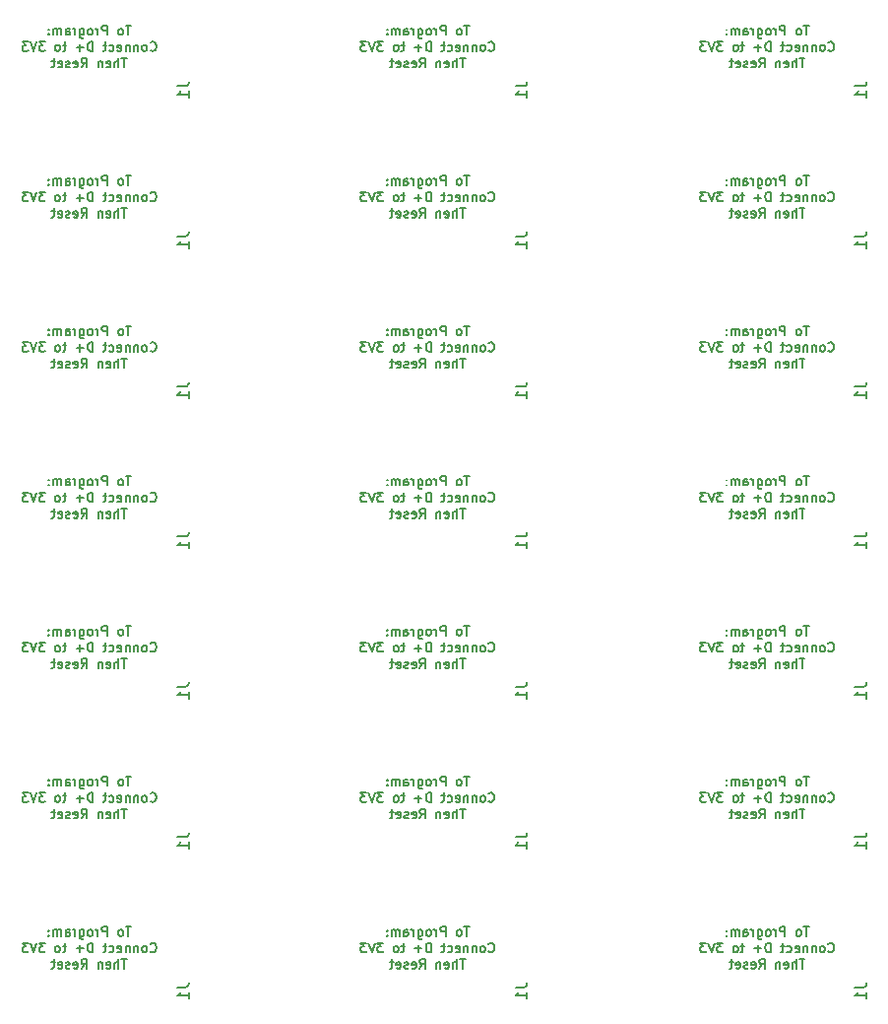
<source format=gbr>
G04 #@! TF.GenerationSoftware,KiCad,Pcbnew,5.0.1*
G04 #@! TF.CreationDate,2019-03-06T23:12:18-06:00*
G04 #@! TF.ProjectId,PlasticFrog,506C617374696346726F672E6B696361,rev?*
G04 #@! TF.SameCoordinates,Original*
G04 #@! TF.FileFunction,Legend,Bot*
G04 #@! TF.FilePolarity,Positive*
%FSLAX46Y46*%
G04 Gerber Fmt 4.6, Leading zero omitted, Abs format (unit mm)*
G04 Created by KiCad (PCBNEW 5.0.1) date Wed 06 Mar 2019 11:12:18 PM CST*
%MOMM*%
%LPD*%
G01*
G04 APERTURE LIST*
%ADD10C,0.200000*%
%ADD11C,0.150000*%
G04 APERTURE END LIST*
D10*
X203000000Y-65761904D02*
X202542857Y-65761904D01*
X202771428Y-66561904D02*
X202771428Y-65761904D01*
X202161904Y-66561904D02*
X202238095Y-66523809D01*
X202276190Y-66485714D01*
X202314285Y-66409523D01*
X202314285Y-66180952D01*
X202276190Y-66104761D01*
X202238095Y-66066666D01*
X202161904Y-66028571D01*
X202047619Y-66028571D01*
X201971428Y-66066666D01*
X201933333Y-66104761D01*
X201895238Y-66180952D01*
X201895238Y-66409523D01*
X201933333Y-66485714D01*
X201971428Y-66523809D01*
X202047619Y-66561904D01*
X202161904Y-66561904D01*
X200942857Y-66561904D02*
X200942857Y-65761904D01*
X200638095Y-65761904D01*
X200561904Y-65800000D01*
X200523809Y-65838095D01*
X200485714Y-65914285D01*
X200485714Y-66028571D01*
X200523809Y-66104761D01*
X200561904Y-66142857D01*
X200638095Y-66180952D01*
X200942857Y-66180952D01*
X200142857Y-66561904D02*
X200142857Y-66028571D01*
X200142857Y-66180952D02*
X200104761Y-66104761D01*
X200066666Y-66066666D01*
X199990476Y-66028571D01*
X199914285Y-66028571D01*
X199533333Y-66561904D02*
X199609523Y-66523809D01*
X199647619Y-66485714D01*
X199685714Y-66409523D01*
X199685714Y-66180952D01*
X199647619Y-66104761D01*
X199609523Y-66066666D01*
X199533333Y-66028571D01*
X199419047Y-66028571D01*
X199342857Y-66066666D01*
X199304761Y-66104761D01*
X199266666Y-66180952D01*
X199266666Y-66409523D01*
X199304761Y-66485714D01*
X199342857Y-66523809D01*
X199419047Y-66561904D01*
X199533333Y-66561904D01*
X198580952Y-66028571D02*
X198580952Y-66676190D01*
X198619047Y-66752380D01*
X198657142Y-66790476D01*
X198733333Y-66828571D01*
X198847619Y-66828571D01*
X198923809Y-66790476D01*
X198580952Y-66523809D02*
X198657142Y-66561904D01*
X198809523Y-66561904D01*
X198885714Y-66523809D01*
X198923809Y-66485714D01*
X198961904Y-66409523D01*
X198961904Y-66180952D01*
X198923809Y-66104761D01*
X198885714Y-66066666D01*
X198809523Y-66028571D01*
X198657142Y-66028571D01*
X198580952Y-66066666D01*
X198200000Y-66561904D02*
X198200000Y-66028571D01*
X198200000Y-66180952D02*
X198161904Y-66104761D01*
X198123809Y-66066666D01*
X198047619Y-66028571D01*
X197971428Y-66028571D01*
X197361904Y-66561904D02*
X197361904Y-66142857D01*
X197400000Y-66066666D01*
X197476190Y-66028571D01*
X197628571Y-66028571D01*
X197704761Y-66066666D01*
X197361904Y-66523809D02*
X197438095Y-66561904D01*
X197628571Y-66561904D01*
X197704761Y-66523809D01*
X197742857Y-66447619D01*
X197742857Y-66371428D01*
X197704761Y-66295238D01*
X197628571Y-66257142D01*
X197438095Y-66257142D01*
X197361904Y-66219047D01*
X196980952Y-66561904D02*
X196980952Y-66028571D01*
X196980952Y-66104761D02*
X196942857Y-66066666D01*
X196866666Y-66028571D01*
X196752380Y-66028571D01*
X196676190Y-66066666D01*
X196638095Y-66142857D01*
X196638095Y-66561904D01*
X196638095Y-66142857D02*
X196600000Y-66066666D01*
X196523809Y-66028571D01*
X196409523Y-66028571D01*
X196333333Y-66066666D01*
X196295238Y-66142857D01*
X196295238Y-66561904D01*
X195914285Y-66485714D02*
X195876190Y-66523809D01*
X195914285Y-66561904D01*
X195952380Y-66523809D01*
X195914285Y-66485714D01*
X195914285Y-66561904D01*
X195914285Y-66066666D02*
X195876190Y-66104761D01*
X195914285Y-66142857D01*
X195952380Y-66104761D01*
X195914285Y-66066666D01*
X195914285Y-66142857D01*
X204657142Y-67885714D02*
X204695238Y-67923809D01*
X204809523Y-67961904D01*
X204885714Y-67961904D01*
X205000000Y-67923809D01*
X205076190Y-67847619D01*
X205114285Y-67771428D01*
X205152380Y-67619047D01*
X205152380Y-67504761D01*
X205114285Y-67352380D01*
X205076190Y-67276190D01*
X205000000Y-67200000D01*
X204885714Y-67161904D01*
X204809523Y-67161904D01*
X204695238Y-67200000D01*
X204657142Y-67238095D01*
X204200000Y-67961904D02*
X204276190Y-67923809D01*
X204314285Y-67885714D01*
X204352380Y-67809523D01*
X204352380Y-67580952D01*
X204314285Y-67504761D01*
X204276190Y-67466666D01*
X204200000Y-67428571D01*
X204085714Y-67428571D01*
X204009523Y-67466666D01*
X203971428Y-67504761D01*
X203933333Y-67580952D01*
X203933333Y-67809523D01*
X203971428Y-67885714D01*
X204009523Y-67923809D01*
X204085714Y-67961904D01*
X204200000Y-67961904D01*
X203590476Y-67428571D02*
X203590476Y-67961904D01*
X203590476Y-67504761D02*
X203552380Y-67466666D01*
X203476190Y-67428571D01*
X203361904Y-67428571D01*
X203285714Y-67466666D01*
X203247619Y-67542857D01*
X203247619Y-67961904D01*
X202866666Y-67428571D02*
X202866666Y-67961904D01*
X202866666Y-67504761D02*
X202828571Y-67466666D01*
X202752380Y-67428571D01*
X202638095Y-67428571D01*
X202561904Y-67466666D01*
X202523809Y-67542857D01*
X202523809Y-67961904D01*
X201838095Y-67923809D02*
X201914285Y-67961904D01*
X202066666Y-67961904D01*
X202142857Y-67923809D01*
X202180952Y-67847619D01*
X202180952Y-67542857D01*
X202142857Y-67466666D01*
X202066666Y-67428571D01*
X201914285Y-67428571D01*
X201838095Y-67466666D01*
X201800000Y-67542857D01*
X201800000Y-67619047D01*
X202180952Y-67695238D01*
X201114285Y-67923809D02*
X201190476Y-67961904D01*
X201342857Y-67961904D01*
X201419047Y-67923809D01*
X201457142Y-67885714D01*
X201495238Y-67809523D01*
X201495238Y-67580952D01*
X201457142Y-67504761D01*
X201419047Y-67466666D01*
X201342857Y-67428571D01*
X201190476Y-67428571D01*
X201114285Y-67466666D01*
X200885714Y-67428571D02*
X200580952Y-67428571D01*
X200771428Y-67161904D02*
X200771428Y-67847619D01*
X200733333Y-67923809D01*
X200657142Y-67961904D01*
X200580952Y-67961904D01*
X199704761Y-67961904D02*
X199704761Y-67161904D01*
X199514285Y-67161904D01*
X199400000Y-67200000D01*
X199323809Y-67276190D01*
X199285714Y-67352380D01*
X199247619Y-67504761D01*
X199247619Y-67619047D01*
X199285714Y-67771428D01*
X199323809Y-67847619D01*
X199400000Y-67923809D01*
X199514285Y-67961904D01*
X199704761Y-67961904D01*
X198904761Y-67657142D02*
X198295238Y-67657142D01*
X198600000Y-67961904D02*
X198600000Y-67352380D01*
X197419047Y-67428571D02*
X197114285Y-67428571D01*
X197304761Y-67161904D02*
X197304761Y-67847619D01*
X197266666Y-67923809D01*
X197190476Y-67961904D01*
X197114285Y-67961904D01*
X196733333Y-67961904D02*
X196809523Y-67923809D01*
X196847619Y-67885714D01*
X196885714Y-67809523D01*
X196885714Y-67580952D01*
X196847619Y-67504761D01*
X196809523Y-67466666D01*
X196733333Y-67428571D01*
X196619047Y-67428571D01*
X196542857Y-67466666D01*
X196504761Y-67504761D01*
X196466666Y-67580952D01*
X196466666Y-67809523D01*
X196504761Y-67885714D01*
X196542857Y-67923809D01*
X196619047Y-67961904D01*
X196733333Y-67961904D01*
X195590476Y-67161904D02*
X195095238Y-67161904D01*
X195361904Y-67466666D01*
X195247619Y-67466666D01*
X195171428Y-67504761D01*
X195133333Y-67542857D01*
X195095238Y-67619047D01*
X195095238Y-67809523D01*
X195133333Y-67885714D01*
X195171428Y-67923809D01*
X195247619Y-67961904D01*
X195476190Y-67961904D01*
X195552380Y-67923809D01*
X195590476Y-67885714D01*
X194866666Y-67161904D02*
X194600000Y-67961904D01*
X194333333Y-67161904D01*
X194142857Y-67161904D02*
X193647619Y-67161904D01*
X193914285Y-67466666D01*
X193800000Y-67466666D01*
X193723809Y-67504761D01*
X193685714Y-67542857D01*
X193647619Y-67619047D01*
X193647619Y-67809523D01*
X193685714Y-67885714D01*
X193723809Y-67923809D01*
X193800000Y-67961904D01*
X194028571Y-67961904D01*
X194104761Y-67923809D01*
X194142857Y-67885714D01*
X202638095Y-68561904D02*
X202180952Y-68561904D01*
X202409523Y-69361904D02*
X202409523Y-68561904D01*
X201914285Y-69361904D02*
X201914285Y-68561904D01*
X201571428Y-69361904D02*
X201571428Y-68942857D01*
X201609523Y-68866666D01*
X201685714Y-68828571D01*
X201800000Y-68828571D01*
X201876190Y-68866666D01*
X201914285Y-68904761D01*
X200885714Y-69323809D02*
X200961904Y-69361904D01*
X201114285Y-69361904D01*
X201190476Y-69323809D01*
X201228571Y-69247619D01*
X201228571Y-68942857D01*
X201190476Y-68866666D01*
X201114285Y-68828571D01*
X200961904Y-68828571D01*
X200885714Y-68866666D01*
X200847619Y-68942857D01*
X200847619Y-69019047D01*
X201228571Y-69095238D01*
X200504761Y-68828571D02*
X200504761Y-69361904D01*
X200504761Y-68904761D02*
X200466666Y-68866666D01*
X200390476Y-68828571D01*
X200276190Y-68828571D01*
X200200000Y-68866666D01*
X200161904Y-68942857D01*
X200161904Y-69361904D01*
X198714285Y-69361904D02*
X198980952Y-68980952D01*
X199171428Y-69361904D02*
X199171428Y-68561904D01*
X198866666Y-68561904D01*
X198790476Y-68600000D01*
X198752380Y-68638095D01*
X198714285Y-68714285D01*
X198714285Y-68828571D01*
X198752380Y-68904761D01*
X198790476Y-68942857D01*
X198866666Y-68980952D01*
X199171428Y-68980952D01*
X198066666Y-69323809D02*
X198142857Y-69361904D01*
X198295238Y-69361904D01*
X198371428Y-69323809D01*
X198409523Y-69247619D01*
X198409523Y-68942857D01*
X198371428Y-68866666D01*
X198295238Y-68828571D01*
X198142857Y-68828571D01*
X198066666Y-68866666D01*
X198028571Y-68942857D01*
X198028571Y-69019047D01*
X198409523Y-69095238D01*
X197723809Y-69323809D02*
X197647619Y-69361904D01*
X197495238Y-69361904D01*
X197419047Y-69323809D01*
X197380952Y-69247619D01*
X197380952Y-69209523D01*
X197419047Y-69133333D01*
X197495238Y-69095238D01*
X197609523Y-69095238D01*
X197685714Y-69057142D01*
X197723809Y-68980952D01*
X197723809Y-68942857D01*
X197685714Y-68866666D01*
X197609523Y-68828571D01*
X197495238Y-68828571D01*
X197419047Y-68866666D01*
X196733333Y-69323809D02*
X196809523Y-69361904D01*
X196961904Y-69361904D01*
X197038095Y-69323809D01*
X197076190Y-69247619D01*
X197076190Y-68942857D01*
X197038095Y-68866666D01*
X196961904Y-68828571D01*
X196809523Y-68828571D01*
X196733333Y-68866666D01*
X196695238Y-68942857D01*
X196695238Y-69019047D01*
X197076190Y-69095238D01*
X196466666Y-68828571D02*
X196161904Y-68828571D01*
X196352380Y-68561904D02*
X196352380Y-69247619D01*
X196314285Y-69323809D01*
X196238095Y-69361904D01*
X196161904Y-69361904D01*
X203000000Y-78661904D02*
X202542857Y-78661904D01*
X202771428Y-79461904D02*
X202771428Y-78661904D01*
X202161904Y-79461904D02*
X202238095Y-79423809D01*
X202276190Y-79385714D01*
X202314285Y-79309523D01*
X202314285Y-79080952D01*
X202276190Y-79004761D01*
X202238095Y-78966666D01*
X202161904Y-78928571D01*
X202047619Y-78928571D01*
X201971428Y-78966666D01*
X201933333Y-79004761D01*
X201895238Y-79080952D01*
X201895238Y-79309523D01*
X201933333Y-79385714D01*
X201971428Y-79423809D01*
X202047619Y-79461904D01*
X202161904Y-79461904D01*
X200942857Y-79461904D02*
X200942857Y-78661904D01*
X200638095Y-78661904D01*
X200561904Y-78700000D01*
X200523809Y-78738095D01*
X200485714Y-78814285D01*
X200485714Y-78928571D01*
X200523809Y-79004761D01*
X200561904Y-79042857D01*
X200638095Y-79080952D01*
X200942857Y-79080952D01*
X200142857Y-79461904D02*
X200142857Y-78928571D01*
X200142857Y-79080952D02*
X200104761Y-79004761D01*
X200066666Y-78966666D01*
X199990476Y-78928571D01*
X199914285Y-78928571D01*
X199533333Y-79461904D02*
X199609523Y-79423809D01*
X199647619Y-79385714D01*
X199685714Y-79309523D01*
X199685714Y-79080952D01*
X199647619Y-79004761D01*
X199609523Y-78966666D01*
X199533333Y-78928571D01*
X199419047Y-78928571D01*
X199342857Y-78966666D01*
X199304761Y-79004761D01*
X199266666Y-79080952D01*
X199266666Y-79309523D01*
X199304761Y-79385714D01*
X199342857Y-79423809D01*
X199419047Y-79461904D01*
X199533333Y-79461904D01*
X198580952Y-78928571D02*
X198580952Y-79576190D01*
X198619047Y-79652380D01*
X198657142Y-79690476D01*
X198733333Y-79728571D01*
X198847619Y-79728571D01*
X198923809Y-79690476D01*
X198580952Y-79423809D02*
X198657142Y-79461904D01*
X198809523Y-79461904D01*
X198885714Y-79423809D01*
X198923809Y-79385714D01*
X198961904Y-79309523D01*
X198961904Y-79080952D01*
X198923809Y-79004761D01*
X198885714Y-78966666D01*
X198809523Y-78928571D01*
X198657142Y-78928571D01*
X198580952Y-78966666D01*
X198200000Y-79461904D02*
X198200000Y-78928571D01*
X198200000Y-79080952D02*
X198161904Y-79004761D01*
X198123809Y-78966666D01*
X198047619Y-78928571D01*
X197971428Y-78928571D01*
X197361904Y-79461904D02*
X197361904Y-79042857D01*
X197400000Y-78966666D01*
X197476190Y-78928571D01*
X197628571Y-78928571D01*
X197704761Y-78966666D01*
X197361904Y-79423809D02*
X197438095Y-79461904D01*
X197628571Y-79461904D01*
X197704761Y-79423809D01*
X197742857Y-79347619D01*
X197742857Y-79271428D01*
X197704761Y-79195238D01*
X197628571Y-79157142D01*
X197438095Y-79157142D01*
X197361904Y-79119047D01*
X196980952Y-79461904D02*
X196980952Y-78928571D01*
X196980952Y-79004761D02*
X196942857Y-78966666D01*
X196866666Y-78928571D01*
X196752380Y-78928571D01*
X196676190Y-78966666D01*
X196638095Y-79042857D01*
X196638095Y-79461904D01*
X196638095Y-79042857D02*
X196600000Y-78966666D01*
X196523809Y-78928571D01*
X196409523Y-78928571D01*
X196333333Y-78966666D01*
X196295238Y-79042857D01*
X196295238Y-79461904D01*
X195914285Y-79385714D02*
X195876190Y-79423809D01*
X195914285Y-79461904D01*
X195952380Y-79423809D01*
X195914285Y-79385714D01*
X195914285Y-79461904D01*
X195914285Y-78966666D02*
X195876190Y-79004761D01*
X195914285Y-79042857D01*
X195952380Y-79004761D01*
X195914285Y-78966666D01*
X195914285Y-79042857D01*
X204657142Y-80785714D02*
X204695238Y-80823809D01*
X204809523Y-80861904D01*
X204885714Y-80861904D01*
X205000000Y-80823809D01*
X205076190Y-80747619D01*
X205114285Y-80671428D01*
X205152380Y-80519047D01*
X205152380Y-80404761D01*
X205114285Y-80252380D01*
X205076190Y-80176190D01*
X205000000Y-80100000D01*
X204885714Y-80061904D01*
X204809523Y-80061904D01*
X204695238Y-80100000D01*
X204657142Y-80138095D01*
X204200000Y-80861904D02*
X204276190Y-80823809D01*
X204314285Y-80785714D01*
X204352380Y-80709523D01*
X204352380Y-80480952D01*
X204314285Y-80404761D01*
X204276190Y-80366666D01*
X204200000Y-80328571D01*
X204085714Y-80328571D01*
X204009523Y-80366666D01*
X203971428Y-80404761D01*
X203933333Y-80480952D01*
X203933333Y-80709523D01*
X203971428Y-80785714D01*
X204009523Y-80823809D01*
X204085714Y-80861904D01*
X204200000Y-80861904D01*
X203590476Y-80328571D02*
X203590476Y-80861904D01*
X203590476Y-80404761D02*
X203552380Y-80366666D01*
X203476190Y-80328571D01*
X203361904Y-80328571D01*
X203285714Y-80366666D01*
X203247619Y-80442857D01*
X203247619Y-80861904D01*
X202866666Y-80328571D02*
X202866666Y-80861904D01*
X202866666Y-80404761D02*
X202828571Y-80366666D01*
X202752380Y-80328571D01*
X202638095Y-80328571D01*
X202561904Y-80366666D01*
X202523809Y-80442857D01*
X202523809Y-80861904D01*
X201838095Y-80823809D02*
X201914285Y-80861904D01*
X202066666Y-80861904D01*
X202142857Y-80823809D01*
X202180952Y-80747619D01*
X202180952Y-80442857D01*
X202142857Y-80366666D01*
X202066666Y-80328571D01*
X201914285Y-80328571D01*
X201838095Y-80366666D01*
X201800000Y-80442857D01*
X201800000Y-80519047D01*
X202180952Y-80595238D01*
X201114285Y-80823809D02*
X201190476Y-80861904D01*
X201342857Y-80861904D01*
X201419047Y-80823809D01*
X201457142Y-80785714D01*
X201495238Y-80709523D01*
X201495238Y-80480952D01*
X201457142Y-80404761D01*
X201419047Y-80366666D01*
X201342857Y-80328571D01*
X201190476Y-80328571D01*
X201114285Y-80366666D01*
X200885714Y-80328571D02*
X200580952Y-80328571D01*
X200771428Y-80061904D02*
X200771428Y-80747619D01*
X200733333Y-80823809D01*
X200657142Y-80861904D01*
X200580952Y-80861904D01*
X199704761Y-80861904D02*
X199704761Y-80061904D01*
X199514285Y-80061904D01*
X199400000Y-80100000D01*
X199323809Y-80176190D01*
X199285714Y-80252380D01*
X199247619Y-80404761D01*
X199247619Y-80519047D01*
X199285714Y-80671428D01*
X199323809Y-80747619D01*
X199400000Y-80823809D01*
X199514285Y-80861904D01*
X199704761Y-80861904D01*
X198904761Y-80557142D02*
X198295238Y-80557142D01*
X198600000Y-80861904D02*
X198600000Y-80252380D01*
X197419047Y-80328571D02*
X197114285Y-80328571D01*
X197304761Y-80061904D02*
X197304761Y-80747619D01*
X197266666Y-80823809D01*
X197190476Y-80861904D01*
X197114285Y-80861904D01*
X196733333Y-80861904D02*
X196809523Y-80823809D01*
X196847619Y-80785714D01*
X196885714Y-80709523D01*
X196885714Y-80480952D01*
X196847619Y-80404761D01*
X196809523Y-80366666D01*
X196733333Y-80328571D01*
X196619047Y-80328571D01*
X196542857Y-80366666D01*
X196504761Y-80404761D01*
X196466666Y-80480952D01*
X196466666Y-80709523D01*
X196504761Y-80785714D01*
X196542857Y-80823809D01*
X196619047Y-80861904D01*
X196733333Y-80861904D01*
X195590476Y-80061904D02*
X195095238Y-80061904D01*
X195361904Y-80366666D01*
X195247619Y-80366666D01*
X195171428Y-80404761D01*
X195133333Y-80442857D01*
X195095238Y-80519047D01*
X195095238Y-80709523D01*
X195133333Y-80785714D01*
X195171428Y-80823809D01*
X195247619Y-80861904D01*
X195476190Y-80861904D01*
X195552380Y-80823809D01*
X195590476Y-80785714D01*
X194866666Y-80061904D02*
X194600000Y-80861904D01*
X194333333Y-80061904D01*
X194142857Y-80061904D02*
X193647619Y-80061904D01*
X193914285Y-80366666D01*
X193800000Y-80366666D01*
X193723809Y-80404761D01*
X193685714Y-80442857D01*
X193647619Y-80519047D01*
X193647619Y-80709523D01*
X193685714Y-80785714D01*
X193723809Y-80823809D01*
X193800000Y-80861904D01*
X194028571Y-80861904D01*
X194104761Y-80823809D01*
X194142857Y-80785714D01*
X202638095Y-81461904D02*
X202180952Y-81461904D01*
X202409523Y-82261904D02*
X202409523Y-81461904D01*
X201914285Y-82261904D02*
X201914285Y-81461904D01*
X201571428Y-82261904D02*
X201571428Y-81842857D01*
X201609523Y-81766666D01*
X201685714Y-81728571D01*
X201800000Y-81728571D01*
X201876190Y-81766666D01*
X201914285Y-81804761D01*
X200885714Y-82223809D02*
X200961904Y-82261904D01*
X201114285Y-82261904D01*
X201190476Y-82223809D01*
X201228571Y-82147619D01*
X201228571Y-81842857D01*
X201190476Y-81766666D01*
X201114285Y-81728571D01*
X200961904Y-81728571D01*
X200885714Y-81766666D01*
X200847619Y-81842857D01*
X200847619Y-81919047D01*
X201228571Y-81995238D01*
X200504761Y-81728571D02*
X200504761Y-82261904D01*
X200504761Y-81804761D02*
X200466666Y-81766666D01*
X200390476Y-81728571D01*
X200276190Y-81728571D01*
X200200000Y-81766666D01*
X200161904Y-81842857D01*
X200161904Y-82261904D01*
X198714285Y-82261904D02*
X198980952Y-81880952D01*
X199171428Y-82261904D02*
X199171428Y-81461904D01*
X198866666Y-81461904D01*
X198790476Y-81500000D01*
X198752380Y-81538095D01*
X198714285Y-81614285D01*
X198714285Y-81728571D01*
X198752380Y-81804761D01*
X198790476Y-81842857D01*
X198866666Y-81880952D01*
X199171428Y-81880952D01*
X198066666Y-82223809D02*
X198142857Y-82261904D01*
X198295238Y-82261904D01*
X198371428Y-82223809D01*
X198409523Y-82147619D01*
X198409523Y-81842857D01*
X198371428Y-81766666D01*
X198295238Y-81728571D01*
X198142857Y-81728571D01*
X198066666Y-81766666D01*
X198028571Y-81842857D01*
X198028571Y-81919047D01*
X198409523Y-81995238D01*
X197723809Y-82223809D02*
X197647619Y-82261904D01*
X197495238Y-82261904D01*
X197419047Y-82223809D01*
X197380952Y-82147619D01*
X197380952Y-82109523D01*
X197419047Y-82033333D01*
X197495238Y-81995238D01*
X197609523Y-81995238D01*
X197685714Y-81957142D01*
X197723809Y-81880952D01*
X197723809Y-81842857D01*
X197685714Y-81766666D01*
X197609523Y-81728571D01*
X197495238Y-81728571D01*
X197419047Y-81766666D01*
X196733333Y-82223809D02*
X196809523Y-82261904D01*
X196961904Y-82261904D01*
X197038095Y-82223809D01*
X197076190Y-82147619D01*
X197076190Y-81842857D01*
X197038095Y-81766666D01*
X196961904Y-81728571D01*
X196809523Y-81728571D01*
X196733333Y-81766666D01*
X196695238Y-81842857D01*
X196695238Y-81919047D01*
X197076190Y-81995238D01*
X196466666Y-81728571D02*
X196161904Y-81728571D01*
X196352380Y-81461904D02*
X196352380Y-82147619D01*
X196314285Y-82223809D01*
X196238095Y-82261904D01*
X196161904Y-82261904D01*
X203000000Y-104461904D02*
X202542857Y-104461904D01*
X202771428Y-105261904D02*
X202771428Y-104461904D01*
X202161904Y-105261904D02*
X202238095Y-105223809D01*
X202276190Y-105185714D01*
X202314285Y-105109523D01*
X202314285Y-104880952D01*
X202276190Y-104804761D01*
X202238095Y-104766666D01*
X202161904Y-104728571D01*
X202047619Y-104728571D01*
X201971428Y-104766666D01*
X201933333Y-104804761D01*
X201895238Y-104880952D01*
X201895238Y-105109523D01*
X201933333Y-105185714D01*
X201971428Y-105223809D01*
X202047619Y-105261904D01*
X202161904Y-105261904D01*
X200942857Y-105261904D02*
X200942857Y-104461904D01*
X200638095Y-104461904D01*
X200561904Y-104500000D01*
X200523809Y-104538095D01*
X200485714Y-104614285D01*
X200485714Y-104728571D01*
X200523809Y-104804761D01*
X200561904Y-104842857D01*
X200638095Y-104880952D01*
X200942857Y-104880952D01*
X200142857Y-105261904D02*
X200142857Y-104728571D01*
X200142857Y-104880952D02*
X200104761Y-104804761D01*
X200066666Y-104766666D01*
X199990476Y-104728571D01*
X199914285Y-104728571D01*
X199533333Y-105261904D02*
X199609523Y-105223809D01*
X199647619Y-105185714D01*
X199685714Y-105109523D01*
X199685714Y-104880952D01*
X199647619Y-104804761D01*
X199609523Y-104766666D01*
X199533333Y-104728571D01*
X199419047Y-104728571D01*
X199342857Y-104766666D01*
X199304761Y-104804761D01*
X199266666Y-104880952D01*
X199266666Y-105109523D01*
X199304761Y-105185714D01*
X199342857Y-105223809D01*
X199419047Y-105261904D01*
X199533333Y-105261904D01*
X198580952Y-104728571D02*
X198580952Y-105376190D01*
X198619047Y-105452380D01*
X198657142Y-105490476D01*
X198733333Y-105528571D01*
X198847619Y-105528571D01*
X198923809Y-105490476D01*
X198580952Y-105223809D02*
X198657142Y-105261904D01*
X198809523Y-105261904D01*
X198885714Y-105223809D01*
X198923809Y-105185714D01*
X198961904Y-105109523D01*
X198961904Y-104880952D01*
X198923809Y-104804761D01*
X198885714Y-104766666D01*
X198809523Y-104728571D01*
X198657142Y-104728571D01*
X198580952Y-104766666D01*
X198200000Y-105261904D02*
X198200000Y-104728571D01*
X198200000Y-104880952D02*
X198161904Y-104804761D01*
X198123809Y-104766666D01*
X198047619Y-104728571D01*
X197971428Y-104728571D01*
X197361904Y-105261904D02*
X197361904Y-104842857D01*
X197400000Y-104766666D01*
X197476190Y-104728571D01*
X197628571Y-104728571D01*
X197704761Y-104766666D01*
X197361904Y-105223809D02*
X197438095Y-105261904D01*
X197628571Y-105261904D01*
X197704761Y-105223809D01*
X197742857Y-105147619D01*
X197742857Y-105071428D01*
X197704761Y-104995238D01*
X197628571Y-104957142D01*
X197438095Y-104957142D01*
X197361904Y-104919047D01*
X196980952Y-105261904D02*
X196980952Y-104728571D01*
X196980952Y-104804761D02*
X196942857Y-104766666D01*
X196866666Y-104728571D01*
X196752380Y-104728571D01*
X196676190Y-104766666D01*
X196638095Y-104842857D01*
X196638095Y-105261904D01*
X196638095Y-104842857D02*
X196600000Y-104766666D01*
X196523809Y-104728571D01*
X196409523Y-104728571D01*
X196333333Y-104766666D01*
X196295238Y-104842857D01*
X196295238Y-105261904D01*
X195914285Y-105185714D02*
X195876190Y-105223809D01*
X195914285Y-105261904D01*
X195952380Y-105223809D01*
X195914285Y-105185714D01*
X195914285Y-105261904D01*
X195914285Y-104766666D02*
X195876190Y-104804761D01*
X195914285Y-104842857D01*
X195952380Y-104804761D01*
X195914285Y-104766666D01*
X195914285Y-104842857D01*
X204657142Y-106585714D02*
X204695238Y-106623809D01*
X204809523Y-106661904D01*
X204885714Y-106661904D01*
X205000000Y-106623809D01*
X205076190Y-106547619D01*
X205114285Y-106471428D01*
X205152380Y-106319047D01*
X205152380Y-106204761D01*
X205114285Y-106052380D01*
X205076190Y-105976190D01*
X205000000Y-105900000D01*
X204885714Y-105861904D01*
X204809523Y-105861904D01*
X204695238Y-105900000D01*
X204657142Y-105938095D01*
X204200000Y-106661904D02*
X204276190Y-106623809D01*
X204314285Y-106585714D01*
X204352380Y-106509523D01*
X204352380Y-106280952D01*
X204314285Y-106204761D01*
X204276190Y-106166666D01*
X204200000Y-106128571D01*
X204085714Y-106128571D01*
X204009523Y-106166666D01*
X203971428Y-106204761D01*
X203933333Y-106280952D01*
X203933333Y-106509523D01*
X203971428Y-106585714D01*
X204009523Y-106623809D01*
X204085714Y-106661904D01*
X204200000Y-106661904D01*
X203590476Y-106128571D02*
X203590476Y-106661904D01*
X203590476Y-106204761D02*
X203552380Y-106166666D01*
X203476190Y-106128571D01*
X203361904Y-106128571D01*
X203285714Y-106166666D01*
X203247619Y-106242857D01*
X203247619Y-106661904D01*
X202866666Y-106128571D02*
X202866666Y-106661904D01*
X202866666Y-106204761D02*
X202828571Y-106166666D01*
X202752380Y-106128571D01*
X202638095Y-106128571D01*
X202561904Y-106166666D01*
X202523809Y-106242857D01*
X202523809Y-106661904D01*
X201838095Y-106623809D02*
X201914285Y-106661904D01*
X202066666Y-106661904D01*
X202142857Y-106623809D01*
X202180952Y-106547619D01*
X202180952Y-106242857D01*
X202142857Y-106166666D01*
X202066666Y-106128571D01*
X201914285Y-106128571D01*
X201838095Y-106166666D01*
X201800000Y-106242857D01*
X201800000Y-106319047D01*
X202180952Y-106395238D01*
X201114285Y-106623809D02*
X201190476Y-106661904D01*
X201342857Y-106661904D01*
X201419047Y-106623809D01*
X201457142Y-106585714D01*
X201495238Y-106509523D01*
X201495238Y-106280952D01*
X201457142Y-106204761D01*
X201419047Y-106166666D01*
X201342857Y-106128571D01*
X201190476Y-106128571D01*
X201114285Y-106166666D01*
X200885714Y-106128571D02*
X200580952Y-106128571D01*
X200771428Y-105861904D02*
X200771428Y-106547619D01*
X200733333Y-106623809D01*
X200657142Y-106661904D01*
X200580952Y-106661904D01*
X199704761Y-106661904D02*
X199704761Y-105861904D01*
X199514285Y-105861904D01*
X199400000Y-105900000D01*
X199323809Y-105976190D01*
X199285714Y-106052380D01*
X199247619Y-106204761D01*
X199247619Y-106319047D01*
X199285714Y-106471428D01*
X199323809Y-106547619D01*
X199400000Y-106623809D01*
X199514285Y-106661904D01*
X199704761Y-106661904D01*
X198904761Y-106357142D02*
X198295238Y-106357142D01*
X198600000Y-106661904D02*
X198600000Y-106052380D01*
X197419047Y-106128571D02*
X197114285Y-106128571D01*
X197304761Y-105861904D02*
X197304761Y-106547619D01*
X197266666Y-106623809D01*
X197190476Y-106661904D01*
X197114285Y-106661904D01*
X196733333Y-106661904D02*
X196809523Y-106623809D01*
X196847619Y-106585714D01*
X196885714Y-106509523D01*
X196885714Y-106280952D01*
X196847619Y-106204761D01*
X196809523Y-106166666D01*
X196733333Y-106128571D01*
X196619047Y-106128571D01*
X196542857Y-106166666D01*
X196504761Y-106204761D01*
X196466666Y-106280952D01*
X196466666Y-106509523D01*
X196504761Y-106585714D01*
X196542857Y-106623809D01*
X196619047Y-106661904D01*
X196733333Y-106661904D01*
X195590476Y-105861904D02*
X195095238Y-105861904D01*
X195361904Y-106166666D01*
X195247619Y-106166666D01*
X195171428Y-106204761D01*
X195133333Y-106242857D01*
X195095238Y-106319047D01*
X195095238Y-106509523D01*
X195133333Y-106585714D01*
X195171428Y-106623809D01*
X195247619Y-106661904D01*
X195476190Y-106661904D01*
X195552380Y-106623809D01*
X195590476Y-106585714D01*
X194866666Y-105861904D02*
X194600000Y-106661904D01*
X194333333Y-105861904D01*
X194142857Y-105861904D02*
X193647619Y-105861904D01*
X193914285Y-106166666D01*
X193800000Y-106166666D01*
X193723809Y-106204761D01*
X193685714Y-106242857D01*
X193647619Y-106319047D01*
X193647619Y-106509523D01*
X193685714Y-106585714D01*
X193723809Y-106623809D01*
X193800000Y-106661904D01*
X194028571Y-106661904D01*
X194104761Y-106623809D01*
X194142857Y-106585714D01*
X202638095Y-107261904D02*
X202180952Y-107261904D01*
X202409523Y-108061904D02*
X202409523Y-107261904D01*
X201914285Y-108061904D02*
X201914285Y-107261904D01*
X201571428Y-108061904D02*
X201571428Y-107642857D01*
X201609523Y-107566666D01*
X201685714Y-107528571D01*
X201800000Y-107528571D01*
X201876190Y-107566666D01*
X201914285Y-107604761D01*
X200885714Y-108023809D02*
X200961904Y-108061904D01*
X201114285Y-108061904D01*
X201190476Y-108023809D01*
X201228571Y-107947619D01*
X201228571Y-107642857D01*
X201190476Y-107566666D01*
X201114285Y-107528571D01*
X200961904Y-107528571D01*
X200885714Y-107566666D01*
X200847619Y-107642857D01*
X200847619Y-107719047D01*
X201228571Y-107795238D01*
X200504761Y-107528571D02*
X200504761Y-108061904D01*
X200504761Y-107604761D02*
X200466666Y-107566666D01*
X200390476Y-107528571D01*
X200276190Y-107528571D01*
X200200000Y-107566666D01*
X200161904Y-107642857D01*
X200161904Y-108061904D01*
X198714285Y-108061904D02*
X198980952Y-107680952D01*
X199171428Y-108061904D02*
X199171428Y-107261904D01*
X198866666Y-107261904D01*
X198790476Y-107300000D01*
X198752380Y-107338095D01*
X198714285Y-107414285D01*
X198714285Y-107528571D01*
X198752380Y-107604761D01*
X198790476Y-107642857D01*
X198866666Y-107680952D01*
X199171428Y-107680952D01*
X198066666Y-108023809D02*
X198142857Y-108061904D01*
X198295238Y-108061904D01*
X198371428Y-108023809D01*
X198409523Y-107947619D01*
X198409523Y-107642857D01*
X198371428Y-107566666D01*
X198295238Y-107528571D01*
X198142857Y-107528571D01*
X198066666Y-107566666D01*
X198028571Y-107642857D01*
X198028571Y-107719047D01*
X198409523Y-107795238D01*
X197723809Y-108023809D02*
X197647619Y-108061904D01*
X197495238Y-108061904D01*
X197419047Y-108023809D01*
X197380952Y-107947619D01*
X197380952Y-107909523D01*
X197419047Y-107833333D01*
X197495238Y-107795238D01*
X197609523Y-107795238D01*
X197685714Y-107757142D01*
X197723809Y-107680952D01*
X197723809Y-107642857D01*
X197685714Y-107566666D01*
X197609523Y-107528571D01*
X197495238Y-107528571D01*
X197419047Y-107566666D01*
X196733333Y-108023809D02*
X196809523Y-108061904D01*
X196961904Y-108061904D01*
X197038095Y-108023809D01*
X197076190Y-107947619D01*
X197076190Y-107642857D01*
X197038095Y-107566666D01*
X196961904Y-107528571D01*
X196809523Y-107528571D01*
X196733333Y-107566666D01*
X196695238Y-107642857D01*
X196695238Y-107719047D01*
X197076190Y-107795238D01*
X196466666Y-107528571D02*
X196161904Y-107528571D01*
X196352380Y-107261904D02*
X196352380Y-107947619D01*
X196314285Y-108023809D01*
X196238095Y-108061904D01*
X196161904Y-108061904D01*
X203000000Y-91561904D02*
X202542857Y-91561904D01*
X202771428Y-92361904D02*
X202771428Y-91561904D01*
X202161904Y-92361904D02*
X202238095Y-92323809D01*
X202276190Y-92285714D01*
X202314285Y-92209523D01*
X202314285Y-91980952D01*
X202276190Y-91904761D01*
X202238095Y-91866666D01*
X202161904Y-91828571D01*
X202047619Y-91828571D01*
X201971428Y-91866666D01*
X201933333Y-91904761D01*
X201895238Y-91980952D01*
X201895238Y-92209523D01*
X201933333Y-92285714D01*
X201971428Y-92323809D01*
X202047619Y-92361904D01*
X202161904Y-92361904D01*
X200942857Y-92361904D02*
X200942857Y-91561904D01*
X200638095Y-91561904D01*
X200561904Y-91600000D01*
X200523809Y-91638095D01*
X200485714Y-91714285D01*
X200485714Y-91828571D01*
X200523809Y-91904761D01*
X200561904Y-91942857D01*
X200638095Y-91980952D01*
X200942857Y-91980952D01*
X200142857Y-92361904D02*
X200142857Y-91828571D01*
X200142857Y-91980952D02*
X200104761Y-91904761D01*
X200066666Y-91866666D01*
X199990476Y-91828571D01*
X199914285Y-91828571D01*
X199533333Y-92361904D02*
X199609523Y-92323809D01*
X199647619Y-92285714D01*
X199685714Y-92209523D01*
X199685714Y-91980952D01*
X199647619Y-91904761D01*
X199609523Y-91866666D01*
X199533333Y-91828571D01*
X199419047Y-91828571D01*
X199342857Y-91866666D01*
X199304761Y-91904761D01*
X199266666Y-91980952D01*
X199266666Y-92209523D01*
X199304761Y-92285714D01*
X199342857Y-92323809D01*
X199419047Y-92361904D01*
X199533333Y-92361904D01*
X198580952Y-91828571D02*
X198580952Y-92476190D01*
X198619047Y-92552380D01*
X198657142Y-92590476D01*
X198733333Y-92628571D01*
X198847619Y-92628571D01*
X198923809Y-92590476D01*
X198580952Y-92323809D02*
X198657142Y-92361904D01*
X198809523Y-92361904D01*
X198885714Y-92323809D01*
X198923809Y-92285714D01*
X198961904Y-92209523D01*
X198961904Y-91980952D01*
X198923809Y-91904761D01*
X198885714Y-91866666D01*
X198809523Y-91828571D01*
X198657142Y-91828571D01*
X198580952Y-91866666D01*
X198200000Y-92361904D02*
X198200000Y-91828571D01*
X198200000Y-91980952D02*
X198161904Y-91904761D01*
X198123809Y-91866666D01*
X198047619Y-91828571D01*
X197971428Y-91828571D01*
X197361904Y-92361904D02*
X197361904Y-91942857D01*
X197400000Y-91866666D01*
X197476190Y-91828571D01*
X197628571Y-91828571D01*
X197704761Y-91866666D01*
X197361904Y-92323809D02*
X197438095Y-92361904D01*
X197628571Y-92361904D01*
X197704761Y-92323809D01*
X197742857Y-92247619D01*
X197742857Y-92171428D01*
X197704761Y-92095238D01*
X197628571Y-92057142D01*
X197438095Y-92057142D01*
X197361904Y-92019047D01*
X196980952Y-92361904D02*
X196980952Y-91828571D01*
X196980952Y-91904761D02*
X196942857Y-91866666D01*
X196866666Y-91828571D01*
X196752380Y-91828571D01*
X196676190Y-91866666D01*
X196638095Y-91942857D01*
X196638095Y-92361904D01*
X196638095Y-91942857D02*
X196600000Y-91866666D01*
X196523809Y-91828571D01*
X196409523Y-91828571D01*
X196333333Y-91866666D01*
X196295238Y-91942857D01*
X196295238Y-92361904D01*
X195914285Y-92285714D02*
X195876190Y-92323809D01*
X195914285Y-92361904D01*
X195952380Y-92323809D01*
X195914285Y-92285714D01*
X195914285Y-92361904D01*
X195914285Y-91866666D02*
X195876190Y-91904761D01*
X195914285Y-91942857D01*
X195952380Y-91904761D01*
X195914285Y-91866666D01*
X195914285Y-91942857D01*
X204657142Y-93685714D02*
X204695238Y-93723809D01*
X204809523Y-93761904D01*
X204885714Y-93761904D01*
X205000000Y-93723809D01*
X205076190Y-93647619D01*
X205114285Y-93571428D01*
X205152380Y-93419047D01*
X205152380Y-93304761D01*
X205114285Y-93152380D01*
X205076190Y-93076190D01*
X205000000Y-93000000D01*
X204885714Y-92961904D01*
X204809523Y-92961904D01*
X204695238Y-93000000D01*
X204657142Y-93038095D01*
X204200000Y-93761904D02*
X204276190Y-93723809D01*
X204314285Y-93685714D01*
X204352380Y-93609523D01*
X204352380Y-93380952D01*
X204314285Y-93304761D01*
X204276190Y-93266666D01*
X204200000Y-93228571D01*
X204085714Y-93228571D01*
X204009523Y-93266666D01*
X203971428Y-93304761D01*
X203933333Y-93380952D01*
X203933333Y-93609523D01*
X203971428Y-93685714D01*
X204009523Y-93723809D01*
X204085714Y-93761904D01*
X204200000Y-93761904D01*
X203590476Y-93228571D02*
X203590476Y-93761904D01*
X203590476Y-93304761D02*
X203552380Y-93266666D01*
X203476190Y-93228571D01*
X203361904Y-93228571D01*
X203285714Y-93266666D01*
X203247619Y-93342857D01*
X203247619Y-93761904D01*
X202866666Y-93228571D02*
X202866666Y-93761904D01*
X202866666Y-93304761D02*
X202828571Y-93266666D01*
X202752380Y-93228571D01*
X202638095Y-93228571D01*
X202561904Y-93266666D01*
X202523809Y-93342857D01*
X202523809Y-93761904D01*
X201838095Y-93723809D02*
X201914285Y-93761904D01*
X202066666Y-93761904D01*
X202142857Y-93723809D01*
X202180952Y-93647619D01*
X202180952Y-93342857D01*
X202142857Y-93266666D01*
X202066666Y-93228571D01*
X201914285Y-93228571D01*
X201838095Y-93266666D01*
X201800000Y-93342857D01*
X201800000Y-93419047D01*
X202180952Y-93495238D01*
X201114285Y-93723809D02*
X201190476Y-93761904D01*
X201342857Y-93761904D01*
X201419047Y-93723809D01*
X201457142Y-93685714D01*
X201495238Y-93609523D01*
X201495238Y-93380952D01*
X201457142Y-93304761D01*
X201419047Y-93266666D01*
X201342857Y-93228571D01*
X201190476Y-93228571D01*
X201114285Y-93266666D01*
X200885714Y-93228571D02*
X200580952Y-93228571D01*
X200771428Y-92961904D02*
X200771428Y-93647619D01*
X200733333Y-93723809D01*
X200657142Y-93761904D01*
X200580952Y-93761904D01*
X199704761Y-93761904D02*
X199704761Y-92961904D01*
X199514285Y-92961904D01*
X199400000Y-93000000D01*
X199323809Y-93076190D01*
X199285714Y-93152380D01*
X199247619Y-93304761D01*
X199247619Y-93419047D01*
X199285714Y-93571428D01*
X199323809Y-93647619D01*
X199400000Y-93723809D01*
X199514285Y-93761904D01*
X199704761Y-93761904D01*
X198904761Y-93457142D02*
X198295238Y-93457142D01*
X198600000Y-93761904D02*
X198600000Y-93152380D01*
X197419047Y-93228571D02*
X197114285Y-93228571D01*
X197304761Y-92961904D02*
X197304761Y-93647619D01*
X197266666Y-93723809D01*
X197190476Y-93761904D01*
X197114285Y-93761904D01*
X196733333Y-93761904D02*
X196809523Y-93723809D01*
X196847619Y-93685714D01*
X196885714Y-93609523D01*
X196885714Y-93380952D01*
X196847619Y-93304761D01*
X196809523Y-93266666D01*
X196733333Y-93228571D01*
X196619047Y-93228571D01*
X196542857Y-93266666D01*
X196504761Y-93304761D01*
X196466666Y-93380952D01*
X196466666Y-93609523D01*
X196504761Y-93685714D01*
X196542857Y-93723809D01*
X196619047Y-93761904D01*
X196733333Y-93761904D01*
X195590476Y-92961904D02*
X195095238Y-92961904D01*
X195361904Y-93266666D01*
X195247619Y-93266666D01*
X195171428Y-93304761D01*
X195133333Y-93342857D01*
X195095238Y-93419047D01*
X195095238Y-93609523D01*
X195133333Y-93685714D01*
X195171428Y-93723809D01*
X195247619Y-93761904D01*
X195476190Y-93761904D01*
X195552380Y-93723809D01*
X195590476Y-93685714D01*
X194866666Y-92961904D02*
X194600000Y-93761904D01*
X194333333Y-92961904D01*
X194142857Y-92961904D02*
X193647619Y-92961904D01*
X193914285Y-93266666D01*
X193800000Y-93266666D01*
X193723809Y-93304761D01*
X193685714Y-93342857D01*
X193647619Y-93419047D01*
X193647619Y-93609523D01*
X193685714Y-93685714D01*
X193723809Y-93723809D01*
X193800000Y-93761904D01*
X194028571Y-93761904D01*
X194104761Y-93723809D01*
X194142857Y-93685714D01*
X202638095Y-94361904D02*
X202180952Y-94361904D01*
X202409523Y-95161904D02*
X202409523Y-94361904D01*
X201914285Y-95161904D02*
X201914285Y-94361904D01*
X201571428Y-95161904D02*
X201571428Y-94742857D01*
X201609523Y-94666666D01*
X201685714Y-94628571D01*
X201800000Y-94628571D01*
X201876190Y-94666666D01*
X201914285Y-94704761D01*
X200885714Y-95123809D02*
X200961904Y-95161904D01*
X201114285Y-95161904D01*
X201190476Y-95123809D01*
X201228571Y-95047619D01*
X201228571Y-94742857D01*
X201190476Y-94666666D01*
X201114285Y-94628571D01*
X200961904Y-94628571D01*
X200885714Y-94666666D01*
X200847619Y-94742857D01*
X200847619Y-94819047D01*
X201228571Y-94895238D01*
X200504761Y-94628571D02*
X200504761Y-95161904D01*
X200504761Y-94704761D02*
X200466666Y-94666666D01*
X200390476Y-94628571D01*
X200276190Y-94628571D01*
X200200000Y-94666666D01*
X200161904Y-94742857D01*
X200161904Y-95161904D01*
X198714285Y-95161904D02*
X198980952Y-94780952D01*
X199171428Y-95161904D02*
X199171428Y-94361904D01*
X198866666Y-94361904D01*
X198790476Y-94400000D01*
X198752380Y-94438095D01*
X198714285Y-94514285D01*
X198714285Y-94628571D01*
X198752380Y-94704761D01*
X198790476Y-94742857D01*
X198866666Y-94780952D01*
X199171428Y-94780952D01*
X198066666Y-95123809D02*
X198142857Y-95161904D01*
X198295238Y-95161904D01*
X198371428Y-95123809D01*
X198409523Y-95047619D01*
X198409523Y-94742857D01*
X198371428Y-94666666D01*
X198295238Y-94628571D01*
X198142857Y-94628571D01*
X198066666Y-94666666D01*
X198028571Y-94742857D01*
X198028571Y-94819047D01*
X198409523Y-94895238D01*
X197723809Y-95123809D02*
X197647619Y-95161904D01*
X197495238Y-95161904D01*
X197419047Y-95123809D01*
X197380952Y-95047619D01*
X197380952Y-95009523D01*
X197419047Y-94933333D01*
X197495238Y-94895238D01*
X197609523Y-94895238D01*
X197685714Y-94857142D01*
X197723809Y-94780952D01*
X197723809Y-94742857D01*
X197685714Y-94666666D01*
X197609523Y-94628571D01*
X197495238Y-94628571D01*
X197419047Y-94666666D01*
X196733333Y-95123809D02*
X196809523Y-95161904D01*
X196961904Y-95161904D01*
X197038095Y-95123809D01*
X197076190Y-95047619D01*
X197076190Y-94742857D01*
X197038095Y-94666666D01*
X196961904Y-94628571D01*
X196809523Y-94628571D01*
X196733333Y-94666666D01*
X196695238Y-94742857D01*
X196695238Y-94819047D01*
X197076190Y-94895238D01*
X196466666Y-94628571D02*
X196161904Y-94628571D01*
X196352380Y-94361904D02*
X196352380Y-95047619D01*
X196314285Y-95123809D01*
X196238095Y-95161904D01*
X196161904Y-95161904D01*
X203000000Y-143161904D02*
X202542857Y-143161904D01*
X202771428Y-143961904D02*
X202771428Y-143161904D01*
X202161904Y-143961904D02*
X202238095Y-143923809D01*
X202276190Y-143885714D01*
X202314285Y-143809523D01*
X202314285Y-143580952D01*
X202276190Y-143504761D01*
X202238095Y-143466666D01*
X202161904Y-143428571D01*
X202047619Y-143428571D01*
X201971428Y-143466666D01*
X201933333Y-143504761D01*
X201895238Y-143580952D01*
X201895238Y-143809523D01*
X201933333Y-143885714D01*
X201971428Y-143923809D01*
X202047619Y-143961904D01*
X202161904Y-143961904D01*
X200942857Y-143961904D02*
X200942857Y-143161904D01*
X200638095Y-143161904D01*
X200561904Y-143200000D01*
X200523809Y-143238095D01*
X200485714Y-143314285D01*
X200485714Y-143428571D01*
X200523809Y-143504761D01*
X200561904Y-143542857D01*
X200638095Y-143580952D01*
X200942857Y-143580952D01*
X200142857Y-143961904D02*
X200142857Y-143428571D01*
X200142857Y-143580952D02*
X200104761Y-143504761D01*
X200066666Y-143466666D01*
X199990476Y-143428571D01*
X199914285Y-143428571D01*
X199533333Y-143961904D02*
X199609523Y-143923809D01*
X199647619Y-143885714D01*
X199685714Y-143809523D01*
X199685714Y-143580952D01*
X199647619Y-143504761D01*
X199609523Y-143466666D01*
X199533333Y-143428571D01*
X199419047Y-143428571D01*
X199342857Y-143466666D01*
X199304761Y-143504761D01*
X199266666Y-143580952D01*
X199266666Y-143809523D01*
X199304761Y-143885714D01*
X199342857Y-143923809D01*
X199419047Y-143961904D01*
X199533333Y-143961904D01*
X198580952Y-143428571D02*
X198580952Y-144076190D01*
X198619047Y-144152380D01*
X198657142Y-144190476D01*
X198733333Y-144228571D01*
X198847619Y-144228571D01*
X198923809Y-144190476D01*
X198580952Y-143923809D02*
X198657142Y-143961904D01*
X198809523Y-143961904D01*
X198885714Y-143923809D01*
X198923809Y-143885714D01*
X198961904Y-143809523D01*
X198961904Y-143580952D01*
X198923809Y-143504761D01*
X198885714Y-143466666D01*
X198809523Y-143428571D01*
X198657142Y-143428571D01*
X198580952Y-143466666D01*
X198200000Y-143961904D02*
X198200000Y-143428571D01*
X198200000Y-143580952D02*
X198161904Y-143504761D01*
X198123809Y-143466666D01*
X198047619Y-143428571D01*
X197971428Y-143428571D01*
X197361904Y-143961904D02*
X197361904Y-143542857D01*
X197400000Y-143466666D01*
X197476190Y-143428571D01*
X197628571Y-143428571D01*
X197704761Y-143466666D01*
X197361904Y-143923809D02*
X197438095Y-143961904D01*
X197628571Y-143961904D01*
X197704761Y-143923809D01*
X197742857Y-143847619D01*
X197742857Y-143771428D01*
X197704761Y-143695238D01*
X197628571Y-143657142D01*
X197438095Y-143657142D01*
X197361904Y-143619047D01*
X196980952Y-143961904D02*
X196980952Y-143428571D01*
X196980952Y-143504761D02*
X196942857Y-143466666D01*
X196866666Y-143428571D01*
X196752380Y-143428571D01*
X196676190Y-143466666D01*
X196638095Y-143542857D01*
X196638095Y-143961904D01*
X196638095Y-143542857D02*
X196600000Y-143466666D01*
X196523809Y-143428571D01*
X196409523Y-143428571D01*
X196333333Y-143466666D01*
X196295238Y-143542857D01*
X196295238Y-143961904D01*
X195914285Y-143885714D02*
X195876190Y-143923809D01*
X195914285Y-143961904D01*
X195952380Y-143923809D01*
X195914285Y-143885714D01*
X195914285Y-143961904D01*
X195914285Y-143466666D02*
X195876190Y-143504761D01*
X195914285Y-143542857D01*
X195952380Y-143504761D01*
X195914285Y-143466666D01*
X195914285Y-143542857D01*
X204657142Y-145285714D02*
X204695238Y-145323809D01*
X204809523Y-145361904D01*
X204885714Y-145361904D01*
X205000000Y-145323809D01*
X205076190Y-145247619D01*
X205114285Y-145171428D01*
X205152380Y-145019047D01*
X205152380Y-144904761D01*
X205114285Y-144752380D01*
X205076190Y-144676190D01*
X205000000Y-144600000D01*
X204885714Y-144561904D01*
X204809523Y-144561904D01*
X204695238Y-144600000D01*
X204657142Y-144638095D01*
X204200000Y-145361904D02*
X204276190Y-145323809D01*
X204314285Y-145285714D01*
X204352380Y-145209523D01*
X204352380Y-144980952D01*
X204314285Y-144904761D01*
X204276190Y-144866666D01*
X204200000Y-144828571D01*
X204085714Y-144828571D01*
X204009523Y-144866666D01*
X203971428Y-144904761D01*
X203933333Y-144980952D01*
X203933333Y-145209523D01*
X203971428Y-145285714D01*
X204009523Y-145323809D01*
X204085714Y-145361904D01*
X204200000Y-145361904D01*
X203590476Y-144828571D02*
X203590476Y-145361904D01*
X203590476Y-144904761D02*
X203552380Y-144866666D01*
X203476190Y-144828571D01*
X203361904Y-144828571D01*
X203285714Y-144866666D01*
X203247619Y-144942857D01*
X203247619Y-145361904D01*
X202866666Y-144828571D02*
X202866666Y-145361904D01*
X202866666Y-144904761D02*
X202828571Y-144866666D01*
X202752380Y-144828571D01*
X202638095Y-144828571D01*
X202561904Y-144866666D01*
X202523809Y-144942857D01*
X202523809Y-145361904D01*
X201838095Y-145323809D02*
X201914285Y-145361904D01*
X202066666Y-145361904D01*
X202142857Y-145323809D01*
X202180952Y-145247619D01*
X202180952Y-144942857D01*
X202142857Y-144866666D01*
X202066666Y-144828571D01*
X201914285Y-144828571D01*
X201838095Y-144866666D01*
X201800000Y-144942857D01*
X201800000Y-145019047D01*
X202180952Y-145095238D01*
X201114285Y-145323809D02*
X201190476Y-145361904D01*
X201342857Y-145361904D01*
X201419047Y-145323809D01*
X201457142Y-145285714D01*
X201495238Y-145209523D01*
X201495238Y-144980952D01*
X201457142Y-144904761D01*
X201419047Y-144866666D01*
X201342857Y-144828571D01*
X201190476Y-144828571D01*
X201114285Y-144866666D01*
X200885714Y-144828571D02*
X200580952Y-144828571D01*
X200771428Y-144561904D02*
X200771428Y-145247619D01*
X200733333Y-145323809D01*
X200657142Y-145361904D01*
X200580952Y-145361904D01*
X199704761Y-145361904D02*
X199704761Y-144561904D01*
X199514285Y-144561904D01*
X199400000Y-144600000D01*
X199323809Y-144676190D01*
X199285714Y-144752380D01*
X199247619Y-144904761D01*
X199247619Y-145019047D01*
X199285714Y-145171428D01*
X199323809Y-145247619D01*
X199400000Y-145323809D01*
X199514285Y-145361904D01*
X199704761Y-145361904D01*
X198904761Y-145057142D02*
X198295238Y-145057142D01*
X198600000Y-145361904D02*
X198600000Y-144752380D01*
X197419047Y-144828571D02*
X197114285Y-144828571D01*
X197304761Y-144561904D02*
X197304761Y-145247619D01*
X197266666Y-145323809D01*
X197190476Y-145361904D01*
X197114285Y-145361904D01*
X196733333Y-145361904D02*
X196809523Y-145323809D01*
X196847619Y-145285714D01*
X196885714Y-145209523D01*
X196885714Y-144980952D01*
X196847619Y-144904761D01*
X196809523Y-144866666D01*
X196733333Y-144828571D01*
X196619047Y-144828571D01*
X196542857Y-144866666D01*
X196504761Y-144904761D01*
X196466666Y-144980952D01*
X196466666Y-145209523D01*
X196504761Y-145285714D01*
X196542857Y-145323809D01*
X196619047Y-145361904D01*
X196733333Y-145361904D01*
X195590476Y-144561904D02*
X195095238Y-144561904D01*
X195361904Y-144866666D01*
X195247619Y-144866666D01*
X195171428Y-144904761D01*
X195133333Y-144942857D01*
X195095238Y-145019047D01*
X195095238Y-145209523D01*
X195133333Y-145285714D01*
X195171428Y-145323809D01*
X195247619Y-145361904D01*
X195476190Y-145361904D01*
X195552380Y-145323809D01*
X195590476Y-145285714D01*
X194866666Y-144561904D02*
X194600000Y-145361904D01*
X194333333Y-144561904D01*
X194142857Y-144561904D02*
X193647619Y-144561904D01*
X193914285Y-144866666D01*
X193800000Y-144866666D01*
X193723809Y-144904761D01*
X193685714Y-144942857D01*
X193647619Y-145019047D01*
X193647619Y-145209523D01*
X193685714Y-145285714D01*
X193723809Y-145323809D01*
X193800000Y-145361904D01*
X194028571Y-145361904D01*
X194104761Y-145323809D01*
X194142857Y-145285714D01*
X202638095Y-145961904D02*
X202180952Y-145961904D01*
X202409523Y-146761904D02*
X202409523Y-145961904D01*
X201914285Y-146761904D02*
X201914285Y-145961904D01*
X201571428Y-146761904D02*
X201571428Y-146342857D01*
X201609523Y-146266666D01*
X201685714Y-146228571D01*
X201800000Y-146228571D01*
X201876190Y-146266666D01*
X201914285Y-146304761D01*
X200885714Y-146723809D02*
X200961904Y-146761904D01*
X201114285Y-146761904D01*
X201190476Y-146723809D01*
X201228571Y-146647619D01*
X201228571Y-146342857D01*
X201190476Y-146266666D01*
X201114285Y-146228571D01*
X200961904Y-146228571D01*
X200885714Y-146266666D01*
X200847619Y-146342857D01*
X200847619Y-146419047D01*
X201228571Y-146495238D01*
X200504761Y-146228571D02*
X200504761Y-146761904D01*
X200504761Y-146304761D02*
X200466666Y-146266666D01*
X200390476Y-146228571D01*
X200276190Y-146228571D01*
X200200000Y-146266666D01*
X200161904Y-146342857D01*
X200161904Y-146761904D01*
X198714285Y-146761904D02*
X198980952Y-146380952D01*
X199171428Y-146761904D02*
X199171428Y-145961904D01*
X198866666Y-145961904D01*
X198790476Y-146000000D01*
X198752380Y-146038095D01*
X198714285Y-146114285D01*
X198714285Y-146228571D01*
X198752380Y-146304761D01*
X198790476Y-146342857D01*
X198866666Y-146380952D01*
X199171428Y-146380952D01*
X198066666Y-146723809D02*
X198142857Y-146761904D01*
X198295238Y-146761904D01*
X198371428Y-146723809D01*
X198409523Y-146647619D01*
X198409523Y-146342857D01*
X198371428Y-146266666D01*
X198295238Y-146228571D01*
X198142857Y-146228571D01*
X198066666Y-146266666D01*
X198028571Y-146342857D01*
X198028571Y-146419047D01*
X198409523Y-146495238D01*
X197723809Y-146723809D02*
X197647619Y-146761904D01*
X197495238Y-146761904D01*
X197419047Y-146723809D01*
X197380952Y-146647619D01*
X197380952Y-146609523D01*
X197419047Y-146533333D01*
X197495238Y-146495238D01*
X197609523Y-146495238D01*
X197685714Y-146457142D01*
X197723809Y-146380952D01*
X197723809Y-146342857D01*
X197685714Y-146266666D01*
X197609523Y-146228571D01*
X197495238Y-146228571D01*
X197419047Y-146266666D01*
X196733333Y-146723809D02*
X196809523Y-146761904D01*
X196961904Y-146761904D01*
X197038095Y-146723809D01*
X197076190Y-146647619D01*
X197076190Y-146342857D01*
X197038095Y-146266666D01*
X196961904Y-146228571D01*
X196809523Y-146228571D01*
X196733333Y-146266666D01*
X196695238Y-146342857D01*
X196695238Y-146419047D01*
X197076190Y-146495238D01*
X196466666Y-146228571D02*
X196161904Y-146228571D01*
X196352380Y-145961904D02*
X196352380Y-146647619D01*
X196314285Y-146723809D01*
X196238095Y-146761904D01*
X196161904Y-146761904D01*
X203000000Y-130261904D02*
X202542857Y-130261904D01*
X202771428Y-131061904D02*
X202771428Y-130261904D01*
X202161904Y-131061904D02*
X202238095Y-131023809D01*
X202276190Y-130985714D01*
X202314285Y-130909523D01*
X202314285Y-130680952D01*
X202276190Y-130604761D01*
X202238095Y-130566666D01*
X202161904Y-130528571D01*
X202047619Y-130528571D01*
X201971428Y-130566666D01*
X201933333Y-130604761D01*
X201895238Y-130680952D01*
X201895238Y-130909523D01*
X201933333Y-130985714D01*
X201971428Y-131023809D01*
X202047619Y-131061904D01*
X202161904Y-131061904D01*
X200942857Y-131061904D02*
X200942857Y-130261904D01*
X200638095Y-130261904D01*
X200561904Y-130300000D01*
X200523809Y-130338095D01*
X200485714Y-130414285D01*
X200485714Y-130528571D01*
X200523809Y-130604761D01*
X200561904Y-130642857D01*
X200638095Y-130680952D01*
X200942857Y-130680952D01*
X200142857Y-131061904D02*
X200142857Y-130528571D01*
X200142857Y-130680952D02*
X200104761Y-130604761D01*
X200066666Y-130566666D01*
X199990476Y-130528571D01*
X199914285Y-130528571D01*
X199533333Y-131061904D02*
X199609523Y-131023809D01*
X199647619Y-130985714D01*
X199685714Y-130909523D01*
X199685714Y-130680952D01*
X199647619Y-130604761D01*
X199609523Y-130566666D01*
X199533333Y-130528571D01*
X199419047Y-130528571D01*
X199342857Y-130566666D01*
X199304761Y-130604761D01*
X199266666Y-130680952D01*
X199266666Y-130909523D01*
X199304761Y-130985714D01*
X199342857Y-131023809D01*
X199419047Y-131061904D01*
X199533333Y-131061904D01*
X198580952Y-130528571D02*
X198580952Y-131176190D01*
X198619047Y-131252380D01*
X198657142Y-131290476D01*
X198733333Y-131328571D01*
X198847619Y-131328571D01*
X198923809Y-131290476D01*
X198580952Y-131023809D02*
X198657142Y-131061904D01*
X198809523Y-131061904D01*
X198885714Y-131023809D01*
X198923809Y-130985714D01*
X198961904Y-130909523D01*
X198961904Y-130680952D01*
X198923809Y-130604761D01*
X198885714Y-130566666D01*
X198809523Y-130528571D01*
X198657142Y-130528571D01*
X198580952Y-130566666D01*
X198200000Y-131061904D02*
X198200000Y-130528571D01*
X198200000Y-130680952D02*
X198161904Y-130604761D01*
X198123809Y-130566666D01*
X198047619Y-130528571D01*
X197971428Y-130528571D01*
X197361904Y-131061904D02*
X197361904Y-130642857D01*
X197400000Y-130566666D01*
X197476190Y-130528571D01*
X197628571Y-130528571D01*
X197704761Y-130566666D01*
X197361904Y-131023809D02*
X197438095Y-131061904D01*
X197628571Y-131061904D01*
X197704761Y-131023809D01*
X197742857Y-130947619D01*
X197742857Y-130871428D01*
X197704761Y-130795238D01*
X197628571Y-130757142D01*
X197438095Y-130757142D01*
X197361904Y-130719047D01*
X196980952Y-131061904D02*
X196980952Y-130528571D01*
X196980952Y-130604761D02*
X196942857Y-130566666D01*
X196866666Y-130528571D01*
X196752380Y-130528571D01*
X196676190Y-130566666D01*
X196638095Y-130642857D01*
X196638095Y-131061904D01*
X196638095Y-130642857D02*
X196600000Y-130566666D01*
X196523809Y-130528571D01*
X196409523Y-130528571D01*
X196333333Y-130566666D01*
X196295238Y-130642857D01*
X196295238Y-131061904D01*
X195914285Y-130985714D02*
X195876190Y-131023809D01*
X195914285Y-131061904D01*
X195952380Y-131023809D01*
X195914285Y-130985714D01*
X195914285Y-131061904D01*
X195914285Y-130566666D02*
X195876190Y-130604761D01*
X195914285Y-130642857D01*
X195952380Y-130604761D01*
X195914285Y-130566666D01*
X195914285Y-130642857D01*
X204657142Y-132385714D02*
X204695238Y-132423809D01*
X204809523Y-132461904D01*
X204885714Y-132461904D01*
X205000000Y-132423809D01*
X205076190Y-132347619D01*
X205114285Y-132271428D01*
X205152380Y-132119047D01*
X205152380Y-132004761D01*
X205114285Y-131852380D01*
X205076190Y-131776190D01*
X205000000Y-131700000D01*
X204885714Y-131661904D01*
X204809523Y-131661904D01*
X204695238Y-131700000D01*
X204657142Y-131738095D01*
X204200000Y-132461904D02*
X204276190Y-132423809D01*
X204314285Y-132385714D01*
X204352380Y-132309523D01*
X204352380Y-132080952D01*
X204314285Y-132004761D01*
X204276190Y-131966666D01*
X204200000Y-131928571D01*
X204085714Y-131928571D01*
X204009523Y-131966666D01*
X203971428Y-132004761D01*
X203933333Y-132080952D01*
X203933333Y-132309523D01*
X203971428Y-132385714D01*
X204009523Y-132423809D01*
X204085714Y-132461904D01*
X204200000Y-132461904D01*
X203590476Y-131928571D02*
X203590476Y-132461904D01*
X203590476Y-132004761D02*
X203552380Y-131966666D01*
X203476190Y-131928571D01*
X203361904Y-131928571D01*
X203285714Y-131966666D01*
X203247619Y-132042857D01*
X203247619Y-132461904D01*
X202866666Y-131928571D02*
X202866666Y-132461904D01*
X202866666Y-132004761D02*
X202828571Y-131966666D01*
X202752380Y-131928571D01*
X202638095Y-131928571D01*
X202561904Y-131966666D01*
X202523809Y-132042857D01*
X202523809Y-132461904D01*
X201838095Y-132423809D02*
X201914285Y-132461904D01*
X202066666Y-132461904D01*
X202142857Y-132423809D01*
X202180952Y-132347619D01*
X202180952Y-132042857D01*
X202142857Y-131966666D01*
X202066666Y-131928571D01*
X201914285Y-131928571D01*
X201838095Y-131966666D01*
X201800000Y-132042857D01*
X201800000Y-132119047D01*
X202180952Y-132195238D01*
X201114285Y-132423809D02*
X201190476Y-132461904D01*
X201342857Y-132461904D01*
X201419047Y-132423809D01*
X201457142Y-132385714D01*
X201495238Y-132309523D01*
X201495238Y-132080952D01*
X201457142Y-132004761D01*
X201419047Y-131966666D01*
X201342857Y-131928571D01*
X201190476Y-131928571D01*
X201114285Y-131966666D01*
X200885714Y-131928571D02*
X200580952Y-131928571D01*
X200771428Y-131661904D02*
X200771428Y-132347619D01*
X200733333Y-132423809D01*
X200657142Y-132461904D01*
X200580952Y-132461904D01*
X199704761Y-132461904D02*
X199704761Y-131661904D01*
X199514285Y-131661904D01*
X199400000Y-131700000D01*
X199323809Y-131776190D01*
X199285714Y-131852380D01*
X199247619Y-132004761D01*
X199247619Y-132119047D01*
X199285714Y-132271428D01*
X199323809Y-132347619D01*
X199400000Y-132423809D01*
X199514285Y-132461904D01*
X199704761Y-132461904D01*
X198904761Y-132157142D02*
X198295238Y-132157142D01*
X198600000Y-132461904D02*
X198600000Y-131852380D01*
X197419047Y-131928571D02*
X197114285Y-131928571D01*
X197304761Y-131661904D02*
X197304761Y-132347619D01*
X197266666Y-132423809D01*
X197190476Y-132461904D01*
X197114285Y-132461904D01*
X196733333Y-132461904D02*
X196809523Y-132423809D01*
X196847619Y-132385714D01*
X196885714Y-132309523D01*
X196885714Y-132080952D01*
X196847619Y-132004761D01*
X196809523Y-131966666D01*
X196733333Y-131928571D01*
X196619047Y-131928571D01*
X196542857Y-131966666D01*
X196504761Y-132004761D01*
X196466666Y-132080952D01*
X196466666Y-132309523D01*
X196504761Y-132385714D01*
X196542857Y-132423809D01*
X196619047Y-132461904D01*
X196733333Y-132461904D01*
X195590476Y-131661904D02*
X195095238Y-131661904D01*
X195361904Y-131966666D01*
X195247619Y-131966666D01*
X195171428Y-132004761D01*
X195133333Y-132042857D01*
X195095238Y-132119047D01*
X195095238Y-132309523D01*
X195133333Y-132385714D01*
X195171428Y-132423809D01*
X195247619Y-132461904D01*
X195476190Y-132461904D01*
X195552380Y-132423809D01*
X195590476Y-132385714D01*
X194866666Y-131661904D02*
X194600000Y-132461904D01*
X194333333Y-131661904D01*
X194142857Y-131661904D02*
X193647619Y-131661904D01*
X193914285Y-131966666D01*
X193800000Y-131966666D01*
X193723809Y-132004761D01*
X193685714Y-132042857D01*
X193647619Y-132119047D01*
X193647619Y-132309523D01*
X193685714Y-132385714D01*
X193723809Y-132423809D01*
X193800000Y-132461904D01*
X194028571Y-132461904D01*
X194104761Y-132423809D01*
X194142857Y-132385714D01*
X202638095Y-133061904D02*
X202180952Y-133061904D01*
X202409523Y-133861904D02*
X202409523Y-133061904D01*
X201914285Y-133861904D02*
X201914285Y-133061904D01*
X201571428Y-133861904D02*
X201571428Y-133442857D01*
X201609523Y-133366666D01*
X201685714Y-133328571D01*
X201800000Y-133328571D01*
X201876190Y-133366666D01*
X201914285Y-133404761D01*
X200885714Y-133823809D02*
X200961904Y-133861904D01*
X201114285Y-133861904D01*
X201190476Y-133823809D01*
X201228571Y-133747619D01*
X201228571Y-133442857D01*
X201190476Y-133366666D01*
X201114285Y-133328571D01*
X200961904Y-133328571D01*
X200885714Y-133366666D01*
X200847619Y-133442857D01*
X200847619Y-133519047D01*
X201228571Y-133595238D01*
X200504761Y-133328571D02*
X200504761Y-133861904D01*
X200504761Y-133404761D02*
X200466666Y-133366666D01*
X200390476Y-133328571D01*
X200276190Y-133328571D01*
X200200000Y-133366666D01*
X200161904Y-133442857D01*
X200161904Y-133861904D01*
X198714285Y-133861904D02*
X198980952Y-133480952D01*
X199171428Y-133861904D02*
X199171428Y-133061904D01*
X198866666Y-133061904D01*
X198790476Y-133100000D01*
X198752380Y-133138095D01*
X198714285Y-133214285D01*
X198714285Y-133328571D01*
X198752380Y-133404761D01*
X198790476Y-133442857D01*
X198866666Y-133480952D01*
X199171428Y-133480952D01*
X198066666Y-133823809D02*
X198142857Y-133861904D01*
X198295238Y-133861904D01*
X198371428Y-133823809D01*
X198409523Y-133747619D01*
X198409523Y-133442857D01*
X198371428Y-133366666D01*
X198295238Y-133328571D01*
X198142857Y-133328571D01*
X198066666Y-133366666D01*
X198028571Y-133442857D01*
X198028571Y-133519047D01*
X198409523Y-133595238D01*
X197723809Y-133823809D02*
X197647619Y-133861904D01*
X197495238Y-133861904D01*
X197419047Y-133823809D01*
X197380952Y-133747619D01*
X197380952Y-133709523D01*
X197419047Y-133633333D01*
X197495238Y-133595238D01*
X197609523Y-133595238D01*
X197685714Y-133557142D01*
X197723809Y-133480952D01*
X197723809Y-133442857D01*
X197685714Y-133366666D01*
X197609523Y-133328571D01*
X197495238Y-133328571D01*
X197419047Y-133366666D01*
X196733333Y-133823809D02*
X196809523Y-133861904D01*
X196961904Y-133861904D01*
X197038095Y-133823809D01*
X197076190Y-133747619D01*
X197076190Y-133442857D01*
X197038095Y-133366666D01*
X196961904Y-133328571D01*
X196809523Y-133328571D01*
X196733333Y-133366666D01*
X196695238Y-133442857D01*
X196695238Y-133519047D01*
X197076190Y-133595238D01*
X196466666Y-133328571D02*
X196161904Y-133328571D01*
X196352380Y-133061904D02*
X196352380Y-133747619D01*
X196314285Y-133823809D01*
X196238095Y-133861904D01*
X196161904Y-133861904D01*
X203000000Y-117361904D02*
X202542857Y-117361904D01*
X202771428Y-118161904D02*
X202771428Y-117361904D01*
X202161904Y-118161904D02*
X202238095Y-118123809D01*
X202276190Y-118085714D01*
X202314285Y-118009523D01*
X202314285Y-117780952D01*
X202276190Y-117704761D01*
X202238095Y-117666666D01*
X202161904Y-117628571D01*
X202047619Y-117628571D01*
X201971428Y-117666666D01*
X201933333Y-117704761D01*
X201895238Y-117780952D01*
X201895238Y-118009523D01*
X201933333Y-118085714D01*
X201971428Y-118123809D01*
X202047619Y-118161904D01*
X202161904Y-118161904D01*
X200942857Y-118161904D02*
X200942857Y-117361904D01*
X200638095Y-117361904D01*
X200561904Y-117400000D01*
X200523809Y-117438095D01*
X200485714Y-117514285D01*
X200485714Y-117628571D01*
X200523809Y-117704761D01*
X200561904Y-117742857D01*
X200638095Y-117780952D01*
X200942857Y-117780952D01*
X200142857Y-118161904D02*
X200142857Y-117628571D01*
X200142857Y-117780952D02*
X200104761Y-117704761D01*
X200066666Y-117666666D01*
X199990476Y-117628571D01*
X199914285Y-117628571D01*
X199533333Y-118161904D02*
X199609523Y-118123809D01*
X199647619Y-118085714D01*
X199685714Y-118009523D01*
X199685714Y-117780952D01*
X199647619Y-117704761D01*
X199609523Y-117666666D01*
X199533333Y-117628571D01*
X199419047Y-117628571D01*
X199342857Y-117666666D01*
X199304761Y-117704761D01*
X199266666Y-117780952D01*
X199266666Y-118009523D01*
X199304761Y-118085714D01*
X199342857Y-118123809D01*
X199419047Y-118161904D01*
X199533333Y-118161904D01*
X198580952Y-117628571D02*
X198580952Y-118276190D01*
X198619047Y-118352380D01*
X198657142Y-118390476D01*
X198733333Y-118428571D01*
X198847619Y-118428571D01*
X198923809Y-118390476D01*
X198580952Y-118123809D02*
X198657142Y-118161904D01*
X198809523Y-118161904D01*
X198885714Y-118123809D01*
X198923809Y-118085714D01*
X198961904Y-118009523D01*
X198961904Y-117780952D01*
X198923809Y-117704761D01*
X198885714Y-117666666D01*
X198809523Y-117628571D01*
X198657142Y-117628571D01*
X198580952Y-117666666D01*
X198200000Y-118161904D02*
X198200000Y-117628571D01*
X198200000Y-117780952D02*
X198161904Y-117704761D01*
X198123809Y-117666666D01*
X198047619Y-117628571D01*
X197971428Y-117628571D01*
X197361904Y-118161904D02*
X197361904Y-117742857D01*
X197400000Y-117666666D01*
X197476190Y-117628571D01*
X197628571Y-117628571D01*
X197704761Y-117666666D01*
X197361904Y-118123809D02*
X197438095Y-118161904D01*
X197628571Y-118161904D01*
X197704761Y-118123809D01*
X197742857Y-118047619D01*
X197742857Y-117971428D01*
X197704761Y-117895238D01*
X197628571Y-117857142D01*
X197438095Y-117857142D01*
X197361904Y-117819047D01*
X196980952Y-118161904D02*
X196980952Y-117628571D01*
X196980952Y-117704761D02*
X196942857Y-117666666D01*
X196866666Y-117628571D01*
X196752380Y-117628571D01*
X196676190Y-117666666D01*
X196638095Y-117742857D01*
X196638095Y-118161904D01*
X196638095Y-117742857D02*
X196600000Y-117666666D01*
X196523809Y-117628571D01*
X196409523Y-117628571D01*
X196333333Y-117666666D01*
X196295238Y-117742857D01*
X196295238Y-118161904D01*
X195914285Y-118085714D02*
X195876190Y-118123809D01*
X195914285Y-118161904D01*
X195952380Y-118123809D01*
X195914285Y-118085714D01*
X195914285Y-118161904D01*
X195914285Y-117666666D02*
X195876190Y-117704761D01*
X195914285Y-117742857D01*
X195952380Y-117704761D01*
X195914285Y-117666666D01*
X195914285Y-117742857D01*
X204657142Y-119485714D02*
X204695238Y-119523809D01*
X204809523Y-119561904D01*
X204885714Y-119561904D01*
X205000000Y-119523809D01*
X205076190Y-119447619D01*
X205114285Y-119371428D01*
X205152380Y-119219047D01*
X205152380Y-119104761D01*
X205114285Y-118952380D01*
X205076190Y-118876190D01*
X205000000Y-118800000D01*
X204885714Y-118761904D01*
X204809523Y-118761904D01*
X204695238Y-118800000D01*
X204657142Y-118838095D01*
X204200000Y-119561904D02*
X204276190Y-119523809D01*
X204314285Y-119485714D01*
X204352380Y-119409523D01*
X204352380Y-119180952D01*
X204314285Y-119104761D01*
X204276190Y-119066666D01*
X204200000Y-119028571D01*
X204085714Y-119028571D01*
X204009523Y-119066666D01*
X203971428Y-119104761D01*
X203933333Y-119180952D01*
X203933333Y-119409523D01*
X203971428Y-119485714D01*
X204009523Y-119523809D01*
X204085714Y-119561904D01*
X204200000Y-119561904D01*
X203590476Y-119028571D02*
X203590476Y-119561904D01*
X203590476Y-119104761D02*
X203552380Y-119066666D01*
X203476190Y-119028571D01*
X203361904Y-119028571D01*
X203285714Y-119066666D01*
X203247619Y-119142857D01*
X203247619Y-119561904D01*
X202866666Y-119028571D02*
X202866666Y-119561904D01*
X202866666Y-119104761D02*
X202828571Y-119066666D01*
X202752380Y-119028571D01*
X202638095Y-119028571D01*
X202561904Y-119066666D01*
X202523809Y-119142857D01*
X202523809Y-119561904D01*
X201838095Y-119523809D02*
X201914285Y-119561904D01*
X202066666Y-119561904D01*
X202142857Y-119523809D01*
X202180952Y-119447619D01*
X202180952Y-119142857D01*
X202142857Y-119066666D01*
X202066666Y-119028571D01*
X201914285Y-119028571D01*
X201838095Y-119066666D01*
X201800000Y-119142857D01*
X201800000Y-119219047D01*
X202180952Y-119295238D01*
X201114285Y-119523809D02*
X201190476Y-119561904D01*
X201342857Y-119561904D01*
X201419047Y-119523809D01*
X201457142Y-119485714D01*
X201495238Y-119409523D01*
X201495238Y-119180952D01*
X201457142Y-119104761D01*
X201419047Y-119066666D01*
X201342857Y-119028571D01*
X201190476Y-119028571D01*
X201114285Y-119066666D01*
X200885714Y-119028571D02*
X200580952Y-119028571D01*
X200771428Y-118761904D02*
X200771428Y-119447619D01*
X200733333Y-119523809D01*
X200657142Y-119561904D01*
X200580952Y-119561904D01*
X199704761Y-119561904D02*
X199704761Y-118761904D01*
X199514285Y-118761904D01*
X199400000Y-118800000D01*
X199323809Y-118876190D01*
X199285714Y-118952380D01*
X199247619Y-119104761D01*
X199247619Y-119219047D01*
X199285714Y-119371428D01*
X199323809Y-119447619D01*
X199400000Y-119523809D01*
X199514285Y-119561904D01*
X199704761Y-119561904D01*
X198904761Y-119257142D02*
X198295238Y-119257142D01*
X198600000Y-119561904D02*
X198600000Y-118952380D01*
X197419047Y-119028571D02*
X197114285Y-119028571D01*
X197304761Y-118761904D02*
X197304761Y-119447619D01*
X197266666Y-119523809D01*
X197190476Y-119561904D01*
X197114285Y-119561904D01*
X196733333Y-119561904D02*
X196809523Y-119523809D01*
X196847619Y-119485714D01*
X196885714Y-119409523D01*
X196885714Y-119180952D01*
X196847619Y-119104761D01*
X196809523Y-119066666D01*
X196733333Y-119028571D01*
X196619047Y-119028571D01*
X196542857Y-119066666D01*
X196504761Y-119104761D01*
X196466666Y-119180952D01*
X196466666Y-119409523D01*
X196504761Y-119485714D01*
X196542857Y-119523809D01*
X196619047Y-119561904D01*
X196733333Y-119561904D01*
X195590476Y-118761904D02*
X195095238Y-118761904D01*
X195361904Y-119066666D01*
X195247619Y-119066666D01*
X195171428Y-119104761D01*
X195133333Y-119142857D01*
X195095238Y-119219047D01*
X195095238Y-119409523D01*
X195133333Y-119485714D01*
X195171428Y-119523809D01*
X195247619Y-119561904D01*
X195476190Y-119561904D01*
X195552380Y-119523809D01*
X195590476Y-119485714D01*
X194866666Y-118761904D02*
X194600000Y-119561904D01*
X194333333Y-118761904D01*
X194142857Y-118761904D02*
X193647619Y-118761904D01*
X193914285Y-119066666D01*
X193800000Y-119066666D01*
X193723809Y-119104761D01*
X193685714Y-119142857D01*
X193647619Y-119219047D01*
X193647619Y-119409523D01*
X193685714Y-119485714D01*
X193723809Y-119523809D01*
X193800000Y-119561904D01*
X194028571Y-119561904D01*
X194104761Y-119523809D01*
X194142857Y-119485714D01*
X202638095Y-120161904D02*
X202180952Y-120161904D01*
X202409523Y-120961904D02*
X202409523Y-120161904D01*
X201914285Y-120961904D02*
X201914285Y-120161904D01*
X201571428Y-120961904D02*
X201571428Y-120542857D01*
X201609523Y-120466666D01*
X201685714Y-120428571D01*
X201800000Y-120428571D01*
X201876190Y-120466666D01*
X201914285Y-120504761D01*
X200885714Y-120923809D02*
X200961904Y-120961904D01*
X201114285Y-120961904D01*
X201190476Y-120923809D01*
X201228571Y-120847619D01*
X201228571Y-120542857D01*
X201190476Y-120466666D01*
X201114285Y-120428571D01*
X200961904Y-120428571D01*
X200885714Y-120466666D01*
X200847619Y-120542857D01*
X200847619Y-120619047D01*
X201228571Y-120695238D01*
X200504761Y-120428571D02*
X200504761Y-120961904D01*
X200504761Y-120504761D02*
X200466666Y-120466666D01*
X200390476Y-120428571D01*
X200276190Y-120428571D01*
X200200000Y-120466666D01*
X200161904Y-120542857D01*
X200161904Y-120961904D01*
X198714285Y-120961904D02*
X198980952Y-120580952D01*
X199171428Y-120961904D02*
X199171428Y-120161904D01*
X198866666Y-120161904D01*
X198790476Y-120200000D01*
X198752380Y-120238095D01*
X198714285Y-120314285D01*
X198714285Y-120428571D01*
X198752380Y-120504761D01*
X198790476Y-120542857D01*
X198866666Y-120580952D01*
X199171428Y-120580952D01*
X198066666Y-120923809D02*
X198142857Y-120961904D01*
X198295238Y-120961904D01*
X198371428Y-120923809D01*
X198409523Y-120847619D01*
X198409523Y-120542857D01*
X198371428Y-120466666D01*
X198295238Y-120428571D01*
X198142857Y-120428571D01*
X198066666Y-120466666D01*
X198028571Y-120542857D01*
X198028571Y-120619047D01*
X198409523Y-120695238D01*
X197723809Y-120923809D02*
X197647619Y-120961904D01*
X197495238Y-120961904D01*
X197419047Y-120923809D01*
X197380952Y-120847619D01*
X197380952Y-120809523D01*
X197419047Y-120733333D01*
X197495238Y-120695238D01*
X197609523Y-120695238D01*
X197685714Y-120657142D01*
X197723809Y-120580952D01*
X197723809Y-120542857D01*
X197685714Y-120466666D01*
X197609523Y-120428571D01*
X197495238Y-120428571D01*
X197419047Y-120466666D01*
X196733333Y-120923809D02*
X196809523Y-120961904D01*
X196961904Y-120961904D01*
X197038095Y-120923809D01*
X197076190Y-120847619D01*
X197076190Y-120542857D01*
X197038095Y-120466666D01*
X196961904Y-120428571D01*
X196809523Y-120428571D01*
X196733333Y-120466666D01*
X196695238Y-120542857D01*
X196695238Y-120619047D01*
X197076190Y-120695238D01*
X196466666Y-120428571D02*
X196161904Y-120428571D01*
X196352380Y-120161904D02*
X196352380Y-120847619D01*
X196314285Y-120923809D01*
X196238095Y-120961904D01*
X196161904Y-120961904D01*
X173800000Y-104461904D02*
X173342857Y-104461904D01*
X173571428Y-105261904D02*
X173571428Y-104461904D01*
X172961904Y-105261904D02*
X173038095Y-105223809D01*
X173076190Y-105185714D01*
X173114285Y-105109523D01*
X173114285Y-104880952D01*
X173076190Y-104804761D01*
X173038095Y-104766666D01*
X172961904Y-104728571D01*
X172847619Y-104728571D01*
X172771428Y-104766666D01*
X172733333Y-104804761D01*
X172695238Y-104880952D01*
X172695238Y-105109523D01*
X172733333Y-105185714D01*
X172771428Y-105223809D01*
X172847619Y-105261904D01*
X172961904Y-105261904D01*
X171742857Y-105261904D02*
X171742857Y-104461904D01*
X171438095Y-104461904D01*
X171361904Y-104500000D01*
X171323809Y-104538095D01*
X171285714Y-104614285D01*
X171285714Y-104728571D01*
X171323809Y-104804761D01*
X171361904Y-104842857D01*
X171438095Y-104880952D01*
X171742857Y-104880952D01*
X170942857Y-105261904D02*
X170942857Y-104728571D01*
X170942857Y-104880952D02*
X170904761Y-104804761D01*
X170866666Y-104766666D01*
X170790476Y-104728571D01*
X170714285Y-104728571D01*
X170333333Y-105261904D02*
X170409523Y-105223809D01*
X170447619Y-105185714D01*
X170485714Y-105109523D01*
X170485714Y-104880952D01*
X170447619Y-104804761D01*
X170409523Y-104766666D01*
X170333333Y-104728571D01*
X170219047Y-104728571D01*
X170142857Y-104766666D01*
X170104761Y-104804761D01*
X170066666Y-104880952D01*
X170066666Y-105109523D01*
X170104761Y-105185714D01*
X170142857Y-105223809D01*
X170219047Y-105261904D01*
X170333333Y-105261904D01*
X169380952Y-104728571D02*
X169380952Y-105376190D01*
X169419047Y-105452380D01*
X169457142Y-105490476D01*
X169533333Y-105528571D01*
X169647619Y-105528571D01*
X169723809Y-105490476D01*
X169380952Y-105223809D02*
X169457142Y-105261904D01*
X169609523Y-105261904D01*
X169685714Y-105223809D01*
X169723809Y-105185714D01*
X169761904Y-105109523D01*
X169761904Y-104880952D01*
X169723809Y-104804761D01*
X169685714Y-104766666D01*
X169609523Y-104728571D01*
X169457142Y-104728571D01*
X169380952Y-104766666D01*
X169000000Y-105261904D02*
X169000000Y-104728571D01*
X169000000Y-104880952D02*
X168961904Y-104804761D01*
X168923809Y-104766666D01*
X168847619Y-104728571D01*
X168771428Y-104728571D01*
X168161904Y-105261904D02*
X168161904Y-104842857D01*
X168200000Y-104766666D01*
X168276190Y-104728571D01*
X168428571Y-104728571D01*
X168504761Y-104766666D01*
X168161904Y-105223809D02*
X168238095Y-105261904D01*
X168428571Y-105261904D01*
X168504761Y-105223809D01*
X168542857Y-105147619D01*
X168542857Y-105071428D01*
X168504761Y-104995238D01*
X168428571Y-104957142D01*
X168238095Y-104957142D01*
X168161904Y-104919047D01*
X167780952Y-105261904D02*
X167780952Y-104728571D01*
X167780952Y-104804761D02*
X167742857Y-104766666D01*
X167666666Y-104728571D01*
X167552380Y-104728571D01*
X167476190Y-104766666D01*
X167438095Y-104842857D01*
X167438095Y-105261904D01*
X167438095Y-104842857D02*
X167400000Y-104766666D01*
X167323809Y-104728571D01*
X167209523Y-104728571D01*
X167133333Y-104766666D01*
X167095238Y-104842857D01*
X167095238Y-105261904D01*
X166714285Y-105185714D02*
X166676190Y-105223809D01*
X166714285Y-105261904D01*
X166752380Y-105223809D01*
X166714285Y-105185714D01*
X166714285Y-105261904D01*
X166714285Y-104766666D02*
X166676190Y-104804761D01*
X166714285Y-104842857D01*
X166752380Y-104804761D01*
X166714285Y-104766666D01*
X166714285Y-104842857D01*
X175457142Y-106585714D02*
X175495238Y-106623809D01*
X175609523Y-106661904D01*
X175685714Y-106661904D01*
X175800000Y-106623809D01*
X175876190Y-106547619D01*
X175914285Y-106471428D01*
X175952380Y-106319047D01*
X175952380Y-106204761D01*
X175914285Y-106052380D01*
X175876190Y-105976190D01*
X175800000Y-105900000D01*
X175685714Y-105861904D01*
X175609523Y-105861904D01*
X175495238Y-105900000D01*
X175457142Y-105938095D01*
X175000000Y-106661904D02*
X175076190Y-106623809D01*
X175114285Y-106585714D01*
X175152380Y-106509523D01*
X175152380Y-106280952D01*
X175114285Y-106204761D01*
X175076190Y-106166666D01*
X175000000Y-106128571D01*
X174885714Y-106128571D01*
X174809523Y-106166666D01*
X174771428Y-106204761D01*
X174733333Y-106280952D01*
X174733333Y-106509523D01*
X174771428Y-106585714D01*
X174809523Y-106623809D01*
X174885714Y-106661904D01*
X175000000Y-106661904D01*
X174390476Y-106128571D02*
X174390476Y-106661904D01*
X174390476Y-106204761D02*
X174352380Y-106166666D01*
X174276190Y-106128571D01*
X174161904Y-106128571D01*
X174085714Y-106166666D01*
X174047619Y-106242857D01*
X174047619Y-106661904D01*
X173666666Y-106128571D02*
X173666666Y-106661904D01*
X173666666Y-106204761D02*
X173628571Y-106166666D01*
X173552380Y-106128571D01*
X173438095Y-106128571D01*
X173361904Y-106166666D01*
X173323809Y-106242857D01*
X173323809Y-106661904D01*
X172638095Y-106623809D02*
X172714285Y-106661904D01*
X172866666Y-106661904D01*
X172942857Y-106623809D01*
X172980952Y-106547619D01*
X172980952Y-106242857D01*
X172942857Y-106166666D01*
X172866666Y-106128571D01*
X172714285Y-106128571D01*
X172638095Y-106166666D01*
X172600000Y-106242857D01*
X172600000Y-106319047D01*
X172980952Y-106395238D01*
X171914285Y-106623809D02*
X171990476Y-106661904D01*
X172142857Y-106661904D01*
X172219047Y-106623809D01*
X172257142Y-106585714D01*
X172295238Y-106509523D01*
X172295238Y-106280952D01*
X172257142Y-106204761D01*
X172219047Y-106166666D01*
X172142857Y-106128571D01*
X171990476Y-106128571D01*
X171914285Y-106166666D01*
X171685714Y-106128571D02*
X171380952Y-106128571D01*
X171571428Y-105861904D02*
X171571428Y-106547619D01*
X171533333Y-106623809D01*
X171457142Y-106661904D01*
X171380952Y-106661904D01*
X170504761Y-106661904D02*
X170504761Y-105861904D01*
X170314285Y-105861904D01*
X170200000Y-105900000D01*
X170123809Y-105976190D01*
X170085714Y-106052380D01*
X170047619Y-106204761D01*
X170047619Y-106319047D01*
X170085714Y-106471428D01*
X170123809Y-106547619D01*
X170200000Y-106623809D01*
X170314285Y-106661904D01*
X170504761Y-106661904D01*
X169704761Y-106357142D02*
X169095238Y-106357142D01*
X169400000Y-106661904D02*
X169400000Y-106052380D01*
X168219047Y-106128571D02*
X167914285Y-106128571D01*
X168104761Y-105861904D02*
X168104761Y-106547619D01*
X168066666Y-106623809D01*
X167990476Y-106661904D01*
X167914285Y-106661904D01*
X167533333Y-106661904D02*
X167609523Y-106623809D01*
X167647619Y-106585714D01*
X167685714Y-106509523D01*
X167685714Y-106280952D01*
X167647619Y-106204761D01*
X167609523Y-106166666D01*
X167533333Y-106128571D01*
X167419047Y-106128571D01*
X167342857Y-106166666D01*
X167304761Y-106204761D01*
X167266666Y-106280952D01*
X167266666Y-106509523D01*
X167304761Y-106585714D01*
X167342857Y-106623809D01*
X167419047Y-106661904D01*
X167533333Y-106661904D01*
X166390476Y-105861904D02*
X165895238Y-105861904D01*
X166161904Y-106166666D01*
X166047619Y-106166666D01*
X165971428Y-106204761D01*
X165933333Y-106242857D01*
X165895238Y-106319047D01*
X165895238Y-106509523D01*
X165933333Y-106585714D01*
X165971428Y-106623809D01*
X166047619Y-106661904D01*
X166276190Y-106661904D01*
X166352380Y-106623809D01*
X166390476Y-106585714D01*
X165666666Y-105861904D02*
X165400000Y-106661904D01*
X165133333Y-105861904D01*
X164942857Y-105861904D02*
X164447619Y-105861904D01*
X164714285Y-106166666D01*
X164600000Y-106166666D01*
X164523809Y-106204761D01*
X164485714Y-106242857D01*
X164447619Y-106319047D01*
X164447619Y-106509523D01*
X164485714Y-106585714D01*
X164523809Y-106623809D01*
X164600000Y-106661904D01*
X164828571Y-106661904D01*
X164904761Y-106623809D01*
X164942857Y-106585714D01*
X173438095Y-107261904D02*
X172980952Y-107261904D01*
X173209523Y-108061904D02*
X173209523Y-107261904D01*
X172714285Y-108061904D02*
X172714285Y-107261904D01*
X172371428Y-108061904D02*
X172371428Y-107642857D01*
X172409523Y-107566666D01*
X172485714Y-107528571D01*
X172600000Y-107528571D01*
X172676190Y-107566666D01*
X172714285Y-107604761D01*
X171685714Y-108023809D02*
X171761904Y-108061904D01*
X171914285Y-108061904D01*
X171990476Y-108023809D01*
X172028571Y-107947619D01*
X172028571Y-107642857D01*
X171990476Y-107566666D01*
X171914285Y-107528571D01*
X171761904Y-107528571D01*
X171685714Y-107566666D01*
X171647619Y-107642857D01*
X171647619Y-107719047D01*
X172028571Y-107795238D01*
X171304761Y-107528571D02*
X171304761Y-108061904D01*
X171304761Y-107604761D02*
X171266666Y-107566666D01*
X171190476Y-107528571D01*
X171076190Y-107528571D01*
X171000000Y-107566666D01*
X170961904Y-107642857D01*
X170961904Y-108061904D01*
X169514285Y-108061904D02*
X169780952Y-107680952D01*
X169971428Y-108061904D02*
X169971428Y-107261904D01*
X169666666Y-107261904D01*
X169590476Y-107300000D01*
X169552380Y-107338095D01*
X169514285Y-107414285D01*
X169514285Y-107528571D01*
X169552380Y-107604761D01*
X169590476Y-107642857D01*
X169666666Y-107680952D01*
X169971428Y-107680952D01*
X168866666Y-108023809D02*
X168942857Y-108061904D01*
X169095238Y-108061904D01*
X169171428Y-108023809D01*
X169209523Y-107947619D01*
X169209523Y-107642857D01*
X169171428Y-107566666D01*
X169095238Y-107528571D01*
X168942857Y-107528571D01*
X168866666Y-107566666D01*
X168828571Y-107642857D01*
X168828571Y-107719047D01*
X169209523Y-107795238D01*
X168523809Y-108023809D02*
X168447619Y-108061904D01*
X168295238Y-108061904D01*
X168219047Y-108023809D01*
X168180952Y-107947619D01*
X168180952Y-107909523D01*
X168219047Y-107833333D01*
X168295238Y-107795238D01*
X168409523Y-107795238D01*
X168485714Y-107757142D01*
X168523809Y-107680952D01*
X168523809Y-107642857D01*
X168485714Y-107566666D01*
X168409523Y-107528571D01*
X168295238Y-107528571D01*
X168219047Y-107566666D01*
X167533333Y-108023809D02*
X167609523Y-108061904D01*
X167761904Y-108061904D01*
X167838095Y-108023809D01*
X167876190Y-107947619D01*
X167876190Y-107642857D01*
X167838095Y-107566666D01*
X167761904Y-107528571D01*
X167609523Y-107528571D01*
X167533333Y-107566666D01*
X167495238Y-107642857D01*
X167495238Y-107719047D01*
X167876190Y-107795238D01*
X167266666Y-107528571D02*
X166961904Y-107528571D01*
X167152380Y-107261904D02*
X167152380Y-107947619D01*
X167114285Y-108023809D01*
X167038095Y-108061904D01*
X166961904Y-108061904D01*
X173800000Y-91561904D02*
X173342857Y-91561904D01*
X173571428Y-92361904D02*
X173571428Y-91561904D01*
X172961904Y-92361904D02*
X173038095Y-92323809D01*
X173076190Y-92285714D01*
X173114285Y-92209523D01*
X173114285Y-91980952D01*
X173076190Y-91904761D01*
X173038095Y-91866666D01*
X172961904Y-91828571D01*
X172847619Y-91828571D01*
X172771428Y-91866666D01*
X172733333Y-91904761D01*
X172695238Y-91980952D01*
X172695238Y-92209523D01*
X172733333Y-92285714D01*
X172771428Y-92323809D01*
X172847619Y-92361904D01*
X172961904Y-92361904D01*
X171742857Y-92361904D02*
X171742857Y-91561904D01*
X171438095Y-91561904D01*
X171361904Y-91600000D01*
X171323809Y-91638095D01*
X171285714Y-91714285D01*
X171285714Y-91828571D01*
X171323809Y-91904761D01*
X171361904Y-91942857D01*
X171438095Y-91980952D01*
X171742857Y-91980952D01*
X170942857Y-92361904D02*
X170942857Y-91828571D01*
X170942857Y-91980952D02*
X170904761Y-91904761D01*
X170866666Y-91866666D01*
X170790476Y-91828571D01*
X170714285Y-91828571D01*
X170333333Y-92361904D02*
X170409523Y-92323809D01*
X170447619Y-92285714D01*
X170485714Y-92209523D01*
X170485714Y-91980952D01*
X170447619Y-91904761D01*
X170409523Y-91866666D01*
X170333333Y-91828571D01*
X170219047Y-91828571D01*
X170142857Y-91866666D01*
X170104761Y-91904761D01*
X170066666Y-91980952D01*
X170066666Y-92209523D01*
X170104761Y-92285714D01*
X170142857Y-92323809D01*
X170219047Y-92361904D01*
X170333333Y-92361904D01*
X169380952Y-91828571D02*
X169380952Y-92476190D01*
X169419047Y-92552380D01*
X169457142Y-92590476D01*
X169533333Y-92628571D01*
X169647619Y-92628571D01*
X169723809Y-92590476D01*
X169380952Y-92323809D02*
X169457142Y-92361904D01*
X169609523Y-92361904D01*
X169685714Y-92323809D01*
X169723809Y-92285714D01*
X169761904Y-92209523D01*
X169761904Y-91980952D01*
X169723809Y-91904761D01*
X169685714Y-91866666D01*
X169609523Y-91828571D01*
X169457142Y-91828571D01*
X169380952Y-91866666D01*
X169000000Y-92361904D02*
X169000000Y-91828571D01*
X169000000Y-91980952D02*
X168961904Y-91904761D01*
X168923809Y-91866666D01*
X168847619Y-91828571D01*
X168771428Y-91828571D01*
X168161904Y-92361904D02*
X168161904Y-91942857D01*
X168200000Y-91866666D01*
X168276190Y-91828571D01*
X168428571Y-91828571D01*
X168504761Y-91866666D01*
X168161904Y-92323809D02*
X168238095Y-92361904D01*
X168428571Y-92361904D01*
X168504761Y-92323809D01*
X168542857Y-92247619D01*
X168542857Y-92171428D01*
X168504761Y-92095238D01*
X168428571Y-92057142D01*
X168238095Y-92057142D01*
X168161904Y-92019047D01*
X167780952Y-92361904D02*
X167780952Y-91828571D01*
X167780952Y-91904761D02*
X167742857Y-91866666D01*
X167666666Y-91828571D01*
X167552380Y-91828571D01*
X167476190Y-91866666D01*
X167438095Y-91942857D01*
X167438095Y-92361904D01*
X167438095Y-91942857D02*
X167400000Y-91866666D01*
X167323809Y-91828571D01*
X167209523Y-91828571D01*
X167133333Y-91866666D01*
X167095238Y-91942857D01*
X167095238Y-92361904D01*
X166714285Y-92285714D02*
X166676190Y-92323809D01*
X166714285Y-92361904D01*
X166752380Y-92323809D01*
X166714285Y-92285714D01*
X166714285Y-92361904D01*
X166714285Y-91866666D02*
X166676190Y-91904761D01*
X166714285Y-91942857D01*
X166752380Y-91904761D01*
X166714285Y-91866666D01*
X166714285Y-91942857D01*
X175457142Y-93685714D02*
X175495238Y-93723809D01*
X175609523Y-93761904D01*
X175685714Y-93761904D01*
X175800000Y-93723809D01*
X175876190Y-93647619D01*
X175914285Y-93571428D01*
X175952380Y-93419047D01*
X175952380Y-93304761D01*
X175914285Y-93152380D01*
X175876190Y-93076190D01*
X175800000Y-93000000D01*
X175685714Y-92961904D01*
X175609523Y-92961904D01*
X175495238Y-93000000D01*
X175457142Y-93038095D01*
X175000000Y-93761904D02*
X175076190Y-93723809D01*
X175114285Y-93685714D01*
X175152380Y-93609523D01*
X175152380Y-93380952D01*
X175114285Y-93304761D01*
X175076190Y-93266666D01*
X175000000Y-93228571D01*
X174885714Y-93228571D01*
X174809523Y-93266666D01*
X174771428Y-93304761D01*
X174733333Y-93380952D01*
X174733333Y-93609523D01*
X174771428Y-93685714D01*
X174809523Y-93723809D01*
X174885714Y-93761904D01*
X175000000Y-93761904D01*
X174390476Y-93228571D02*
X174390476Y-93761904D01*
X174390476Y-93304761D02*
X174352380Y-93266666D01*
X174276190Y-93228571D01*
X174161904Y-93228571D01*
X174085714Y-93266666D01*
X174047619Y-93342857D01*
X174047619Y-93761904D01*
X173666666Y-93228571D02*
X173666666Y-93761904D01*
X173666666Y-93304761D02*
X173628571Y-93266666D01*
X173552380Y-93228571D01*
X173438095Y-93228571D01*
X173361904Y-93266666D01*
X173323809Y-93342857D01*
X173323809Y-93761904D01*
X172638095Y-93723809D02*
X172714285Y-93761904D01*
X172866666Y-93761904D01*
X172942857Y-93723809D01*
X172980952Y-93647619D01*
X172980952Y-93342857D01*
X172942857Y-93266666D01*
X172866666Y-93228571D01*
X172714285Y-93228571D01*
X172638095Y-93266666D01*
X172600000Y-93342857D01*
X172600000Y-93419047D01*
X172980952Y-93495238D01*
X171914285Y-93723809D02*
X171990476Y-93761904D01*
X172142857Y-93761904D01*
X172219047Y-93723809D01*
X172257142Y-93685714D01*
X172295238Y-93609523D01*
X172295238Y-93380952D01*
X172257142Y-93304761D01*
X172219047Y-93266666D01*
X172142857Y-93228571D01*
X171990476Y-93228571D01*
X171914285Y-93266666D01*
X171685714Y-93228571D02*
X171380952Y-93228571D01*
X171571428Y-92961904D02*
X171571428Y-93647619D01*
X171533333Y-93723809D01*
X171457142Y-93761904D01*
X171380952Y-93761904D01*
X170504761Y-93761904D02*
X170504761Y-92961904D01*
X170314285Y-92961904D01*
X170200000Y-93000000D01*
X170123809Y-93076190D01*
X170085714Y-93152380D01*
X170047619Y-93304761D01*
X170047619Y-93419047D01*
X170085714Y-93571428D01*
X170123809Y-93647619D01*
X170200000Y-93723809D01*
X170314285Y-93761904D01*
X170504761Y-93761904D01*
X169704761Y-93457142D02*
X169095238Y-93457142D01*
X169400000Y-93761904D02*
X169400000Y-93152380D01*
X168219047Y-93228571D02*
X167914285Y-93228571D01*
X168104761Y-92961904D02*
X168104761Y-93647619D01*
X168066666Y-93723809D01*
X167990476Y-93761904D01*
X167914285Y-93761904D01*
X167533333Y-93761904D02*
X167609523Y-93723809D01*
X167647619Y-93685714D01*
X167685714Y-93609523D01*
X167685714Y-93380952D01*
X167647619Y-93304761D01*
X167609523Y-93266666D01*
X167533333Y-93228571D01*
X167419047Y-93228571D01*
X167342857Y-93266666D01*
X167304761Y-93304761D01*
X167266666Y-93380952D01*
X167266666Y-93609523D01*
X167304761Y-93685714D01*
X167342857Y-93723809D01*
X167419047Y-93761904D01*
X167533333Y-93761904D01*
X166390476Y-92961904D02*
X165895238Y-92961904D01*
X166161904Y-93266666D01*
X166047619Y-93266666D01*
X165971428Y-93304761D01*
X165933333Y-93342857D01*
X165895238Y-93419047D01*
X165895238Y-93609523D01*
X165933333Y-93685714D01*
X165971428Y-93723809D01*
X166047619Y-93761904D01*
X166276190Y-93761904D01*
X166352380Y-93723809D01*
X166390476Y-93685714D01*
X165666666Y-92961904D02*
X165400000Y-93761904D01*
X165133333Y-92961904D01*
X164942857Y-92961904D02*
X164447619Y-92961904D01*
X164714285Y-93266666D01*
X164600000Y-93266666D01*
X164523809Y-93304761D01*
X164485714Y-93342857D01*
X164447619Y-93419047D01*
X164447619Y-93609523D01*
X164485714Y-93685714D01*
X164523809Y-93723809D01*
X164600000Y-93761904D01*
X164828571Y-93761904D01*
X164904761Y-93723809D01*
X164942857Y-93685714D01*
X173438095Y-94361904D02*
X172980952Y-94361904D01*
X173209523Y-95161904D02*
X173209523Y-94361904D01*
X172714285Y-95161904D02*
X172714285Y-94361904D01*
X172371428Y-95161904D02*
X172371428Y-94742857D01*
X172409523Y-94666666D01*
X172485714Y-94628571D01*
X172600000Y-94628571D01*
X172676190Y-94666666D01*
X172714285Y-94704761D01*
X171685714Y-95123809D02*
X171761904Y-95161904D01*
X171914285Y-95161904D01*
X171990476Y-95123809D01*
X172028571Y-95047619D01*
X172028571Y-94742857D01*
X171990476Y-94666666D01*
X171914285Y-94628571D01*
X171761904Y-94628571D01*
X171685714Y-94666666D01*
X171647619Y-94742857D01*
X171647619Y-94819047D01*
X172028571Y-94895238D01*
X171304761Y-94628571D02*
X171304761Y-95161904D01*
X171304761Y-94704761D02*
X171266666Y-94666666D01*
X171190476Y-94628571D01*
X171076190Y-94628571D01*
X171000000Y-94666666D01*
X170961904Y-94742857D01*
X170961904Y-95161904D01*
X169514285Y-95161904D02*
X169780952Y-94780952D01*
X169971428Y-95161904D02*
X169971428Y-94361904D01*
X169666666Y-94361904D01*
X169590476Y-94400000D01*
X169552380Y-94438095D01*
X169514285Y-94514285D01*
X169514285Y-94628571D01*
X169552380Y-94704761D01*
X169590476Y-94742857D01*
X169666666Y-94780952D01*
X169971428Y-94780952D01*
X168866666Y-95123809D02*
X168942857Y-95161904D01*
X169095238Y-95161904D01*
X169171428Y-95123809D01*
X169209523Y-95047619D01*
X169209523Y-94742857D01*
X169171428Y-94666666D01*
X169095238Y-94628571D01*
X168942857Y-94628571D01*
X168866666Y-94666666D01*
X168828571Y-94742857D01*
X168828571Y-94819047D01*
X169209523Y-94895238D01*
X168523809Y-95123809D02*
X168447619Y-95161904D01*
X168295238Y-95161904D01*
X168219047Y-95123809D01*
X168180952Y-95047619D01*
X168180952Y-95009523D01*
X168219047Y-94933333D01*
X168295238Y-94895238D01*
X168409523Y-94895238D01*
X168485714Y-94857142D01*
X168523809Y-94780952D01*
X168523809Y-94742857D01*
X168485714Y-94666666D01*
X168409523Y-94628571D01*
X168295238Y-94628571D01*
X168219047Y-94666666D01*
X167533333Y-95123809D02*
X167609523Y-95161904D01*
X167761904Y-95161904D01*
X167838095Y-95123809D01*
X167876190Y-95047619D01*
X167876190Y-94742857D01*
X167838095Y-94666666D01*
X167761904Y-94628571D01*
X167609523Y-94628571D01*
X167533333Y-94666666D01*
X167495238Y-94742857D01*
X167495238Y-94819047D01*
X167876190Y-94895238D01*
X167266666Y-94628571D02*
X166961904Y-94628571D01*
X167152380Y-94361904D02*
X167152380Y-95047619D01*
X167114285Y-95123809D01*
X167038095Y-95161904D01*
X166961904Y-95161904D01*
X173800000Y-143161904D02*
X173342857Y-143161904D01*
X173571428Y-143961904D02*
X173571428Y-143161904D01*
X172961904Y-143961904D02*
X173038095Y-143923809D01*
X173076190Y-143885714D01*
X173114285Y-143809523D01*
X173114285Y-143580952D01*
X173076190Y-143504761D01*
X173038095Y-143466666D01*
X172961904Y-143428571D01*
X172847619Y-143428571D01*
X172771428Y-143466666D01*
X172733333Y-143504761D01*
X172695238Y-143580952D01*
X172695238Y-143809523D01*
X172733333Y-143885714D01*
X172771428Y-143923809D01*
X172847619Y-143961904D01*
X172961904Y-143961904D01*
X171742857Y-143961904D02*
X171742857Y-143161904D01*
X171438095Y-143161904D01*
X171361904Y-143200000D01*
X171323809Y-143238095D01*
X171285714Y-143314285D01*
X171285714Y-143428571D01*
X171323809Y-143504761D01*
X171361904Y-143542857D01*
X171438095Y-143580952D01*
X171742857Y-143580952D01*
X170942857Y-143961904D02*
X170942857Y-143428571D01*
X170942857Y-143580952D02*
X170904761Y-143504761D01*
X170866666Y-143466666D01*
X170790476Y-143428571D01*
X170714285Y-143428571D01*
X170333333Y-143961904D02*
X170409523Y-143923809D01*
X170447619Y-143885714D01*
X170485714Y-143809523D01*
X170485714Y-143580952D01*
X170447619Y-143504761D01*
X170409523Y-143466666D01*
X170333333Y-143428571D01*
X170219047Y-143428571D01*
X170142857Y-143466666D01*
X170104761Y-143504761D01*
X170066666Y-143580952D01*
X170066666Y-143809523D01*
X170104761Y-143885714D01*
X170142857Y-143923809D01*
X170219047Y-143961904D01*
X170333333Y-143961904D01*
X169380952Y-143428571D02*
X169380952Y-144076190D01*
X169419047Y-144152380D01*
X169457142Y-144190476D01*
X169533333Y-144228571D01*
X169647619Y-144228571D01*
X169723809Y-144190476D01*
X169380952Y-143923809D02*
X169457142Y-143961904D01*
X169609523Y-143961904D01*
X169685714Y-143923809D01*
X169723809Y-143885714D01*
X169761904Y-143809523D01*
X169761904Y-143580952D01*
X169723809Y-143504761D01*
X169685714Y-143466666D01*
X169609523Y-143428571D01*
X169457142Y-143428571D01*
X169380952Y-143466666D01*
X169000000Y-143961904D02*
X169000000Y-143428571D01*
X169000000Y-143580952D02*
X168961904Y-143504761D01*
X168923809Y-143466666D01*
X168847619Y-143428571D01*
X168771428Y-143428571D01*
X168161904Y-143961904D02*
X168161904Y-143542857D01*
X168200000Y-143466666D01*
X168276190Y-143428571D01*
X168428571Y-143428571D01*
X168504761Y-143466666D01*
X168161904Y-143923809D02*
X168238095Y-143961904D01*
X168428571Y-143961904D01*
X168504761Y-143923809D01*
X168542857Y-143847619D01*
X168542857Y-143771428D01*
X168504761Y-143695238D01*
X168428571Y-143657142D01*
X168238095Y-143657142D01*
X168161904Y-143619047D01*
X167780952Y-143961904D02*
X167780952Y-143428571D01*
X167780952Y-143504761D02*
X167742857Y-143466666D01*
X167666666Y-143428571D01*
X167552380Y-143428571D01*
X167476190Y-143466666D01*
X167438095Y-143542857D01*
X167438095Y-143961904D01*
X167438095Y-143542857D02*
X167400000Y-143466666D01*
X167323809Y-143428571D01*
X167209523Y-143428571D01*
X167133333Y-143466666D01*
X167095238Y-143542857D01*
X167095238Y-143961904D01*
X166714285Y-143885714D02*
X166676190Y-143923809D01*
X166714285Y-143961904D01*
X166752380Y-143923809D01*
X166714285Y-143885714D01*
X166714285Y-143961904D01*
X166714285Y-143466666D02*
X166676190Y-143504761D01*
X166714285Y-143542857D01*
X166752380Y-143504761D01*
X166714285Y-143466666D01*
X166714285Y-143542857D01*
X175457142Y-145285714D02*
X175495238Y-145323809D01*
X175609523Y-145361904D01*
X175685714Y-145361904D01*
X175800000Y-145323809D01*
X175876190Y-145247619D01*
X175914285Y-145171428D01*
X175952380Y-145019047D01*
X175952380Y-144904761D01*
X175914285Y-144752380D01*
X175876190Y-144676190D01*
X175800000Y-144600000D01*
X175685714Y-144561904D01*
X175609523Y-144561904D01*
X175495238Y-144600000D01*
X175457142Y-144638095D01*
X175000000Y-145361904D02*
X175076190Y-145323809D01*
X175114285Y-145285714D01*
X175152380Y-145209523D01*
X175152380Y-144980952D01*
X175114285Y-144904761D01*
X175076190Y-144866666D01*
X175000000Y-144828571D01*
X174885714Y-144828571D01*
X174809523Y-144866666D01*
X174771428Y-144904761D01*
X174733333Y-144980952D01*
X174733333Y-145209523D01*
X174771428Y-145285714D01*
X174809523Y-145323809D01*
X174885714Y-145361904D01*
X175000000Y-145361904D01*
X174390476Y-144828571D02*
X174390476Y-145361904D01*
X174390476Y-144904761D02*
X174352380Y-144866666D01*
X174276190Y-144828571D01*
X174161904Y-144828571D01*
X174085714Y-144866666D01*
X174047619Y-144942857D01*
X174047619Y-145361904D01*
X173666666Y-144828571D02*
X173666666Y-145361904D01*
X173666666Y-144904761D02*
X173628571Y-144866666D01*
X173552380Y-144828571D01*
X173438095Y-144828571D01*
X173361904Y-144866666D01*
X173323809Y-144942857D01*
X173323809Y-145361904D01*
X172638095Y-145323809D02*
X172714285Y-145361904D01*
X172866666Y-145361904D01*
X172942857Y-145323809D01*
X172980952Y-145247619D01*
X172980952Y-144942857D01*
X172942857Y-144866666D01*
X172866666Y-144828571D01*
X172714285Y-144828571D01*
X172638095Y-144866666D01*
X172600000Y-144942857D01*
X172600000Y-145019047D01*
X172980952Y-145095238D01*
X171914285Y-145323809D02*
X171990476Y-145361904D01*
X172142857Y-145361904D01*
X172219047Y-145323809D01*
X172257142Y-145285714D01*
X172295238Y-145209523D01*
X172295238Y-144980952D01*
X172257142Y-144904761D01*
X172219047Y-144866666D01*
X172142857Y-144828571D01*
X171990476Y-144828571D01*
X171914285Y-144866666D01*
X171685714Y-144828571D02*
X171380952Y-144828571D01*
X171571428Y-144561904D02*
X171571428Y-145247619D01*
X171533333Y-145323809D01*
X171457142Y-145361904D01*
X171380952Y-145361904D01*
X170504761Y-145361904D02*
X170504761Y-144561904D01*
X170314285Y-144561904D01*
X170200000Y-144600000D01*
X170123809Y-144676190D01*
X170085714Y-144752380D01*
X170047619Y-144904761D01*
X170047619Y-145019047D01*
X170085714Y-145171428D01*
X170123809Y-145247619D01*
X170200000Y-145323809D01*
X170314285Y-145361904D01*
X170504761Y-145361904D01*
X169704761Y-145057142D02*
X169095238Y-145057142D01*
X169400000Y-145361904D02*
X169400000Y-144752380D01*
X168219047Y-144828571D02*
X167914285Y-144828571D01*
X168104761Y-144561904D02*
X168104761Y-145247619D01*
X168066666Y-145323809D01*
X167990476Y-145361904D01*
X167914285Y-145361904D01*
X167533333Y-145361904D02*
X167609523Y-145323809D01*
X167647619Y-145285714D01*
X167685714Y-145209523D01*
X167685714Y-144980952D01*
X167647619Y-144904761D01*
X167609523Y-144866666D01*
X167533333Y-144828571D01*
X167419047Y-144828571D01*
X167342857Y-144866666D01*
X167304761Y-144904761D01*
X167266666Y-144980952D01*
X167266666Y-145209523D01*
X167304761Y-145285714D01*
X167342857Y-145323809D01*
X167419047Y-145361904D01*
X167533333Y-145361904D01*
X166390476Y-144561904D02*
X165895238Y-144561904D01*
X166161904Y-144866666D01*
X166047619Y-144866666D01*
X165971428Y-144904761D01*
X165933333Y-144942857D01*
X165895238Y-145019047D01*
X165895238Y-145209523D01*
X165933333Y-145285714D01*
X165971428Y-145323809D01*
X166047619Y-145361904D01*
X166276190Y-145361904D01*
X166352380Y-145323809D01*
X166390476Y-145285714D01*
X165666666Y-144561904D02*
X165400000Y-145361904D01*
X165133333Y-144561904D01*
X164942857Y-144561904D02*
X164447619Y-144561904D01*
X164714285Y-144866666D01*
X164600000Y-144866666D01*
X164523809Y-144904761D01*
X164485714Y-144942857D01*
X164447619Y-145019047D01*
X164447619Y-145209523D01*
X164485714Y-145285714D01*
X164523809Y-145323809D01*
X164600000Y-145361904D01*
X164828571Y-145361904D01*
X164904761Y-145323809D01*
X164942857Y-145285714D01*
X173438095Y-145961904D02*
X172980952Y-145961904D01*
X173209523Y-146761904D02*
X173209523Y-145961904D01*
X172714285Y-146761904D02*
X172714285Y-145961904D01*
X172371428Y-146761904D02*
X172371428Y-146342857D01*
X172409523Y-146266666D01*
X172485714Y-146228571D01*
X172600000Y-146228571D01*
X172676190Y-146266666D01*
X172714285Y-146304761D01*
X171685714Y-146723809D02*
X171761904Y-146761904D01*
X171914285Y-146761904D01*
X171990476Y-146723809D01*
X172028571Y-146647619D01*
X172028571Y-146342857D01*
X171990476Y-146266666D01*
X171914285Y-146228571D01*
X171761904Y-146228571D01*
X171685714Y-146266666D01*
X171647619Y-146342857D01*
X171647619Y-146419047D01*
X172028571Y-146495238D01*
X171304761Y-146228571D02*
X171304761Y-146761904D01*
X171304761Y-146304761D02*
X171266666Y-146266666D01*
X171190476Y-146228571D01*
X171076190Y-146228571D01*
X171000000Y-146266666D01*
X170961904Y-146342857D01*
X170961904Y-146761904D01*
X169514285Y-146761904D02*
X169780952Y-146380952D01*
X169971428Y-146761904D02*
X169971428Y-145961904D01*
X169666666Y-145961904D01*
X169590476Y-146000000D01*
X169552380Y-146038095D01*
X169514285Y-146114285D01*
X169514285Y-146228571D01*
X169552380Y-146304761D01*
X169590476Y-146342857D01*
X169666666Y-146380952D01*
X169971428Y-146380952D01*
X168866666Y-146723809D02*
X168942857Y-146761904D01*
X169095238Y-146761904D01*
X169171428Y-146723809D01*
X169209523Y-146647619D01*
X169209523Y-146342857D01*
X169171428Y-146266666D01*
X169095238Y-146228571D01*
X168942857Y-146228571D01*
X168866666Y-146266666D01*
X168828571Y-146342857D01*
X168828571Y-146419047D01*
X169209523Y-146495238D01*
X168523809Y-146723809D02*
X168447619Y-146761904D01*
X168295238Y-146761904D01*
X168219047Y-146723809D01*
X168180952Y-146647619D01*
X168180952Y-146609523D01*
X168219047Y-146533333D01*
X168295238Y-146495238D01*
X168409523Y-146495238D01*
X168485714Y-146457142D01*
X168523809Y-146380952D01*
X168523809Y-146342857D01*
X168485714Y-146266666D01*
X168409523Y-146228571D01*
X168295238Y-146228571D01*
X168219047Y-146266666D01*
X167533333Y-146723809D02*
X167609523Y-146761904D01*
X167761904Y-146761904D01*
X167838095Y-146723809D01*
X167876190Y-146647619D01*
X167876190Y-146342857D01*
X167838095Y-146266666D01*
X167761904Y-146228571D01*
X167609523Y-146228571D01*
X167533333Y-146266666D01*
X167495238Y-146342857D01*
X167495238Y-146419047D01*
X167876190Y-146495238D01*
X167266666Y-146228571D02*
X166961904Y-146228571D01*
X167152380Y-145961904D02*
X167152380Y-146647619D01*
X167114285Y-146723809D01*
X167038095Y-146761904D01*
X166961904Y-146761904D01*
X173800000Y-130261904D02*
X173342857Y-130261904D01*
X173571428Y-131061904D02*
X173571428Y-130261904D01*
X172961904Y-131061904D02*
X173038095Y-131023809D01*
X173076190Y-130985714D01*
X173114285Y-130909523D01*
X173114285Y-130680952D01*
X173076190Y-130604761D01*
X173038095Y-130566666D01*
X172961904Y-130528571D01*
X172847619Y-130528571D01*
X172771428Y-130566666D01*
X172733333Y-130604761D01*
X172695238Y-130680952D01*
X172695238Y-130909523D01*
X172733333Y-130985714D01*
X172771428Y-131023809D01*
X172847619Y-131061904D01*
X172961904Y-131061904D01*
X171742857Y-131061904D02*
X171742857Y-130261904D01*
X171438095Y-130261904D01*
X171361904Y-130300000D01*
X171323809Y-130338095D01*
X171285714Y-130414285D01*
X171285714Y-130528571D01*
X171323809Y-130604761D01*
X171361904Y-130642857D01*
X171438095Y-130680952D01*
X171742857Y-130680952D01*
X170942857Y-131061904D02*
X170942857Y-130528571D01*
X170942857Y-130680952D02*
X170904761Y-130604761D01*
X170866666Y-130566666D01*
X170790476Y-130528571D01*
X170714285Y-130528571D01*
X170333333Y-131061904D02*
X170409523Y-131023809D01*
X170447619Y-130985714D01*
X170485714Y-130909523D01*
X170485714Y-130680952D01*
X170447619Y-130604761D01*
X170409523Y-130566666D01*
X170333333Y-130528571D01*
X170219047Y-130528571D01*
X170142857Y-130566666D01*
X170104761Y-130604761D01*
X170066666Y-130680952D01*
X170066666Y-130909523D01*
X170104761Y-130985714D01*
X170142857Y-131023809D01*
X170219047Y-131061904D01*
X170333333Y-131061904D01*
X169380952Y-130528571D02*
X169380952Y-131176190D01*
X169419047Y-131252380D01*
X169457142Y-131290476D01*
X169533333Y-131328571D01*
X169647619Y-131328571D01*
X169723809Y-131290476D01*
X169380952Y-131023809D02*
X169457142Y-131061904D01*
X169609523Y-131061904D01*
X169685714Y-131023809D01*
X169723809Y-130985714D01*
X169761904Y-130909523D01*
X169761904Y-130680952D01*
X169723809Y-130604761D01*
X169685714Y-130566666D01*
X169609523Y-130528571D01*
X169457142Y-130528571D01*
X169380952Y-130566666D01*
X169000000Y-131061904D02*
X169000000Y-130528571D01*
X169000000Y-130680952D02*
X168961904Y-130604761D01*
X168923809Y-130566666D01*
X168847619Y-130528571D01*
X168771428Y-130528571D01*
X168161904Y-131061904D02*
X168161904Y-130642857D01*
X168200000Y-130566666D01*
X168276190Y-130528571D01*
X168428571Y-130528571D01*
X168504761Y-130566666D01*
X168161904Y-131023809D02*
X168238095Y-131061904D01*
X168428571Y-131061904D01*
X168504761Y-131023809D01*
X168542857Y-130947619D01*
X168542857Y-130871428D01*
X168504761Y-130795238D01*
X168428571Y-130757142D01*
X168238095Y-130757142D01*
X168161904Y-130719047D01*
X167780952Y-131061904D02*
X167780952Y-130528571D01*
X167780952Y-130604761D02*
X167742857Y-130566666D01*
X167666666Y-130528571D01*
X167552380Y-130528571D01*
X167476190Y-130566666D01*
X167438095Y-130642857D01*
X167438095Y-131061904D01*
X167438095Y-130642857D02*
X167400000Y-130566666D01*
X167323809Y-130528571D01*
X167209523Y-130528571D01*
X167133333Y-130566666D01*
X167095238Y-130642857D01*
X167095238Y-131061904D01*
X166714285Y-130985714D02*
X166676190Y-131023809D01*
X166714285Y-131061904D01*
X166752380Y-131023809D01*
X166714285Y-130985714D01*
X166714285Y-131061904D01*
X166714285Y-130566666D02*
X166676190Y-130604761D01*
X166714285Y-130642857D01*
X166752380Y-130604761D01*
X166714285Y-130566666D01*
X166714285Y-130642857D01*
X175457142Y-132385714D02*
X175495238Y-132423809D01*
X175609523Y-132461904D01*
X175685714Y-132461904D01*
X175800000Y-132423809D01*
X175876190Y-132347619D01*
X175914285Y-132271428D01*
X175952380Y-132119047D01*
X175952380Y-132004761D01*
X175914285Y-131852380D01*
X175876190Y-131776190D01*
X175800000Y-131700000D01*
X175685714Y-131661904D01*
X175609523Y-131661904D01*
X175495238Y-131700000D01*
X175457142Y-131738095D01*
X175000000Y-132461904D02*
X175076190Y-132423809D01*
X175114285Y-132385714D01*
X175152380Y-132309523D01*
X175152380Y-132080952D01*
X175114285Y-132004761D01*
X175076190Y-131966666D01*
X175000000Y-131928571D01*
X174885714Y-131928571D01*
X174809523Y-131966666D01*
X174771428Y-132004761D01*
X174733333Y-132080952D01*
X174733333Y-132309523D01*
X174771428Y-132385714D01*
X174809523Y-132423809D01*
X174885714Y-132461904D01*
X175000000Y-132461904D01*
X174390476Y-131928571D02*
X174390476Y-132461904D01*
X174390476Y-132004761D02*
X174352380Y-131966666D01*
X174276190Y-131928571D01*
X174161904Y-131928571D01*
X174085714Y-131966666D01*
X174047619Y-132042857D01*
X174047619Y-132461904D01*
X173666666Y-131928571D02*
X173666666Y-132461904D01*
X173666666Y-132004761D02*
X173628571Y-131966666D01*
X173552380Y-131928571D01*
X173438095Y-131928571D01*
X173361904Y-131966666D01*
X173323809Y-132042857D01*
X173323809Y-132461904D01*
X172638095Y-132423809D02*
X172714285Y-132461904D01*
X172866666Y-132461904D01*
X172942857Y-132423809D01*
X172980952Y-132347619D01*
X172980952Y-132042857D01*
X172942857Y-131966666D01*
X172866666Y-131928571D01*
X172714285Y-131928571D01*
X172638095Y-131966666D01*
X172600000Y-132042857D01*
X172600000Y-132119047D01*
X172980952Y-132195238D01*
X171914285Y-132423809D02*
X171990476Y-132461904D01*
X172142857Y-132461904D01*
X172219047Y-132423809D01*
X172257142Y-132385714D01*
X172295238Y-132309523D01*
X172295238Y-132080952D01*
X172257142Y-132004761D01*
X172219047Y-131966666D01*
X172142857Y-131928571D01*
X171990476Y-131928571D01*
X171914285Y-131966666D01*
X171685714Y-131928571D02*
X171380952Y-131928571D01*
X171571428Y-131661904D02*
X171571428Y-132347619D01*
X171533333Y-132423809D01*
X171457142Y-132461904D01*
X171380952Y-132461904D01*
X170504761Y-132461904D02*
X170504761Y-131661904D01*
X170314285Y-131661904D01*
X170200000Y-131700000D01*
X170123809Y-131776190D01*
X170085714Y-131852380D01*
X170047619Y-132004761D01*
X170047619Y-132119047D01*
X170085714Y-132271428D01*
X170123809Y-132347619D01*
X170200000Y-132423809D01*
X170314285Y-132461904D01*
X170504761Y-132461904D01*
X169704761Y-132157142D02*
X169095238Y-132157142D01*
X169400000Y-132461904D02*
X169400000Y-131852380D01*
X168219047Y-131928571D02*
X167914285Y-131928571D01*
X168104761Y-131661904D02*
X168104761Y-132347619D01*
X168066666Y-132423809D01*
X167990476Y-132461904D01*
X167914285Y-132461904D01*
X167533333Y-132461904D02*
X167609523Y-132423809D01*
X167647619Y-132385714D01*
X167685714Y-132309523D01*
X167685714Y-132080952D01*
X167647619Y-132004761D01*
X167609523Y-131966666D01*
X167533333Y-131928571D01*
X167419047Y-131928571D01*
X167342857Y-131966666D01*
X167304761Y-132004761D01*
X167266666Y-132080952D01*
X167266666Y-132309523D01*
X167304761Y-132385714D01*
X167342857Y-132423809D01*
X167419047Y-132461904D01*
X167533333Y-132461904D01*
X166390476Y-131661904D02*
X165895238Y-131661904D01*
X166161904Y-131966666D01*
X166047619Y-131966666D01*
X165971428Y-132004761D01*
X165933333Y-132042857D01*
X165895238Y-132119047D01*
X165895238Y-132309523D01*
X165933333Y-132385714D01*
X165971428Y-132423809D01*
X166047619Y-132461904D01*
X166276190Y-132461904D01*
X166352380Y-132423809D01*
X166390476Y-132385714D01*
X165666666Y-131661904D02*
X165400000Y-132461904D01*
X165133333Y-131661904D01*
X164942857Y-131661904D02*
X164447619Y-131661904D01*
X164714285Y-131966666D01*
X164600000Y-131966666D01*
X164523809Y-132004761D01*
X164485714Y-132042857D01*
X164447619Y-132119047D01*
X164447619Y-132309523D01*
X164485714Y-132385714D01*
X164523809Y-132423809D01*
X164600000Y-132461904D01*
X164828571Y-132461904D01*
X164904761Y-132423809D01*
X164942857Y-132385714D01*
X173438095Y-133061904D02*
X172980952Y-133061904D01*
X173209523Y-133861904D02*
X173209523Y-133061904D01*
X172714285Y-133861904D02*
X172714285Y-133061904D01*
X172371428Y-133861904D02*
X172371428Y-133442857D01*
X172409523Y-133366666D01*
X172485714Y-133328571D01*
X172600000Y-133328571D01*
X172676190Y-133366666D01*
X172714285Y-133404761D01*
X171685714Y-133823809D02*
X171761904Y-133861904D01*
X171914285Y-133861904D01*
X171990476Y-133823809D01*
X172028571Y-133747619D01*
X172028571Y-133442857D01*
X171990476Y-133366666D01*
X171914285Y-133328571D01*
X171761904Y-133328571D01*
X171685714Y-133366666D01*
X171647619Y-133442857D01*
X171647619Y-133519047D01*
X172028571Y-133595238D01*
X171304761Y-133328571D02*
X171304761Y-133861904D01*
X171304761Y-133404761D02*
X171266666Y-133366666D01*
X171190476Y-133328571D01*
X171076190Y-133328571D01*
X171000000Y-133366666D01*
X170961904Y-133442857D01*
X170961904Y-133861904D01*
X169514285Y-133861904D02*
X169780952Y-133480952D01*
X169971428Y-133861904D02*
X169971428Y-133061904D01*
X169666666Y-133061904D01*
X169590476Y-133100000D01*
X169552380Y-133138095D01*
X169514285Y-133214285D01*
X169514285Y-133328571D01*
X169552380Y-133404761D01*
X169590476Y-133442857D01*
X169666666Y-133480952D01*
X169971428Y-133480952D01*
X168866666Y-133823809D02*
X168942857Y-133861904D01*
X169095238Y-133861904D01*
X169171428Y-133823809D01*
X169209523Y-133747619D01*
X169209523Y-133442857D01*
X169171428Y-133366666D01*
X169095238Y-133328571D01*
X168942857Y-133328571D01*
X168866666Y-133366666D01*
X168828571Y-133442857D01*
X168828571Y-133519047D01*
X169209523Y-133595238D01*
X168523809Y-133823809D02*
X168447619Y-133861904D01*
X168295238Y-133861904D01*
X168219047Y-133823809D01*
X168180952Y-133747619D01*
X168180952Y-133709523D01*
X168219047Y-133633333D01*
X168295238Y-133595238D01*
X168409523Y-133595238D01*
X168485714Y-133557142D01*
X168523809Y-133480952D01*
X168523809Y-133442857D01*
X168485714Y-133366666D01*
X168409523Y-133328571D01*
X168295238Y-133328571D01*
X168219047Y-133366666D01*
X167533333Y-133823809D02*
X167609523Y-133861904D01*
X167761904Y-133861904D01*
X167838095Y-133823809D01*
X167876190Y-133747619D01*
X167876190Y-133442857D01*
X167838095Y-133366666D01*
X167761904Y-133328571D01*
X167609523Y-133328571D01*
X167533333Y-133366666D01*
X167495238Y-133442857D01*
X167495238Y-133519047D01*
X167876190Y-133595238D01*
X167266666Y-133328571D02*
X166961904Y-133328571D01*
X167152380Y-133061904D02*
X167152380Y-133747619D01*
X167114285Y-133823809D01*
X167038095Y-133861904D01*
X166961904Y-133861904D01*
X173800000Y-78661904D02*
X173342857Y-78661904D01*
X173571428Y-79461904D02*
X173571428Y-78661904D01*
X172961904Y-79461904D02*
X173038095Y-79423809D01*
X173076190Y-79385714D01*
X173114285Y-79309523D01*
X173114285Y-79080952D01*
X173076190Y-79004761D01*
X173038095Y-78966666D01*
X172961904Y-78928571D01*
X172847619Y-78928571D01*
X172771428Y-78966666D01*
X172733333Y-79004761D01*
X172695238Y-79080952D01*
X172695238Y-79309523D01*
X172733333Y-79385714D01*
X172771428Y-79423809D01*
X172847619Y-79461904D01*
X172961904Y-79461904D01*
X171742857Y-79461904D02*
X171742857Y-78661904D01*
X171438095Y-78661904D01*
X171361904Y-78700000D01*
X171323809Y-78738095D01*
X171285714Y-78814285D01*
X171285714Y-78928571D01*
X171323809Y-79004761D01*
X171361904Y-79042857D01*
X171438095Y-79080952D01*
X171742857Y-79080952D01*
X170942857Y-79461904D02*
X170942857Y-78928571D01*
X170942857Y-79080952D02*
X170904761Y-79004761D01*
X170866666Y-78966666D01*
X170790476Y-78928571D01*
X170714285Y-78928571D01*
X170333333Y-79461904D02*
X170409523Y-79423809D01*
X170447619Y-79385714D01*
X170485714Y-79309523D01*
X170485714Y-79080952D01*
X170447619Y-79004761D01*
X170409523Y-78966666D01*
X170333333Y-78928571D01*
X170219047Y-78928571D01*
X170142857Y-78966666D01*
X170104761Y-79004761D01*
X170066666Y-79080952D01*
X170066666Y-79309523D01*
X170104761Y-79385714D01*
X170142857Y-79423809D01*
X170219047Y-79461904D01*
X170333333Y-79461904D01*
X169380952Y-78928571D02*
X169380952Y-79576190D01*
X169419047Y-79652380D01*
X169457142Y-79690476D01*
X169533333Y-79728571D01*
X169647619Y-79728571D01*
X169723809Y-79690476D01*
X169380952Y-79423809D02*
X169457142Y-79461904D01*
X169609523Y-79461904D01*
X169685714Y-79423809D01*
X169723809Y-79385714D01*
X169761904Y-79309523D01*
X169761904Y-79080952D01*
X169723809Y-79004761D01*
X169685714Y-78966666D01*
X169609523Y-78928571D01*
X169457142Y-78928571D01*
X169380952Y-78966666D01*
X169000000Y-79461904D02*
X169000000Y-78928571D01*
X169000000Y-79080952D02*
X168961904Y-79004761D01*
X168923809Y-78966666D01*
X168847619Y-78928571D01*
X168771428Y-78928571D01*
X168161904Y-79461904D02*
X168161904Y-79042857D01*
X168200000Y-78966666D01*
X168276190Y-78928571D01*
X168428571Y-78928571D01*
X168504761Y-78966666D01*
X168161904Y-79423809D02*
X168238095Y-79461904D01*
X168428571Y-79461904D01*
X168504761Y-79423809D01*
X168542857Y-79347619D01*
X168542857Y-79271428D01*
X168504761Y-79195238D01*
X168428571Y-79157142D01*
X168238095Y-79157142D01*
X168161904Y-79119047D01*
X167780952Y-79461904D02*
X167780952Y-78928571D01*
X167780952Y-79004761D02*
X167742857Y-78966666D01*
X167666666Y-78928571D01*
X167552380Y-78928571D01*
X167476190Y-78966666D01*
X167438095Y-79042857D01*
X167438095Y-79461904D01*
X167438095Y-79042857D02*
X167400000Y-78966666D01*
X167323809Y-78928571D01*
X167209523Y-78928571D01*
X167133333Y-78966666D01*
X167095238Y-79042857D01*
X167095238Y-79461904D01*
X166714285Y-79385714D02*
X166676190Y-79423809D01*
X166714285Y-79461904D01*
X166752380Y-79423809D01*
X166714285Y-79385714D01*
X166714285Y-79461904D01*
X166714285Y-78966666D02*
X166676190Y-79004761D01*
X166714285Y-79042857D01*
X166752380Y-79004761D01*
X166714285Y-78966666D01*
X166714285Y-79042857D01*
X175457142Y-80785714D02*
X175495238Y-80823809D01*
X175609523Y-80861904D01*
X175685714Y-80861904D01*
X175800000Y-80823809D01*
X175876190Y-80747619D01*
X175914285Y-80671428D01*
X175952380Y-80519047D01*
X175952380Y-80404761D01*
X175914285Y-80252380D01*
X175876190Y-80176190D01*
X175800000Y-80100000D01*
X175685714Y-80061904D01*
X175609523Y-80061904D01*
X175495238Y-80100000D01*
X175457142Y-80138095D01*
X175000000Y-80861904D02*
X175076190Y-80823809D01*
X175114285Y-80785714D01*
X175152380Y-80709523D01*
X175152380Y-80480952D01*
X175114285Y-80404761D01*
X175076190Y-80366666D01*
X175000000Y-80328571D01*
X174885714Y-80328571D01*
X174809523Y-80366666D01*
X174771428Y-80404761D01*
X174733333Y-80480952D01*
X174733333Y-80709523D01*
X174771428Y-80785714D01*
X174809523Y-80823809D01*
X174885714Y-80861904D01*
X175000000Y-80861904D01*
X174390476Y-80328571D02*
X174390476Y-80861904D01*
X174390476Y-80404761D02*
X174352380Y-80366666D01*
X174276190Y-80328571D01*
X174161904Y-80328571D01*
X174085714Y-80366666D01*
X174047619Y-80442857D01*
X174047619Y-80861904D01*
X173666666Y-80328571D02*
X173666666Y-80861904D01*
X173666666Y-80404761D02*
X173628571Y-80366666D01*
X173552380Y-80328571D01*
X173438095Y-80328571D01*
X173361904Y-80366666D01*
X173323809Y-80442857D01*
X173323809Y-80861904D01*
X172638095Y-80823809D02*
X172714285Y-80861904D01*
X172866666Y-80861904D01*
X172942857Y-80823809D01*
X172980952Y-80747619D01*
X172980952Y-80442857D01*
X172942857Y-80366666D01*
X172866666Y-80328571D01*
X172714285Y-80328571D01*
X172638095Y-80366666D01*
X172600000Y-80442857D01*
X172600000Y-80519047D01*
X172980952Y-80595238D01*
X171914285Y-80823809D02*
X171990476Y-80861904D01*
X172142857Y-80861904D01*
X172219047Y-80823809D01*
X172257142Y-80785714D01*
X172295238Y-80709523D01*
X172295238Y-80480952D01*
X172257142Y-80404761D01*
X172219047Y-80366666D01*
X172142857Y-80328571D01*
X171990476Y-80328571D01*
X171914285Y-80366666D01*
X171685714Y-80328571D02*
X171380952Y-80328571D01*
X171571428Y-80061904D02*
X171571428Y-80747619D01*
X171533333Y-80823809D01*
X171457142Y-80861904D01*
X171380952Y-80861904D01*
X170504761Y-80861904D02*
X170504761Y-80061904D01*
X170314285Y-80061904D01*
X170200000Y-80100000D01*
X170123809Y-80176190D01*
X170085714Y-80252380D01*
X170047619Y-80404761D01*
X170047619Y-80519047D01*
X170085714Y-80671428D01*
X170123809Y-80747619D01*
X170200000Y-80823809D01*
X170314285Y-80861904D01*
X170504761Y-80861904D01*
X169704761Y-80557142D02*
X169095238Y-80557142D01*
X169400000Y-80861904D02*
X169400000Y-80252380D01*
X168219047Y-80328571D02*
X167914285Y-80328571D01*
X168104761Y-80061904D02*
X168104761Y-80747619D01*
X168066666Y-80823809D01*
X167990476Y-80861904D01*
X167914285Y-80861904D01*
X167533333Y-80861904D02*
X167609523Y-80823809D01*
X167647619Y-80785714D01*
X167685714Y-80709523D01*
X167685714Y-80480952D01*
X167647619Y-80404761D01*
X167609523Y-80366666D01*
X167533333Y-80328571D01*
X167419047Y-80328571D01*
X167342857Y-80366666D01*
X167304761Y-80404761D01*
X167266666Y-80480952D01*
X167266666Y-80709523D01*
X167304761Y-80785714D01*
X167342857Y-80823809D01*
X167419047Y-80861904D01*
X167533333Y-80861904D01*
X166390476Y-80061904D02*
X165895238Y-80061904D01*
X166161904Y-80366666D01*
X166047619Y-80366666D01*
X165971428Y-80404761D01*
X165933333Y-80442857D01*
X165895238Y-80519047D01*
X165895238Y-80709523D01*
X165933333Y-80785714D01*
X165971428Y-80823809D01*
X166047619Y-80861904D01*
X166276190Y-80861904D01*
X166352380Y-80823809D01*
X166390476Y-80785714D01*
X165666666Y-80061904D02*
X165400000Y-80861904D01*
X165133333Y-80061904D01*
X164942857Y-80061904D02*
X164447619Y-80061904D01*
X164714285Y-80366666D01*
X164600000Y-80366666D01*
X164523809Y-80404761D01*
X164485714Y-80442857D01*
X164447619Y-80519047D01*
X164447619Y-80709523D01*
X164485714Y-80785714D01*
X164523809Y-80823809D01*
X164600000Y-80861904D01*
X164828571Y-80861904D01*
X164904761Y-80823809D01*
X164942857Y-80785714D01*
X173438095Y-81461904D02*
X172980952Y-81461904D01*
X173209523Y-82261904D02*
X173209523Y-81461904D01*
X172714285Y-82261904D02*
X172714285Y-81461904D01*
X172371428Y-82261904D02*
X172371428Y-81842857D01*
X172409523Y-81766666D01*
X172485714Y-81728571D01*
X172600000Y-81728571D01*
X172676190Y-81766666D01*
X172714285Y-81804761D01*
X171685714Y-82223809D02*
X171761904Y-82261904D01*
X171914285Y-82261904D01*
X171990476Y-82223809D01*
X172028571Y-82147619D01*
X172028571Y-81842857D01*
X171990476Y-81766666D01*
X171914285Y-81728571D01*
X171761904Y-81728571D01*
X171685714Y-81766666D01*
X171647619Y-81842857D01*
X171647619Y-81919047D01*
X172028571Y-81995238D01*
X171304761Y-81728571D02*
X171304761Y-82261904D01*
X171304761Y-81804761D02*
X171266666Y-81766666D01*
X171190476Y-81728571D01*
X171076190Y-81728571D01*
X171000000Y-81766666D01*
X170961904Y-81842857D01*
X170961904Y-82261904D01*
X169514285Y-82261904D02*
X169780952Y-81880952D01*
X169971428Y-82261904D02*
X169971428Y-81461904D01*
X169666666Y-81461904D01*
X169590476Y-81500000D01*
X169552380Y-81538095D01*
X169514285Y-81614285D01*
X169514285Y-81728571D01*
X169552380Y-81804761D01*
X169590476Y-81842857D01*
X169666666Y-81880952D01*
X169971428Y-81880952D01*
X168866666Y-82223809D02*
X168942857Y-82261904D01*
X169095238Y-82261904D01*
X169171428Y-82223809D01*
X169209523Y-82147619D01*
X169209523Y-81842857D01*
X169171428Y-81766666D01*
X169095238Y-81728571D01*
X168942857Y-81728571D01*
X168866666Y-81766666D01*
X168828571Y-81842857D01*
X168828571Y-81919047D01*
X169209523Y-81995238D01*
X168523809Y-82223809D02*
X168447619Y-82261904D01*
X168295238Y-82261904D01*
X168219047Y-82223809D01*
X168180952Y-82147619D01*
X168180952Y-82109523D01*
X168219047Y-82033333D01*
X168295238Y-81995238D01*
X168409523Y-81995238D01*
X168485714Y-81957142D01*
X168523809Y-81880952D01*
X168523809Y-81842857D01*
X168485714Y-81766666D01*
X168409523Y-81728571D01*
X168295238Y-81728571D01*
X168219047Y-81766666D01*
X167533333Y-82223809D02*
X167609523Y-82261904D01*
X167761904Y-82261904D01*
X167838095Y-82223809D01*
X167876190Y-82147619D01*
X167876190Y-81842857D01*
X167838095Y-81766666D01*
X167761904Y-81728571D01*
X167609523Y-81728571D01*
X167533333Y-81766666D01*
X167495238Y-81842857D01*
X167495238Y-81919047D01*
X167876190Y-81995238D01*
X167266666Y-81728571D02*
X166961904Y-81728571D01*
X167152380Y-81461904D02*
X167152380Y-82147619D01*
X167114285Y-82223809D01*
X167038095Y-82261904D01*
X166961904Y-82261904D01*
X173800000Y-117361904D02*
X173342857Y-117361904D01*
X173571428Y-118161904D02*
X173571428Y-117361904D01*
X172961904Y-118161904D02*
X173038095Y-118123809D01*
X173076190Y-118085714D01*
X173114285Y-118009523D01*
X173114285Y-117780952D01*
X173076190Y-117704761D01*
X173038095Y-117666666D01*
X172961904Y-117628571D01*
X172847619Y-117628571D01*
X172771428Y-117666666D01*
X172733333Y-117704761D01*
X172695238Y-117780952D01*
X172695238Y-118009523D01*
X172733333Y-118085714D01*
X172771428Y-118123809D01*
X172847619Y-118161904D01*
X172961904Y-118161904D01*
X171742857Y-118161904D02*
X171742857Y-117361904D01*
X171438095Y-117361904D01*
X171361904Y-117400000D01*
X171323809Y-117438095D01*
X171285714Y-117514285D01*
X171285714Y-117628571D01*
X171323809Y-117704761D01*
X171361904Y-117742857D01*
X171438095Y-117780952D01*
X171742857Y-117780952D01*
X170942857Y-118161904D02*
X170942857Y-117628571D01*
X170942857Y-117780952D02*
X170904761Y-117704761D01*
X170866666Y-117666666D01*
X170790476Y-117628571D01*
X170714285Y-117628571D01*
X170333333Y-118161904D02*
X170409523Y-118123809D01*
X170447619Y-118085714D01*
X170485714Y-118009523D01*
X170485714Y-117780952D01*
X170447619Y-117704761D01*
X170409523Y-117666666D01*
X170333333Y-117628571D01*
X170219047Y-117628571D01*
X170142857Y-117666666D01*
X170104761Y-117704761D01*
X170066666Y-117780952D01*
X170066666Y-118009523D01*
X170104761Y-118085714D01*
X170142857Y-118123809D01*
X170219047Y-118161904D01*
X170333333Y-118161904D01*
X169380952Y-117628571D02*
X169380952Y-118276190D01*
X169419047Y-118352380D01*
X169457142Y-118390476D01*
X169533333Y-118428571D01*
X169647619Y-118428571D01*
X169723809Y-118390476D01*
X169380952Y-118123809D02*
X169457142Y-118161904D01*
X169609523Y-118161904D01*
X169685714Y-118123809D01*
X169723809Y-118085714D01*
X169761904Y-118009523D01*
X169761904Y-117780952D01*
X169723809Y-117704761D01*
X169685714Y-117666666D01*
X169609523Y-117628571D01*
X169457142Y-117628571D01*
X169380952Y-117666666D01*
X169000000Y-118161904D02*
X169000000Y-117628571D01*
X169000000Y-117780952D02*
X168961904Y-117704761D01*
X168923809Y-117666666D01*
X168847619Y-117628571D01*
X168771428Y-117628571D01*
X168161904Y-118161904D02*
X168161904Y-117742857D01*
X168200000Y-117666666D01*
X168276190Y-117628571D01*
X168428571Y-117628571D01*
X168504761Y-117666666D01*
X168161904Y-118123809D02*
X168238095Y-118161904D01*
X168428571Y-118161904D01*
X168504761Y-118123809D01*
X168542857Y-118047619D01*
X168542857Y-117971428D01*
X168504761Y-117895238D01*
X168428571Y-117857142D01*
X168238095Y-117857142D01*
X168161904Y-117819047D01*
X167780952Y-118161904D02*
X167780952Y-117628571D01*
X167780952Y-117704761D02*
X167742857Y-117666666D01*
X167666666Y-117628571D01*
X167552380Y-117628571D01*
X167476190Y-117666666D01*
X167438095Y-117742857D01*
X167438095Y-118161904D01*
X167438095Y-117742857D02*
X167400000Y-117666666D01*
X167323809Y-117628571D01*
X167209523Y-117628571D01*
X167133333Y-117666666D01*
X167095238Y-117742857D01*
X167095238Y-118161904D01*
X166714285Y-118085714D02*
X166676190Y-118123809D01*
X166714285Y-118161904D01*
X166752380Y-118123809D01*
X166714285Y-118085714D01*
X166714285Y-118161904D01*
X166714285Y-117666666D02*
X166676190Y-117704761D01*
X166714285Y-117742857D01*
X166752380Y-117704761D01*
X166714285Y-117666666D01*
X166714285Y-117742857D01*
X175457142Y-119485714D02*
X175495238Y-119523809D01*
X175609523Y-119561904D01*
X175685714Y-119561904D01*
X175800000Y-119523809D01*
X175876190Y-119447619D01*
X175914285Y-119371428D01*
X175952380Y-119219047D01*
X175952380Y-119104761D01*
X175914285Y-118952380D01*
X175876190Y-118876190D01*
X175800000Y-118800000D01*
X175685714Y-118761904D01*
X175609523Y-118761904D01*
X175495238Y-118800000D01*
X175457142Y-118838095D01*
X175000000Y-119561904D02*
X175076190Y-119523809D01*
X175114285Y-119485714D01*
X175152380Y-119409523D01*
X175152380Y-119180952D01*
X175114285Y-119104761D01*
X175076190Y-119066666D01*
X175000000Y-119028571D01*
X174885714Y-119028571D01*
X174809523Y-119066666D01*
X174771428Y-119104761D01*
X174733333Y-119180952D01*
X174733333Y-119409523D01*
X174771428Y-119485714D01*
X174809523Y-119523809D01*
X174885714Y-119561904D01*
X175000000Y-119561904D01*
X174390476Y-119028571D02*
X174390476Y-119561904D01*
X174390476Y-119104761D02*
X174352380Y-119066666D01*
X174276190Y-119028571D01*
X174161904Y-119028571D01*
X174085714Y-119066666D01*
X174047619Y-119142857D01*
X174047619Y-119561904D01*
X173666666Y-119028571D02*
X173666666Y-119561904D01*
X173666666Y-119104761D02*
X173628571Y-119066666D01*
X173552380Y-119028571D01*
X173438095Y-119028571D01*
X173361904Y-119066666D01*
X173323809Y-119142857D01*
X173323809Y-119561904D01*
X172638095Y-119523809D02*
X172714285Y-119561904D01*
X172866666Y-119561904D01*
X172942857Y-119523809D01*
X172980952Y-119447619D01*
X172980952Y-119142857D01*
X172942857Y-119066666D01*
X172866666Y-119028571D01*
X172714285Y-119028571D01*
X172638095Y-119066666D01*
X172600000Y-119142857D01*
X172600000Y-119219047D01*
X172980952Y-119295238D01*
X171914285Y-119523809D02*
X171990476Y-119561904D01*
X172142857Y-119561904D01*
X172219047Y-119523809D01*
X172257142Y-119485714D01*
X172295238Y-119409523D01*
X172295238Y-119180952D01*
X172257142Y-119104761D01*
X172219047Y-119066666D01*
X172142857Y-119028571D01*
X171990476Y-119028571D01*
X171914285Y-119066666D01*
X171685714Y-119028571D02*
X171380952Y-119028571D01*
X171571428Y-118761904D02*
X171571428Y-119447619D01*
X171533333Y-119523809D01*
X171457142Y-119561904D01*
X171380952Y-119561904D01*
X170504761Y-119561904D02*
X170504761Y-118761904D01*
X170314285Y-118761904D01*
X170200000Y-118800000D01*
X170123809Y-118876190D01*
X170085714Y-118952380D01*
X170047619Y-119104761D01*
X170047619Y-119219047D01*
X170085714Y-119371428D01*
X170123809Y-119447619D01*
X170200000Y-119523809D01*
X170314285Y-119561904D01*
X170504761Y-119561904D01*
X169704761Y-119257142D02*
X169095238Y-119257142D01*
X169400000Y-119561904D02*
X169400000Y-118952380D01*
X168219047Y-119028571D02*
X167914285Y-119028571D01*
X168104761Y-118761904D02*
X168104761Y-119447619D01*
X168066666Y-119523809D01*
X167990476Y-119561904D01*
X167914285Y-119561904D01*
X167533333Y-119561904D02*
X167609523Y-119523809D01*
X167647619Y-119485714D01*
X167685714Y-119409523D01*
X167685714Y-119180952D01*
X167647619Y-119104761D01*
X167609523Y-119066666D01*
X167533333Y-119028571D01*
X167419047Y-119028571D01*
X167342857Y-119066666D01*
X167304761Y-119104761D01*
X167266666Y-119180952D01*
X167266666Y-119409523D01*
X167304761Y-119485714D01*
X167342857Y-119523809D01*
X167419047Y-119561904D01*
X167533333Y-119561904D01*
X166390476Y-118761904D02*
X165895238Y-118761904D01*
X166161904Y-119066666D01*
X166047619Y-119066666D01*
X165971428Y-119104761D01*
X165933333Y-119142857D01*
X165895238Y-119219047D01*
X165895238Y-119409523D01*
X165933333Y-119485714D01*
X165971428Y-119523809D01*
X166047619Y-119561904D01*
X166276190Y-119561904D01*
X166352380Y-119523809D01*
X166390476Y-119485714D01*
X165666666Y-118761904D02*
X165400000Y-119561904D01*
X165133333Y-118761904D01*
X164942857Y-118761904D02*
X164447619Y-118761904D01*
X164714285Y-119066666D01*
X164600000Y-119066666D01*
X164523809Y-119104761D01*
X164485714Y-119142857D01*
X164447619Y-119219047D01*
X164447619Y-119409523D01*
X164485714Y-119485714D01*
X164523809Y-119523809D01*
X164600000Y-119561904D01*
X164828571Y-119561904D01*
X164904761Y-119523809D01*
X164942857Y-119485714D01*
X173438095Y-120161904D02*
X172980952Y-120161904D01*
X173209523Y-120961904D02*
X173209523Y-120161904D01*
X172714285Y-120961904D02*
X172714285Y-120161904D01*
X172371428Y-120961904D02*
X172371428Y-120542857D01*
X172409523Y-120466666D01*
X172485714Y-120428571D01*
X172600000Y-120428571D01*
X172676190Y-120466666D01*
X172714285Y-120504761D01*
X171685714Y-120923809D02*
X171761904Y-120961904D01*
X171914285Y-120961904D01*
X171990476Y-120923809D01*
X172028571Y-120847619D01*
X172028571Y-120542857D01*
X171990476Y-120466666D01*
X171914285Y-120428571D01*
X171761904Y-120428571D01*
X171685714Y-120466666D01*
X171647619Y-120542857D01*
X171647619Y-120619047D01*
X172028571Y-120695238D01*
X171304761Y-120428571D02*
X171304761Y-120961904D01*
X171304761Y-120504761D02*
X171266666Y-120466666D01*
X171190476Y-120428571D01*
X171076190Y-120428571D01*
X171000000Y-120466666D01*
X170961904Y-120542857D01*
X170961904Y-120961904D01*
X169514285Y-120961904D02*
X169780952Y-120580952D01*
X169971428Y-120961904D02*
X169971428Y-120161904D01*
X169666666Y-120161904D01*
X169590476Y-120200000D01*
X169552380Y-120238095D01*
X169514285Y-120314285D01*
X169514285Y-120428571D01*
X169552380Y-120504761D01*
X169590476Y-120542857D01*
X169666666Y-120580952D01*
X169971428Y-120580952D01*
X168866666Y-120923809D02*
X168942857Y-120961904D01*
X169095238Y-120961904D01*
X169171428Y-120923809D01*
X169209523Y-120847619D01*
X169209523Y-120542857D01*
X169171428Y-120466666D01*
X169095238Y-120428571D01*
X168942857Y-120428571D01*
X168866666Y-120466666D01*
X168828571Y-120542857D01*
X168828571Y-120619047D01*
X169209523Y-120695238D01*
X168523809Y-120923809D02*
X168447619Y-120961904D01*
X168295238Y-120961904D01*
X168219047Y-120923809D01*
X168180952Y-120847619D01*
X168180952Y-120809523D01*
X168219047Y-120733333D01*
X168295238Y-120695238D01*
X168409523Y-120695238D01*
X168485714Y-120657142D01*
X168523809Y-120580952D01*
X168523809Y-120542857D01*
X168485714Y-120466666D01*
X168409523Y-120428571D01*
X168295238Y-120428571D01*
X168219047Y-120466666D01*
X167533333Y-120923809D02*
X167609523Y-120961904D01*
X167761904Y-120961904D01*
X167838095Y-120923809D01*
X167876190Y-120847619D01*
X167876190Y-120542857D01*
X167838095Y-120466666D01*
X167761904Y-120428571D01*
X167609523Y-120428571D01*
X167533333Y-120466666D01*
X167495238Y-120542857D01*
X167495238Y-120619047D01*
X167876190Y-120695238D01*
X167266666Y-120428571D02*
X166961904Y-120428571D01*
X167152380Y-120161904D02*
X167152380Y-120847619D01*
X167114285Y-120923809D01*
X167038095Y-120961904D01*
X166961904Y-120961904D01*
X173800000Y-65761904D02*
X173342857Y-65761904D01*
X173571428Y-66561904D02*
X173571428Y-65761904D01*
X172961904Y-66561904D02*
X173038095Y-66523809D01*
X173076190Y-66485714D01*
X173114285Y-66409523D01*
X173114285Y-66180952D01*
X173076190Y-66104761D01*
X173038095Y-66066666D01*
X172961904Y-66028571D01*
X172847619Y-66028571D01*
X172771428Y-66066666D01*
X172733333Y-66104761D01*
X172695238Y-66180952D01*
X172695238Y-66409523D01*
X172733333Y-66485714D01*
X172771428Y-66523809D01*
X172847619Y-66561904D01*
X172961904Y-66561904D01*
X171742857Y-66561904D02*
X171742857Y-65761904D01*
X171438095Y-65761904D01*
X171361904Y-65800000D01*
X171323809Y-65838095D01*
X171285714Y-65914285D01*
X171285714Y-66028571D01*
X171323809Y-66104761D01*
X171361904Y-66142857D01*
X171438095Y-66180952D01*
X171742857Y-66180952D01*
X170942857Y-66561904D02*
X170942857Y-66028571D01*
X170942857Y-66180952D02*
X170904761Y-66104761D01*
X170866666Y-66066666D01*
X170790476Y-66028571D01*
X170714285Y-66028571D01*
X170333333Y-66561904D02*
X170409523Y-66523809D01*
X170447619Y-66485714D01*
X170485714Y-66409523D01*
X170485714Y-66180952D01*
X170447619Y-66104761D01*
X170409523Y-66066666D01*
X170333333Y-66028571D01*
X170219047Y-66028571D01*
X170142857Y-66066666D01*
X170104761Y-66104761D01*
X170066666Y-66180952D01*
X170066666Y-66409523D01*
X170104761Y-66485714D01*
X170142857Y-66523809D01*
X170219047Y-66561904D01*
X170333333Y-66561904D01*
X169380952Y-66028571D02*
X169380952Y-66676190D01*
X169419047Y-66752380D01*
X169457142Y-66790476D01*
X169533333Y-66828571D01*
X169647619Y-66828571D01*
X169723809Y-66790476D01*
X169380952Y-66523809D02*
X169457142Y-66561904D01*
X169609523Y-66561904D01*
X169685714Y-66523809D01*
X169723809Y-66485714D01*
X169761904Y-66409523D01*
X169761904Y-66180952D01*
X169723809Y-66104761D01*
X169685714Y-66066666D01*
X169609523Y-66028571D01*
X169457142Y-66028571D01*
X169380952Y-66066666D01*
X169000000Y-66561904D02*
X169000000Y-66028571D01*
X169000000Y-66180952D02*
X168961904Y-66104761D01*
X168923809Y-66066666D01*
X168847619Y-66028571D01*
X168771428Y-66028571D01*
X168161904Y-66561904D02*
X168161904Y-66142857D01*
X168200000Y-66066666D01*
X168276190Y-66028571D01*
X168428571Y-66028571D01*
X168504761Y-66066666D01*
X168161904Y-66523809D02*
X168238095Y-66561904D01*
X168428571Y-66561904D01*
X168504761Y-66523809D01*
X168542857Y-66447619D01*
X168542857Y-66371428D01*
X168504761Y-66295238D01*
X168428571Y-66257142D01*
X168238095Y-66257142D01*
X168161904Y-66219047D01*
X167780952Y-66561904D02*
X167780952Y-66028571D01*
X167780952Y-66104761D02*
X167742857Y-66066666D01*
X167666666Y-66028571D01*
X167552380Y-66028571D01*
X167476190Y-66066666D01*
X167438095Y-66142857D01*
X167438095Y-66561904D01*
X167438095Y-66142857D02*
X167400000Y-66066666D01*
X167323809Y-66028571D01*
X167209523Y-66028571D01*
X167133333Y-66066666D01*
X167095238Y-66142857D01*
X167095238Y-66561904D01*
X166714285Y-66485714D02*
X166676190Y-66523809D01*
X166714285Y-66561904D01*
X166752380Y-66523809D01*
X166714285Y-66485714D01*
X166714285Y-66561904D01*
X166714285Y-66066666D02*
X166676190Y-66104761D01*
X166714285Y-66142857D01*
X166752380Y-66104761D01*
X166714285Y-66066666D01*
X166714285Y-66142857D01*
X175457142Y-67885714D02*
X175495238Y-67923809D01*
X175609523Y-67961904D01*
X175685714Y-67961904D01*
X175800000Y-67923809D01*
X175876190Y-67847619D01*
X175914285Y-67771428D01*
X175952380Y-67619047D01*
X175952380Y-67504761D01*
X175914285Y-67352380D01*
X175876190Y-67276190D01*
X175800000Y-67200000D01*
X175685714Y-67161904D01*
X175609523Y-67161904D01*
X175495238Y-67200000D01*
X175457142Y-67238095D01*
X175000000Y-67961904D02*
X175076190Y-67923809D01*
X175114285Y-67885714D01*
X175152380Y-67809523D01*
X175152380Y-67580952D01*
X175114285Y-67504761D01*
X175076190Y-67466666D01*
X175000000Y-67428571D01*
X174885714Y-67428571D01*
X174809523Y-67466666D01*
X174771428Y-67504761D01*
X174733333Y-67580952D01*
X174733333Y-67809523D01*
X174771428Y-67885714D01*
X174809523Y-67923809D01*
X174885714Y-67961904D01*
X175000000Y-67961904D01*
X174390476Y-67428571D02*
X174390476Y-67961904D01*
X174390476Y-67504761D02*
X174352380Y-67466666D01*
X174276190Y-67428571D01*
X174161904Y-67428571D01*
X174085714Y-67466666D01*
X174047619Y-67542857D01*
X174047619Y-67961904D01*
X173666666Y-67428571D02*
X173666666Y-67961904D01*
X173666666Y-67504761D02*
X173628571Y-67466666D01*
X173552380Y-67428571D01*
X173438095Y-67428571D01*
X173361904Y-67466666D01*
X173323809Y-67542857D01*
X173323809Y-67961904D01*
X172638095Y-67923809D02*
X172714285Y-67961904D01*
X172866666Y-67961904D01*
X172942857Y-67923809D01*
X172980952Y-67847619D01*
X172980952Y-67542857D01*
X172942857Y-67466666D01*
X172866666Y-67428571D01*
X172714285Y-67428571D01*
X172638095Y-67466666D01*
X172600000Y-67542857D01*
X172600000Y-67619047D01*
X172980952Y-67695238D01*
X171914285Y-67923809D02*
X171990476Y-67961904D01*
X172142857Y-67961904D01*
X172219047Y-67923809D01*
X172257142Y-67885714D01*
X172295238Y-67809523D01*
X172295238Y-67580952D01*
X172257142Y-67504761D01*
X172219047Y-67466666D01*
X172142857Y-67428571D01*
X171990476Y-67428571D01*
X171914285Y-67466666D01*
X171685714Y-67428571D02*
X171380952Y-67428571D01*
X171571428Y-67161904D02*
X171571428Y-67847619D01*
X171533333Y-67923809D01*
X171457142Y-67961904D01*
X171380952Y-67961904D01*
X170504761Y-67961904D02*
X170504761Y-67161904D01*
X170314285Y-67161904D01*
X170200000Y-67200000D01*
X170123809Y-67276190D01*
X170085714Y-67352380D01*
X170047619Y-67504761D01*
X170047619Y-67619047D01*
X170085714Y-67771428D01*
X170123809Y-67847619D01*
X170200000Y-67923809D01*
X170314285Y-67961904D01*
X170504761Y-67961904D01*
X169704761Y-67657142D02*
X169095238Y-67657142D01*
X169400000Y-67961904D02*
X169400000Y-67352380D01*
X168219047Y-67428571D02*
X167914285Y-67428571D01*
X168104761Y-67161904D02*
X168104761Y-67847619D01*
X168066666Y-67923809D01*
X167990476Y-67961904D01*
X167914285Y-67961904D01*
X167533333Y-67961904D02*
X167609523Y-67923809D01*
X167647619Y-67885714D01*
X167685714Y-67809523D01*
X167685714Y-67580952D01*
X167647619Y-67504761D01*
X167609523Y-67466666D01*
X167533333Y-67428571D01*
X167419047Y-67428571D01*
X167342857Y-67466666D01*
X167304761Y-67504761D01*
X167266666Y-67580952D01*
X167266666Y-67809523D01*
X167304761Y-67885714D01*
X167342857Y-67923809D01*
X167419047Y-67961904D01*
X167533333Y-67961904D01*
X166390476Y-67161904D02*
X165895238Y-67161904D01*
X166161904Y-67466666D01*
X166047619Y-67466666D01*
X165971428Y-67504761D01*
X165933333Y-67542857D01*
X165895238Y-67619047D01*
X165895238Y-67809523D01*
X165933333Y-67885714D01*
X165971428Y-67923809D01*
X166047619Y-67961904D01*
X166276190Y-67961904D01*
X166352380Y-67923809D01*
X166390476Y-67885714D01*
X165666666Y-67161904D02*
X165400000Y-67961904D01*
X165133333Y-67161904D01*
X164942857Y-67161904D02*
X164447619Y-67161904D01*
X164714285Y-67466666D01*
X164600000Y-67466666D01*
X164523809Y-67504761D01*
X164485714Y-67542857D01*
X164447619Y-67619047D01*
X164447619Y-67809523D01*
X164485714Y-67885714D01*
X164523809Y-67923809D01*
X164600000Y-67961904D01*
X164828571Y-67961904D01*
X164904761Y-67923809D01*
X164942857Y-67885714D01*
X173438095Y-68561904D02*
X172980952Y-68561904D01*
X173209523Y-69361904D02*
X173209523Y-68561904D01*
X172714285Y-69361904D02*
X172714285Y-68561904D01*
X172371428Y-69361904D02*
X172371428Y-68942857D01*
X172409523Y-68866666D01*
X172485714Y-68828571D01*
X172600000Y-68828571D01*
X172676190Y-68866666D01*
X172714285Y-68904761D01*
X171685714Y-69323809D02*
X171761904Y-69361904D01*
X171914285Y-69361904D01*
X171990476Y-69323809D01*
X172028571Y-69247619D01*
X172028571Y-68942857D01*
X171990476Y-68866666D01*
X171914285Y-68828571D01*
X171761904Y-68828571D01*
X171685714Y-68866666D01*
X171647619Y-68942857D01*
X171647619Y-69019047D01*
X172028571Y-69095238D01*
X171304761Y-68828571D02*
X171304761Y-69361904D01*
X171304761Y-68904761D02*
X171266666Y-68866666D01*
X171190476Y-68828571D01*
X171076190Y-68828571D01*
X171000000Y-68866666D01*
X170961904Y-68942857D01*
X170961904Y-69361904D01*
X169514285Y-69361904D02*
X169780952Y-68980952D01*
X169971428Y-69361904D02*
X169971428Y-68561904D01*
X169666666Y-68561904D01*
X169590476Y-68600000D01*
X169552380Y-68638095D01*
X169514285Y-68714285D01*
X169514285Y-68828571D01*
X169552380Y-68904761D01*
X169590476Y-68942857D01*
X169666666Y-68980952D01*
X169971428Y-68980952D01*
X168866666Y-69323809D02*
X168942857Y-69361904D01*
X169095238Y-69361904D01*
X169171428Y-69323809D01*
X169209523Y-69247619D01*
X169209523Y-68942857D01*
X169171428Y-68866666D01*
X169095238Y-68828571D01*
X168942857Y-68828571D01*
X168866666Y-68866666D01*
X168828571Y-68942857D01*
X168828571Y-69019047D01*
X169209523Y-69095238D01*
X168523809Y-69323809D02*
X168447619Y-69361904D01*
X168295238Y-69361904D01*
X168219047Y-69323809D01*
X168180952Y-69247619D01*
X168180952Y-69209523D01*
X168219047Y-69133333D01*
X168295238Y-69095238D01*
X168409523Y-69095238D01*
X168485714Y-69057142D01*
X168523809Y-68980952D01*
X168523809Y-68942857D01*
X168485714Y-68866666D01*
X168409523Y-68828571D01*
X168295238Y-68828571D01*
X168219047Y-68866666D01*
X167533333Y-69323809D02*
X167609523Y-69361904D01*
X167761904Y-69361904D01*
X167838095Y-69323809D01*
X167876190Y-69247619D01*
X167876190Y-68942857D01*
X167838095Y-68866666D01*
X167761904Y-68828571D01*
X167609523Y-68828571D01*
X167533333Y-68866666D01*
X167495238Y-68942857D01*
X167495238Y-69019047D01*
X167876190Y-69095238D01*
X167266666Y-68828571D02*
X166961904Y-68828571D01*
X167152380Y-68561904D02*
X167152380Y-69247619D01*
X167114285Y-69323809D01*
X167038095Y-69361904D01*
X166961904Y-69361904D01*
X144700000Y-104461904D02*
X144242857Y-104461904D01*
X144471428Y-105261904D02*
X144471428Y-104461904D01*
X143861904Y-105261904D02*
X143938095Y-105223809D01*
X143976190Y-105185714D01*
X144014285Y-105109523D01*
X144014285Y-104880952D01*
X143976190Y-104804761D01*
X143938095Y-104766666D01*
X143861904Y-104728571D01*
X143747619Y-104728571D01*
X143671428Y-104766666D01*
X143633333Y-104804761D01*
X143595238Y-104880952D01*
X143595238Y-105109523D01*
X143633333Y-105185714D01*
X143671428Y-105223809D01*
X143747619Y-105261904D01*
X143861904Y-105261904D01*
X142642857Y-105261904D02*
X142642857Y-104461904D01*
X142338095Y-104461904D01*
X142261904Y-104500000D01*
X142223809Y-104538095D01*
X142185714Y-104614285D01*
X142185714Y-104728571D01*
X142223809Y-104804761D01*
X142261904Y-104842857D01*
X142338095Y-104880952D01*
X142642857Y-104880952D01*
X141842857Y-105261904D02*
X141842857Y-104728571D01*
X141842857Y-104880952D02*
X141804761Y-104804761D01*
X141766666Y-104766666D01*
X141690476Y-104728571D01*
X141614285Y-104728571D01*
X141233333Y-105261904D02*
X141309523Y-105223809D01*
X141347619Y-105185714D01*
X141385714Y-105109523D01*
X141385714Y-104880952D01*
X141347619Y-104804761D01*
X141309523Y-104766666D01*
X141233333Y-104728571D01*
X141119047Y-104728571D01*
X141042857Y-104766666D01*
X141004761Y-104804761D01*
X140966666Y-104880952D01*
X140966666Y-105109523D01*
X141004761Y-105185714D01*
X141042857Y-105223809D01*
X141119047Y-105261904D01*
X141233333Y-105261904D01*
X140280952Y-104728571D02*
X140280952Y-105376190D01*
X140319047Y-105452380D01*
X140357142Y-105490476D01*
X140433333Y-105528571D01*
X140547619Y-105528571D01*
X140623809Y-105490476D01*
X140280952Y-105223809D02*
X140357142Y-105261904D01*
X140509523Y-105261904D01*
X140585714Y-105223809D01*
X140623809Y-105185714D01*
X140661904Y-105109523D01*
X140661904Y-104880952D01*
X140623809Y-104804761D01*
X140585714Y-104766666D01*
X140509523Y-104728571D01*
X140357142Y-104728571D01*
X140280952Y-104766666D01*
X139900000Y-105261904D02*
X139900000Y-104728571D01*
X139900000Y-104880952D02*
X139861904Y-104804761D01*
X139823809Y-104766666D01*
X139747619Y-104728571D01*
X139671428Y-104728571D01*
X139061904Y-105261904D02*
X139061904Y-104842857D01*
X139100000Y-104766666D01*
X139176190Y-104728571D01*
X139328571Y-104728571D01*
X139404761Y-104766666D01*
X139061904Y-105223809D02*
X139138095Y-105261904D01*
X139328571Y-105261904D01*
X139404761Y-105223809D01*
X139442857Y-105147619D01*
X139442857Y-105071428D01*
X139404761Y-104995238D01*
X139328571Y-104957142D01*
X139138095Y-104957142D01*
X139061904Y-104919047D01*
X138680952Y-105261904D02*
X138680952Y-104728571D01*
X138680952Y-104804761D02*
X138642857Y-104766666D01*
X138566666Y-104728571D01*
X138452380Y-104728571D01*
X138376190Y-104766666D01*
X138338095Y-104842857D01*
X138338095Y-105261904D01*
X138338095Y-104842857D02*
X138300000Y-104766666D01*
X138223809Y-104728571D01*
X138109523Y-104728571D01*
X138033333Y-104766666D01*
X137995238Y-104842857D01*
X137995238Y-105261904D01*
X137614285Y-105185714D02*
X137576190Y-105223809D01*
X137614285Y-105261904D01*
X137652380Y-105223809D01*
X137614285Y-105185714D01*
X137614285Y-105261904D01*
X137614285Y-104766666D02*
X137576190Y-104804761D01*
X137614285Y-104842857D01*
X137652380Y-104804761D01*
X137614285Y-104766666D01*
X137614285Y-104842857D01*
X146357142Y-106585714D02*
X146395238Y-106623809D01*
X146509523Y-106661904D01*
X146585714Y-106661904D01*
X146700000Y-106623809D01*
X146776190Y-106547619D01*
X146814285Y-106471428D01*
X146852380Y-106319047D01*
X146852380Y-106204761D01*
X146814285Y-106052380D01*
X146776190Y-105976190D01*
X146700000Y-105900000D01*
X146585714Y-105861904D01*
X146509523Y-105861904D01*
X146395238Y-105900000D01*
X146357142Y-105938095D01*
X145900000Y-106661904D02*
X145976190Y-106623809D01*
X146014285Y-106585714D01*
X146052380Y-106509523D01*
X146052380Y-106280952D01*
X146014285Y-106204761D01*
X145976190Y-106166666D01*
X145900000Y-106128571D01*
X145785714Y-106128571D01*
X145709523Y-106166666D01*
X145671428Y-106204761D01*
X145633333Y-106280952D01*
X145633333Y-106509523D01*
X145671428Y-106585714D01*
X145709523Y-106623809D01*
X145785714Y-106661904D01*
X145900000Y-106661904D01*
X145290476Y-106128571D02*
X145290476Y-106661904D01*
X145290476Y-106204761D02*
X145252380Y-106166666D01*
X145176190Y-106128571D01*
X145061904Y-106128571D01*
X144985714Y-106166666D01*
X144947619Y-106242857D01*
X144947619Y-106661904D01*
X144566666Y-106128571D02*
X144566666Y-106661904D01*
X144566666Y-106204761D02*
X144528571Y-106166666D01*
X144452380Y-106128571D01*
X144338095Y-106128571D01*
X144261904Y-106166666D01*
X144223809Y-106242857D01*
X144223809Y-106661904D01*
X143538095Y-106623809D02*
X143614285Y-106661904D01*
X143766666Y-106661904D01*
X143842857Y-106623809D01*
X143880952Y-106547619D01*
X143880952Y-106242857D01*
X143842857Y-106166666D01*
X143766666Y-106128571D01*
X143614285Y-106128571D01*
X143538095Y-106166666D01*
X143500000Y-106242857D01*
X143500000Y-106319047D01*
X143880952Y-106395238D01*
X142814285Y-106623809D02*
X142890476Y-106661904D01*
X143042857Y-106661904D01*
X143119047Y-106623809D01*
X143157142Y-106585714D01*
X143195238Y-106509523D01*
X143195238Y-106280952D01*
X143157142Y-106204761D01*
X143119047Y-106166666D01*
X143042857Y-106128571D01*
X142890476Y-106128571D01*
X142814285Y-106166666D01*
X142585714Y-106128571D02*
X142280952Y-106128571D01*
X142471428Y-105861904D02*
X142471428Y-106547619D01*
X142433333Y-106623809D01*
X142357142Y-106661904D01*
X142280952Y-106661904D01*
X141404761Y-106661904D02*
X141404761Y-105861904D01*
X141214285Y-105861904D01*
X141100000Y-105900000D01*
X141023809Y-105976190D01*
X140985714Y-106052380D01*
X140947619Y-106204761D01*
X140947619Y-106319047D01*
X140985714Y-106471428D01*
X141023809Y-106547619D01*
X141100000Y-106623809D01*
X141214285Y-106661904D01*
X141404761Y-106661904D01*
X140604761Y-106357142D02*
X139995238Y-106357142D01*
X140300000Y-106661904D02*
X140300000Y-106052380D01*
X139119047Y-106128571D02*
X138814285Y-106128571D01*
X139004761Y-105861904D02*
X139004761Y-106547619D01*
X138966666Y-106623809D01*
X138890476Y-106661904D01*
X138814285Y-106661904D01*
X138433333Y-106661904D02*
X138509523Y-106623809D01*
X138547619Y-106585714D01*
X138585714Y-106509523D01*
X138585714Y-106280952D01*
X138547619Y-106204761D01*
X138509523Y-106166666D01*
X138433333Y-106128571D01*
X138319047Y-106128571D01*
X138242857Y-106166666D01*
X138204761Y-106204761D01*
X138166666Y-106280952D01*
X138166666Y-106509523D01*
X138204761Y-106585714D01*
X138242857Y-106623809D01*
X138319047Y-106661904D01*
X138433333Y-106661904D01*
X137290476Y-105861904D02*
X136795238Y-105861904D01*
X137061904Y-106166666D01*
X136947619Y-106166666D01*
X136871428Y-106204761D01*
X136833333Y-106242857D01*
X136795238Y-106319047D01*
X136795238Y-106509523D01*
X136833333Y-106585714D01*
X136871428Y-106623809D01*
X136947619Y-106661904D01*
X137176190Y-106661904D01*
X137252380Y-106623809D01*
X137290476Y-106585714D01*
X136566666Y-105861904D02*
X136300000Y-106661904D01*
X136033333Y-105861904D01*
X135842857Y-105861904D02*
X135347619Y-105861904D01*
X135614285Y-106166666D01*
X135500000Y-106166666D01*
X135423809Y-106204761D01*
X135385714Y-106242857D01*
X135347619Y-106319047D01*
X135347619Y-106509523D01*
X135385714Y-106585714D01*
X135423809Y-106623809D01*
X135500000Y-106661904D01*
X135728571Y-106661904D01*
X135804761Y-106623809D01*
X135842857Y-106585714D01*
X144338095Y-107261904D02*
X143880952Y-107261904D01*
X144109523Y-108061904D02*
X144109523Y-107261904D01*
X143614285Y-108061904D02*
X143614285Y-107261904D01*
X143271428Y-108061904D02*
X143271428Y-107642857D01*
X143309523Y-107566666D01*
X143385714Y-107528571D01*
X143500000Y-107528571D01*
X143576190Y-107566666D01*
X143614285Y-107604761D01*
X142585714Y-108023809D02*
X142661904Y-108061904D01*
X142814285Y-108061904D01*
X142890476Y-108023809D01*
X142928571Y-107947619D01*
X142928571Y-107642857D01*
X142890476Y-107566666D01*
X142814285Y-107528571D01*
X142661904Y-107528571D01*
X142585714Y-107566666D01*
X142547619Y-107642857D01*
X142547619Y-107719047D01*
X142928571Y-107795238D01*
X142204761Y-107528571D02*
X142204761Y-108061904D01*
X142204761Y-107604761D02*
X142166666Y-107566666D01*
X142090476Y-107528571D01*
X141976190Y-107528571D01*
X141900000Y-107566666D01*
X141861904Y-107642857D01*
X141861904Y-108061904D01*
X140414285Y-108061904D02*
X140680952Y-107680952D01*
X140871428Y-108061904D02*
X140871428Y-107261904D01*
X140566666Y-107261904D01*
X140490476Y-107300000D01*
X140452380Y-107338095D01*
X140414285Y-107414285D01*
X140414285Y-107528571D01*
X140452380Y-107604761D01*
X140490476Y-107642857D01*
X140566666Y-107680952D01*
X140871428Y-107680952D01*
X139766666Y-108023809D02*
X139842857Y-108061904D01*
X139995238Y-108061904D01*
X140071428Y-108023809D01*
X140109523Y-107947619D01*
X140109523Y-107642857D01*
X140071428Y-107566666D01*
X139995238Y-107528571D01*
X139842857Y-107528571D01*
X139766666Y-107566666D01*
X139728571Y-107642857D01*
X139728571Y-107719047D01*
X140109523Y-107795238D01*
X139423809Y-108023809D02*
X139347619Y-108061904D01*
X139195238Y-108061904D01*
X139119047Y-108023809D01*
X139080952Y-107947619D01*
X139080952Y-107909523D01*
X139119047Y-107833333D01*
X139195238Y-107795238D01*
X139309523Y-107795238D01*
X139385714Y-107757142D01*
X139423809Y-107680952D01*
X139423809Y-107642857D01*
X139385714Y-107566666D01*
X139309523Y-107528571D01*
X139195238Y-107528571D01*
X139119047Y-107566666D01*
X138433333Y-108023809D02*
X138509523Y-108061904D01*
X138661904Y-108061904D01*
X138738095Y-108023809D01*
X138776190Y-107947619D01*
X138776190Y-107642857D01*
X138738095Y-107566666D01*
X138661904Y-107528571D01*
X138509523Y-107528571D01*
X138433333Y-107566666D01*
X138395238Y-107642857D01*
X138395238Y-107719047D01*
X138776190Y-107795238D01*
X138166666Y-107528571D02*
X137861904Y-107528571D01*
X138052380Y-107261904D02*
X138052380Y-107947619D01*
X138014285Y-108023809D01*
X137938095Y-108061904D01*
X137861904Y-108061904D01*
X144700000Y-91561904D02*
X144242857Y-91561904D01*
X144471428Y-92361904D02*
X144471428Y-91561904D01*
X143861904Y-92361904D02*
X143938095Y-92323809D01*
X143976190Y-92285714D01*
X144014285Y-92209523D01*
X144014285Y-91980952D01*
X143976190Y-91904761D01*
X143938095Y-91866666D01*
X143861904Y-91828571D01*
X143747619Y-91828571D01*
X143671428Y-91866666D01*
X143633333Y-91904761D01*
X143595238Y-91980952D01*
X143595238Y-92209523D01*
X143633333Y-92285714D01*
X143671428Y-92323809D01*
X143747619Y-92361904D01*
X143861904Y-92361904D01*
X142642857Y-92361904D02*
X142642857Y-91561904D01*
X142338095Y-91561904D01*
X142261904Y-91600000D01*
X142223809Y-91638095D01*
X142185714Y-91714285D01*
X142185714Y-91828571D01*
X142223809Y-91904761D01*
X142261904Y-91942857D01*
X142338095Y-91980952D01*
X142642857Y-91980952D01*
X141842857Y-92361904D02*
X141842857Y-91828571D01*
X141842857Y-91980952D02*
X141804761Y-91904761D01*
X141766666Y-91866666D01*
X141690476Y-91828571D01*
X141614285Y-91828571D01*
X141233333Y-92361904D02*
X141309523Y-92323809D01*
X141347619Y-92285714D01*
X141385714Y-92209523D01*
X141385714Y-91980952D01*
X141347619Y-91904761D01*
X141309523Y-91866666D01*
X141233333Y-91828571D01*
X141119047Y-91828571D01*
X141042857Y-91866666D01*
X141004761Y-91904761D01*
X140966666Y-91980952D01*
X140966666Y-92209523D01*
X141004761Y-92285714D01*
X141042857Y-92323809D01*
X141119047Y-92361904D01*
X141233333Y-92361904D01*
X140280952Y-91828571D02*
X140280952Y-92476190D01*
X140319047Y-92552380D01*
X140357142Y-92590476D01*
X140433333Y-92628571D01*
X140547619Y-92628571D01*
X140623809Y-92590476D01*
X140280952Y-92323809D02*
X140357142Y-92361904D01*
X140509523Y-92361904D01*
X140585714Y-92323809D01*
X140623809Y-92285714D01*
X140661904Y-92209523D01*
X140661904Y-91980952D01*
X140623809Y-91904761D01*
X140585714Y-91866666D01*
X140509523Y-91828571D01*
X140357142Y-91828571D01*
X140280952Y-91866666D01*
X139900000Y-92361904D02*
X139900000Y-91828571D01*
X139900000Y-91980952D02*
X139861904Y-91904761D01*
X139823809Y-91866666D01*
X139747619Y-91828571D01*
X139671428Y-91828571D01*
X139061904Y-92361904D02*
X139061904Y-91942857D01*
X139100000Y-91866666D01*
X139176190Y-91828571D01*
X139328571Y-91828571D01*
X139404761Y-91866666D01*
X139061904Y-92323809D02*
X139138095Y-92361904D01*
X139328571Y-92361904D01*
X139404761Y-92323809D01*
X139442857Y-92247619D01*
X139442857Y-92171428D01*
X139404761Y-92095238D01*
X139328571Y-92057142D01*
X139138095Y-92057142D01*
X139061904Y-92019047D01*
X138680952Y-92361904D02*
X138680952Y-91828571D01*
X138680952Y-91904761D02*
X138642857Y-91866666D01*
X138566666Y-91828571D01*
X138452380Y-91828571D01*
X138376190Y-91866666D01*
X138338095Y-91942857D01*
X138338095Y-92361904D01*
X138338095Y-91942857D02*
X138300000Y-91866666D01*
X138223809Y-91828571D01*
X138109523Y-91828571D01*
X138033333Y-91866666D01*
X137995238Y-91942857D01*
X137995238Y-92361904D01*
X137614285Y-92285714D02*
X137576190Y-92323809D01*
X137614285Y-92361904D01*
X137652380Y-92323809D01*
X137614285Y-92285714D01*
X137614285Y-92361904D01*
X137614285Y-91866666D02*
X137576190Y-91904761D01*
X137614285Y-91942857D01*
X137652380Y-91904761D01*
X137614285Y-91866666D01*
X137614285Y-91942857D01*
X146357142Y-93685714D02*
X146395238Y-93723809D01*
X146509523Y-93761904D01*
X146585714Y-93761904D01*
X146700000Y-93723809D01*
X146776190Y-93647619D01*
X146814285Y-93571428D01*
X146852380Y-93419047D01*
X146852380Y-93304761D01*
X146814285Y-93152380D01*
X146776190Y-93076190D01*
X146700000Y-93000000D01*
X146585714Y-92961904D01*
X146509523Y-92961904D01*
X146395238Y-93000000D01*
X146357142Y-93038095D01*
X145900000Y-93761904D02*
X145976190Y-93723809D01*
X146014285Y-93685714D01*
X146052380Y-93609523D01*
X146052380Y-93380952D01*
X146014285Y-93304761D01*
X145976190Y-93266666D01*
X145900000Y-93228571D01*
X145785714Y-93228571D01*
X145709523Y-93266666D01*
X145671428Y-93304761D01*
X145633333Y-93380952D01*
X145633333Y-93609523D01*
X145671428Y-93685714D01*
X145709523Y-93723809D01*
X145785714Y-93761904D01*
X145900000Y-93761904D01*
X145290476Y-93228571D02*
X145290476Y-93761904D01*
X145290476Y-93304761D02*
X145252380Y-93266666D01*
X145176190Y-93228571D01*
X145061904Y-93228571D01*
X144985714Y-93266666D01*
X144947619Y-93342857D01*
X144947619Y-93761904D01*
X144566666Y-93228571D02*
X144566666Y-93761904D01*
X144566666Y-93304761D02*
X144528571Y-93266666D01*
X144452380Y-93228571D01*
X144338095Y-93228571D01*
X144261904Y-93266666D01*
X144223809Y-93342857D01*
X144223809Y-93761904D01*
X143538095Y-93723809D02*
X143614285Y-93761904D01*
X143766666Y-93761904D01*
X143842857Y-93723809D01*
X143880952Y-93647619D01*
X143880952Y-93342857D01*
X143842857Y-93266666D01*
X143766666Y-93228571D01*
X143614285Y-93228571D01*
X143538095Y-93266666D01*
X143500000Y-93342857D01*
X143500000Y-93419047D01*
X143880952Y-93495238D01*
X142814285Y-93723809D02*
X142890476Y-93761904D01*
X143042857Y-93761904D01*
X143119047Y-93723809D01*
X143157142Y-93685714D01*
X143195238Y-93609523D01*
X143195238Y-93380952D01*
X143157142Y-93304761D01*
X143119047Y-93266666D01*
X143042857Y-93228571D01*
X142890476Y-93228571D01*
X142814285Y-93266666D01*
X142585714Y-93228571D02*
X142280952Y-93228571D01*
X142471428Y-92961904D02*
X142471428Y-93647619D01*
X142433333Y-93723809D01*
X142357142Y-93761904D01*
X142280952Y-93761904D01*
X141404761Y-93761904D02*
X141404761Y-92961904D01*
X141214285Y-92961904D01*
X141100000Y-93000000D01*
X141023809Y-93076190D01*
X140985714Y-93152380D01*
X140947619Y-93304761D01*
X140947619Y-93419047D01*
X140985714Y-93571428D01*
X141023809Y-93647619D01*
X141100000Y-93723809D01*
X141214285Y-93761904D01*
X141404761Y-93761904D01*
X140604761Y-93457142D02*
X139995238Y-93457142D01*
X140300000Y-93761904D02*
X140300000Y-93152380D01*
X139119047Y-93228571D02*
X138814285Y-93228571D01*
X139004761Y-92961904D02*
X139004761Y-93647619D01*
X138966666Y-93723809D01*
X138890476Y-93761904D01*
X138814285Y-93761904D01*
X138433333Y-93761904D02*
X138509523Y-93723809D01*
X138547619Y-93685714D01*
X138585714Y-93609523D01*
X138585714Y-93380952D01*
X138547619Y-93304761D01*
X138509523Y-93266666D01*
X138433333Y-93228571D01*
X138319047Y-93228571D01*
X138242857Y-93266666D01*
X138204761Y-93304761D01*
X138166666Y-93380952D01*
X138166666Y-93609523D01*
X138204761Y-93685714D01*
X138242857Y-93723809D01*
X138319047Y-93761904D01*
X138433333Y-93761904D01*
X137290476Y-92961904D02*
X136795238Y-92961904D01*
X137061904Y-93266666D01*
X136947619Y-93266666D01*
X136871428Y-93304761D01*
X136833333Y-93342857D01*
X136795238Y-93419047D01*
X136795238Y-93609523D01*
X136833333Y-93685714D01*
X136871428Y-93723809D01*
X136947619Y-93761904D01*
X137176190Y-93761904D01*
X137252380Y-93723809D01*
X137290476Y-93685714D01*
X136566666Y-92961904D02*
X136300000Y-93761904D01*
X136033333Y-92961904D01*
X135842857Y-92961904D02*
X135347619Y-92961904D01*
X135614285Y-93266666D01*
X135500000Y-93266666D01*
X135423809Y-93304761D01*
X135385714Y-93342857D01*
X135347619Y-93419047D01*
X135347619Y-93609523D01*
X135385714Y-93685714D01*
X135423809Y-93723809D01*
X135500000Y-93761904D01*
X135728571Y-93761904D01*
X135804761Y-93723809D01*
X135842857Y-93685714D01*
X144338095Y-94361904D02*
X143880952Y-94361904D01*
X144109523Y-95161904D02*
X144109523Y-94361904D01*
X143614285Y-95161904D02*
X143614285Y-94361904D01*
X143271428Y-95161904D02*
X143271428Y-94742857D01*
X143309523Y-94666666D01*
X143385714Y-94628571D01*
X143500000Y-94628571D01*
X143576190Y-94666666D01*
X143614285Y-94704761D01*
X142585714Y-95123809D02*
X142661904Y-95161904D01*
X142814285Y-95161904D01*
X142890476Y-95123809D01*
X142928571Y-95047619D01*
X142928571Y-94742857D01*
X142890476Y-94666666D01*
X142814285Y-94628571D01*
X142661904Y-94628571D01*
X142585714Y-94666666D01*
X142547619Y-94742857D01*
X142547619Y-94819047D01*
X142928571Y-94895238D01*
X142204761Y-94628571D02*
X142204761Y-95161904D01*
X142204761Y-94704761D02*
X142166666Y-94666666D01*
X142090476Y-94628571D01*
X141976190Y-94628571D01*
X141900000Y-94666666D01*
X141861904Y-94742857D01*
X141861904Y-95161904D01*
X140414285Y-95161904D02*
X140680952Y-94780952D01*
X140871428Y-95161904D02*
X140871428Y-94361904D01*
X140566666Y-94361904D01*
X140490476Y-94400000D01*
X140452380Y-94438095D01*
X140414285Y-94514285D01*
X140414285Y-94628571D01*
X140452380Y-94704761D01*
X140490476Y-94742857D01*
X140566666Y-94780952D01*
X140871428Y-94780952D01*
X139766666Y-95123809D02*
X139842857Y-95161904D01*
X139995238Y-95161904D01*
X140071428Y-95123809D01*
X140109523Y-95047619D01*
X140109523Y-94742857D01*
X140071428Y-94666666D01*
X139995238Y-94628571D01*
X139842857Y-94628571D01*
X139766666Y-94666666D01*
X139728571Y-94742857D01*
X139728571Y-94819047D01*
X140109523Y-94895238D01*
X139423809Y-95123809D02*
X139347619Y-95161904D01*
X139195238Y-95161904D01*
X139119047Y-95123809D01*
X139080952Y-95047619D01*
X139080952Y-95009523D01*
X139119047Y-94933333D01*
X139195238Y-94895238D01*
X139309523Y-94895238D01*
X139385714Y-94857142D01*
X139423809Y-94780952D01*
X139423809Y-94742857D01*
X139385714Y-94666666D01*
X139309523Y-94628571D01*
X139195238Y-94628571D01*
X139119047Y-94666666D01*
X138433333Y-95123809D02*
X138509523Y-95161904D01*
X138661904Y-95161904D01*
X138738095Y-95123809D01*
X138776190Y-95047619D01*
X138776190Y-94742857D01*
X138738095Y-94666666D01*
X138661904Y-94628571D01*
X138509523Y-94628571D01*
X138433333Y-94666666D01*
X138395238Y-94742857D01*
X138395238Y-94819047D01*
X138776190Y-94895238D01*
X138166666Y-94628571D02*
X137861904Y-94628571D01*
X138052380Y-94361904D02*
X138052380Y-95047619D01*
X138014285Y-95123809D01*
X137938095Y-95161904D01*
X137861904Y-95161904D01*
X144700000Y-78661904D02*
X144242857Y-78661904D01*
X144471428Y-79461904D02*
X144471428Y-78661904D01*
X143861904Y-79461904D02*
X143938095Y-79423809D01*
X143976190Y-79385714D01*
X144014285Y-79309523D01*
X144014285Y-79080952D01*
X143976190Y-79004761D01*
X143938095Y-78966666D01*
X143861904Y-78928571D01*
X143747619Y-78928571D01*
X143671428Y-78966666D01*
X143633333Y-79004761D01*
X143595238Y-79080952D01*
X143595238Y-79309523D01*
X143633333Y-79385714D01*
X143671428Y-79423809D01*
X143747619Y-79461904D01*
X143861904Y-79461904D01*
X142642857Y-79461904D02*
X142642857Y-78661904D01*
X142338095Y-78661904D01*
X142261904Y-78700000D01*
X142223809Y-78738095D01*
X142185714Y-78814285D01*
X142185714Y-78928571D01*
X142223809Y-79004761D01*
X142261904Y-79042857D01*
X142338095Y-79080952D01*
X142642857Y-79080952D01*
X141842857Y-79461904D02*
X141842857Y-78928571D01*
X141842857Y-79080952D02*
X141804761Y-79004761D01*
X141766666Y-78966666D01*
X141690476Y-78928571D01*
X141614285Y-78928571D01*
X141233333Y-79461904D02*
X141309523Y-79423809D01*
X141347619Y-79385714D01*
X141385714Y-79309523D01*
X141385714Y-79080952D01*
X141347619Y-79004761D01*
X141309523Y-78966666D01*
X141233333Y-78928571D01*
X141119047Y-78928571D01*
X141042857Y-78966666D01*
X141004761Y-79004761D01*
X140966666Y-79080952D01*
X140966666Y-79309523D01*
X141004761Y-79385714D01*
X141042857Y-79423809D01*
X141119047Y-79461904D01*
X141233333Y-79461904D01*
X140280952Y-78928571D02*
X140280952Y-79576190D01*
X140319047Y-79652380D01*
X140357142Y-79690476D01*
X140433333Y-79728571D01*
X140547619Y-79728571D01*
X140623809Y-79690476D01*
X140280952Y-79423809D02*
X140357142Y-79461904D01*
X140509523Y-79461904D01*
X140585714Y-79423809D01*
X140623809Y-79385714D01*
X140661904Y-79309523D01*
X140661904Y-79080952D01*
X140623809Y-79004761D01*
X140585714Y-78966666D01*
X140509523Y-78928571D01*
X140357142Y-78928571D01*
X140280952Y-78966666D01*
X139900000Y-79461904D02*
X139900000Y-78928571D01*
X139900000Y-79080952D02*
X139861904Y-79004761D01*
X139823809Y-78966666D01*
X139747619Y-78928571D01*
X139671428Y-78928571D01*
X139061904Y-79461904D02*
X139061904Y-79042857D01*
X139100000Y-78966666D01*
X139176190Y-78928571D01*
X139328571Y-78928571D01*
X139404761Y-78966666D01*
X139061904Y-79423809D02*
X139138095Y-79461904D01*
X139328571Y-79461904D01*
X139404761Y-79423809D01*
X139442857Y-79347619D01*
X139442857Y-79271428D01*
X139404761Y-79195238D01*
X139328571Y-79157142D01*
X139138095Y-79157142D01*
X139061904Y-79119047D01*
X138680952Y-79461904D02*
X138680952Y-78928571D01*
X138680952Y-79004761D02*
X138642857Y-78966666D01*
X138566666Y-78928571D01*
X138452380Y-78928571D01*
X138376190Y-78966666D01*
X138338095Y-79042857D01*
X138338095Y-79461904D01*
X138338095Y-79042857D02*
X138300000Y-78966666D01*
X138223809Y-78928571D01*
X138109523Y-78928571D01*
X138033333Y-78966666D01*
X137995238Y-79042857D01*
X137995238Y-79461904D01*
X137614285Y-79385714D02*
X137576190Y-79423809D01*
X137614285Y-79461904D01*
X137652380Y-79423809D01*
X137614285Y-79385714D01*
X137614285Y-79461904D01*
X137614285Y-78966666D02*
X137576190Y-79004761D01*
X137614285Y-79042857D01*
X137652380Y-79004761D01*
X137614285Y-78966666D01*
X137614285Y-79042857D01*
X146357142Y-80785714D02*
X146395238Y-80823809D01*
X146509523Y-80861904D01*
X146585714Y-80861904D01*
X146700000Y-80823809D01*
X146776190Y-80747619D01*
X146814285Y-80671428D01*
X146852380Y-80519047D01*
X146852380Y-80404761D01*
X146814285Y-80252380D01*
X146776190Y-80176190D01*
X146700000Y-80100000D01*
X146585714Y-80061904D01*
X146509523Y-80061904D01*
X146395238Y-80100000D01*
X146357142Y-80138095D01*
X145900000Y-80861904D02*
X145976190Y-80823809D01*
X146014285Y-80785714D01*
X146052380Y-80709523D01*
X146052380Y-80480952D01*
X146014285Y-80404761D01*
X145976190Y-80366666D01*
X145900000Y-80328571D01*
X145785714Y-80328571D01*
X145709523Y-80366666D01*
X145671428Y-80404761D01*
X145633333Y-80480952D01*
X145633333Y-80709523D01*
X145671428Y-80785714D01*
X145709523Y-80823809D01*
X145785714Y-80861904D01*
X145900000Y-80861904D01*
X145290476Y-80328571D02*
X145290476Y-80861904D01*
X145290476Y-80404761D02*
X145252380Y-80366666D01*
X145176190Y-80328571D01*
X145061904Y-80328571D01*
X144985714Y-80366666D01*
X144947619Y-80442857D01*
X144947619Y-80861904D01*
X144566666Y-80328571D02*
X144566666Y-80861904D01*
X144566666Y-80404761D02*
X144528571Y-80366666D01*
X144452380Y-80328571D01*
X144338095Y-80328571D01*
X144261904Y-80366666D01*
X144223809Y-80442857D01*
X144223809Y-80861904D01*
X143538095Y-80823809D02*
X143614285Y-80861904D01*
X143766666Y-80861904D01*
X143842857Y-80823809D01*
X143880952Y-80747619D01*
X143880952Y-80442857D01*
X143842857Y-80366666D01*
X143766666Y-80328571D01*
X143614285Y-80328571D01*
X143538095Y-80366666D01*
X143500000Y-80442857D01*
X143500000Y-80519047D01*
X143880952Y-80595238D01*
X142814285Y-80823809D02*
X142890476Y-80861904D01*
X143042857Y-80861904D01*
X143119047Y-80823809D01*
X143157142Y-80785714D01*
X143195238Y-80709523D01*
X143195238Y-80480952D01*
X143157142Y-80404761D01*
X143119047Y-80366666D01*
X143042857Y-80328571D01*
X142890476Y-80328571D01*
X142814285Y-80366666D01*
X142585714Y-80328571D02*
X142280952Y-80328571D01*
X142471428Y-80061904D02*
X142471428Y-80747619D01*
X142433333Y-80823809D01*
X142357142Y-80861904D01*
X142280952Y-80861904D01*
X141404761Y-80861904D02*
X141404761Y-80061904D01*
X141214285Y-80061904D01*
X141100000Y-80100000D01*
X141023809Y-80176190D01*
X140985714Y-80252380D01*
X140947619Y-80404761D01*
X140947619Y-80519047D01*
X140985714Y-80671428D01*
X141023809Y-80747619D01*
X141100000Y-80823809D01*
X141214285Y-80861904D01*
X141404761Y-80861904D01*
X140604761Y-80557142D02*
X139995238Y-80557142D01*
X140300000Y-80861904D02*
X140300000Y-80252380D01*
X139119047Y-80328571D02*
X138814285Y-80328571D01*
X139004761Y-80061904D02*
X139004761Y-80747619D01*
X138966666Y-80823809D01*
X138890476Y-80861904D01*
X138814285Y-80861904D01*
X138433333Y-80861904D02*
X138509523Y-80823809D01*
X138547619Y-80785714D01*
X138585714Y-80709523D01*
X138585714Y-80480952D01*
X138547619Y-80404761D01*
X138509523Y-80366666D01*
X138433333Y-80328571D01*
X138319047Y-80328571D01*
X138242857Y-80366666D01*
X138204761Y-80404761D01*
X138166666Y-80480952D01*
X138166666Y-80709523D01*
X138204761Y-80785714D01*
X138242857Y-80823809D01*
X138319047Y-80861904D01*
X138433333Y-80861904D01*
X137290476Y-80061904D02*
X136795238Y-80061904D01*
X137061904Y-80366666D01*
X136947619Y-80366666D01*
X136871428Y-80404761D01*
X136833333Y-80442857D01*
X136795238Y-80519047D01*
X136795238Y-80709523D01*
X136833333Y-80785714D01*
X136871428Y-80823809D01*
X136947619Y-80861904D01*
X137176190Y-80861904D01*
X137252380Y-80823809D01*
X137290476Y-80785714D01*
X136566666Y-80061904D02*
X136300000Y-80861904D01*
X136033333Y-80061904D01*
X135842857Y-80061904D02*
X135347619Y-80061904D01*
X135614285Y-80366666D01*
X135500000Y-80366666D01*
X135423809Y-80404761D01*
X135385714Y-80442857D01*
X135347619Y-80519047D01*
X135347619Y-80709523D01*
X135385714Y-80785714D01*
X135423809Y-80823809D01*
X135500000Y-80861904D01*
X135728571Y-80861904D01*
X135804761Y-80823809D01*
X135842857Y-80785714D01*
X144338095Y-81461904D02*
X143880952Y-81461904D01*
X144109523Y-82261904D02*
X144109523Y-81461904D01*
X143614285Y-82261904D02*
X143614285Y-81461904D01*
X143271428Y-82261904D02*
X143271428Y-81842857D01*
X143309523Y-81766666D01*
X143385714Y-81728571D01*
X143500000Y-81728571D01*
X143576190Y-81766666D01*
X143614285Y-81804761D01*
X142585714Y-82223809D02*
X142661904Y-82261904D01*
X142814285Y-82261904D01*
X142890476Y-82223809D01*
X142928571Y-82147619D01*
X142928571Y-81842857D01*
X142890476Y-81766666D01*
X142814285Y-81728571D01*
X142661904Y-81728571D01*
X142585714Y-81766666D01*
X142547619Y-81842857D01*
X142547619Y-81919047D01*
X142928571Y-81995238D01*
X142204761Y-81728571D02*
X142204761Y-82261904D01*
X142204761Y-81804761D02*
X142166666Y-81766666D01*
X142090476Y-81728571D01*
X141976190Y-81728571D01*
X141900000Y-81766666D01*
X141861904Y-81842857D01*
X141861904Y-82261904D01*
X140414285Y-82261904D02*
X140680952Y-81880952D01*
X140871428Y-82261904D02*
X140871428Y-81461904D01*
X140566666Y-81461904D01*
X140490476Y-81500000D01*
X140452380Y-81538095D01*
X140414285Y-81614285D01*
X140414285Y-81728571D01*
X140452380Y-81804761D01*
X140490476Y-81842857D01*
X140566666Y-81880952D01*
X140871428Y-81880952D01*
X139766666Y-82223809D02*
X139842857Y-82261904D01*
X139995238Y-82261904D01*
X140071428Y-82223809D01*
X140109523Y-82147619D01*
X140109523Y-81842857D01*
X140071428Y-81766666D01*
X139995238Y-81728571D01*
X139842857Y-81728571D01*
X139766666Y-81766666D01*
X139728571Y-81842857D01*
X139728571Y-81919047D01*
X140109523Y-81995238D01*
X139423809Y-82223809D02*
X139347619Y-82261904D01*
X139195238Y-82261904D01*
X139119047Y-82223809D01*
X139080952Y-82147619D01*
X139080952Y-82109523D01*
X139119047Y-82033333D01*
X139195238Y-81995238D01*
X139309523Y-81995238D01*
X139385714Y-81957142D01*
X139423809Y-81880952D01*
X139423809Y-81842857D01*
X139385714Y-81766666D01*
X139309523Y-81728571D01*
X139195238Y-81728571D01*
X139119047Y-81766666D01*
X138433333Y-82223809D02*
X138509523Y-82261904D01*
X138661904Y-82261904D01*
X138738095Y-82223809D01*
X138776190Y-82147619D01*
X138776190Y-81842857D01*
X138738095Y-81766666D01*
X138661904Y-81728571D01*
X138509523Y-81728571D01*
X138433333Y-81766666D01*
X138395238Y-81842857D01*
X138395238Y-81919047D01*
X138776190Y-81995238D01*
X138166666Y-81728571D02*
X137861904Y-81728571D01*
X138052380Y-81461904D02*
X138052380Y-82147619D01*
X138014285Y-82223809D01*
X137938095Y-82261904D01*
X137861904Y-82261904D01*
X144700000Y-65761904D02*
X144242857Y-65761904D01*
X144471428Y-66561904D02*
X144471428Y-65761904D01*
X143861904Y-66561904D02*
X143938095Y-66523809D01*
X143976190Y-66485714D01*
X144014285Y-66409523D01*
X144014285Y-66180952D01*
X143976190Y-66104761D01*
X143938095Y-66066666D01*
X143861904Y-66028571D01*
X143747619Y-66028571D01*
X143671428Y-66066666D01*
X143633333Y-66104761D01*
X143595238Y-66180952D01*
X143595238Y-66409523D01*
X143633333Y-66485714D01*
X143671428Y-66523809D01*
X143747619Y-66561904D01*
X143861904Y-66561904D01*
X142642857Y-66561904D02*
X142642857Y-65761904D01*
X142338095Y-65761904D01*
X142261904Y-65800000D01*
X142223809Y-65838095D01*
X142185714Y-65914285D01*
X142185714Y-66028571D01*
X142223809Y-66104761D01*
X142261904Y-66142857D01*
X142338095Y-66180952D01*
X142642857Y-66180952D01*
X141842857Y-66561904D02*
X141842857Y-66028571D01*
X141842857Y-66180952D02*
X141804761Y-66104761D01*
X141766666Y-66066666D01*
X141690476Y-66028571D01*
X141614285Y-66028571D01*
X141233333Y-66561904D02*
X141309523Y-66523809D01*
X141347619Y-66485714D01*
X141385714Y-66409523D01*
X141385714Y-66180952D01*
X141347619Y-66104761D01*
X141309523Y-66066666D01*
X141233333Y-66028571D01*
X141119047Y-66028571D01*
X141042857Y-66066666D01*
X141004761Y-66104761D01*
X140966666Y-66180952D01*
X140966666Y-66409523D01*
X141004761Y-66485714D01*
X141042857Y-66523809D01*
X141119047Y-66561904D01*
X141233333Y-66561904D01*
X140280952Y-66028571D02*
X140280952Y-66676190D01*
X140319047Y-66752380D01*
X140357142Y-66790476D01*
X140433333Y-66828571D01*
X140547619Y-66828571D01*
X140623809Y-66790476D01*
X140280952Y-66523809D02*
X140357142Y-66561904D01*
X140509523Y-66561904D01*
X140585714Y-66523809D01*
X140623809Y-66485714D01*
X140661904Y-66409523D01*
X140661904Y-66180952D01*
X140623809Y-66104761D01*
X140585714Y-66066666D01*
X140509523Y-66028571D01*
X140357142Y-66028571D01*
X140280952Y-66066666D01*
X139900000Y-66561904D02*
X139900000Y-66028571D01*
X139900000Y-66180952D02*
X139861904Y-66104761D01*
X139823809Y-66066666D01*
X139747619Y-66028571D01*
X139671428Y-66028571D01*
X139061904Y-66561904D02*
X139061904Y-66142857D01*
X139100000Y-66066666D01*
X139176190Y-66028571D01*
X139328571Y-66028571D01*
X139404761Y-66066666D01*
X139061904Y-66523809D02*
X139138095Y-66561904D01*
X139328571Y-66561904D01*
X139404761Y-66523809D01*
X139442857Y-66447619D01*
X139442857Y-66371428D01*
X139404761Y-66295238D01*
X139328571Y-66257142D01*
X139138095Y-66257142D01*
X139061904Y-66219047D01*
X138680952Y-66561904D02*
X138680952Y-66028571D01*
X138680952Y-66104761D02*
X138642857Y-66066666D01*
X138566666Y-66028571D01*
X138452380Y-66028571D01*
X138376190Y-66066666D01*
X138338095Y-66142857D01*
X138338095Y-66561904D01*
X138338095Y-66142857D02*
X138300000Y-66066666D01*
X138223809Y-66028571D01*
X138109523Y-66028571D01*
X138033333Y-66066666D01*
X137995238Y-66142857D01*
X137995238Y-66561904D01*
X137614285Y-66485714D02*
X137576190Y-66523809D01*
X137614285Y-66561904D01*
X137652380Y-66523809D01*
X137614285Y-66485714D01*
X137614285Y-66561904D01*
X137614285Y-66066666D02*
X137576190Y-66104761D01*
X137614285Y-66142857D01*
X137652380Y-66104761D01*
X137614285Y-66066666D01*
X137614285Y-66142857D01*
X146357142Y-67885714D02*
X146395238Y-67923809D01*
X146509523Y-67961904D01*
X146585714Y-67961904D01*
X146700000Y-67923809D01*
X146776190Y-67847619D01*
X146814285Y-67771428D01*
X146852380Y-67619047D01*
X146852380Y-67504761D01*
X146814285Y-67352380D01*
X146776190Y-67276190D01*
X146700000Y-67200000D01*
X146585714Y-67161904D01*
X146509523Y-67161904D01*
X146395238Y-67200000D01*
X146357142Y-67238095D01*
X145900000Y-67961904D02*
X145976190Y-67923809D01*
X146014285Y-67885714D01*
X146052380Y-67809523D01*
X146052380Y-67580952D01*
X146014285Y-67504761D01*
X145976190Y-67466666D01*
X145900000Y-67428571D01*
X145785714Y-67428571D01*
X145709523Y-67466666D01*
X145671428Y-67504761D01*
X145633333Y-67580952D01*
X145633333Y-67809523D01*
X145671428Y-67885714D01*
X145709523Y-67923809D01*
X145785714Y-67961904D01*
X145900000Y-67961904D01*
X145290476Y-67428571D02*
X145290476Y-67961904D01*
X145290476Y-67504761D02*
X145252380Y-67466666D01*
X145176190Y-67428571D01*
X145061904Y-67428571D01*
X144985714Y-67466666D01*
X144947619Y-67542857D01*
X144947619Y-67961904D01*
X144566666Y-67428571D02*
X144566666Y-67961904D01*
X144566666Y-67504761D02*
X144528571Y-67466666D01*
X144452380Y-67428571D01*
X144338095Y-67428571D01*
X144261904Y-67466666D01*
X144223809Y-67542857D01*
X144223809Y-67961904D01*
X143538095Y-67923809D02*
X143614285Y-67961904D01*
X143766666Y-67961904D01*
X143842857Y-67923809D01*
X143880952Y-67847619D01*
X143880952Y-67542857D01*
X143842857Y-67466666D01*
X143766666Y-67428571D01*
X143614285Y-67428571D01*
X143538095Y-67466666D01*
X143500000Y-67542857D01*
X143500000Y-67619047D01*
X143880952Y-67695238D01*
X142814285Y-67923809D02*
X142890476Y-67961904D01*
X143042857Y-67961904D01*
X143119047Y-67923809D01*
X143157142Y-67885714D01*
X143195238Y-67809523D01*
X143195238Y-67580952D01*
X143157142Y-67504761D01*
X143119047Y-67466666D01*
X143042857Y-67428571D01*
X142890476Y-67428571D01*
X142814285Y-67466666D01*
X142585714Y-67428571D02*
X142280952Y-67428571D01*
X142471428Y-67161904D02*
X142471428Y-67847619D01*
X142433333Y-67923809D01*
X142357142Y-67961904D01*
X142280952Y-67961904D01*
X141404761Y-67961904D02*
X141404761Y-67161904D01*
X141214285Y-67161904D01*
X141100000Y-67200000D01*
X141023809Y-67276190D01*
X140985714Y-67352380D01*
X140947619Y-67504761D01*
X140947619Y-67619047D01*
X140985714Y-67771428D01*
X141023809Y-67847619D01*
X141100000Y-67923809D01*
X141214285Y-67961904D01*
X141404761Y-67961904D01*
X140604761Y-67657142D02*
X139995238Y-67657142D01*
X140300000Y-67961904D02*
X140300000Y-67352380D01*
X139119047Y-67428571D02*
X138814285Y-67428571D01*
X139004761Y-67161904D02*
X139004761Y-67847619D01*
X138966666Y-67923809D01*
X138890476Y-67961904D01*
X138814285Y-67961904D01*
X138433333Y-67961904D02*
X138509523Y-67923809D01*
X138547619Y-67885714D01*
X138585714Y-67809523D01*
X138585714Y-67580952D01*
X138547619Y-67504761D01*
X138509523Y-67466666D01*
X138433333Y-67428571D01*
X138319047Y-67428571D01*
X138242857Y-67466666D01*
X138204761Y-67504761D01*
X138166666Y-67580952D01*
X138166666Y-67809523D01*
X138204761Y-67885714D01*
X138242857Y-67923809D01*
X138319047Y-67961904D01*
X138433333Y-67961904D01*
X137290476Y-67161904D02*
X136795238Y-67161904D01*
X137061904Y-67466666D01*
X136947619Y-67466666D01*
X136871428Y-67504761D01*
X136833333Y-67542857D01*
X136795238Y-67619047D01*
X136795238Y-67809523D01*
X136833333Y-67885714D01*
X136871428Y-67923809D01*
X136947619Y-67961904D01*
X137176190Y-67961904D01*
X137252380Y-67923809D01*
X137290476Y-67885714D01*
X136566666Y-67161904D02*
X136300000Y-67961904D01*
X136033333Y-67161904D01*
X135842857Y-67161904D02*
X135347619Y-67161904D01*
X135614285Y-67466666D01*
X135500000Y-67466666D01*
X135423809Y-67504761D01*
X135385714Y-67542857D01*
X135347619Y-67619047D01*
X135347619Y-67809523D01*
X135385714Y-67885714D01*
X135423809Y-67923809D01*
X135500000Y-67961904D01*
X135728571Y-67961904D01*
X135804761Y-67923809D01*
X135842857Y-67885714D01*
X144338095Y-68561904D02*
X143880952Y-68561904D01*
X144109523Y-69361904D02*
X144109523Y-68561904D01*
X143614285Y-69361904D02*
X143614285Y-68561904D01*
X143271428Y-69361904D02*
X143271428Y-68942857D01*
X143309523Y-68866666D01*
X143385714Y-68828571D01*
X143500000Y-68828571D01*
X143576190Y-68866666D01*
X143614285Y-68904761D01*
X142585714Y-69323809D02*
X142661904Y-69361904D01*
X142814285Y-69361904D01*
X142890476Y-69323809D01*
X142928571Y-69247619D01*
X142928571Y-68942857D01*
X142890476Y-68866666D01*
X142814285Y-68828571D01*
X142661904Y-68828571D01*
X142585714Y-68866666D01*
X142547619Y-68942857D01*
X142547619Y-69019047D01*
X142928571Y-69095238D01*
X142204761Y-68828571D02*
X142204761Y-69361904D01*
X142204761Y-68904761D02*
X142166666Y-68866666D01*
X142090476Y-68828571D01*
X141976190Y-68828571D01*
X141900000Y-68866666D01*
X141861904Y-68942857D01*
X141861904Y-69361904D01*
X140414285Y-69361904D02*
X140680952Y-68980952D01*
X140871428Y-69361904D02*
X140871428Y-68561904D01*
X140566666Y-68561904D01*
X140490476Y-68600000D01*
X140452380Y-68638095D01*
X140414285Y-68714285D01*
X140414285Y-68828571D01*
X140452380Y-68904761D01*
X140490476Y-68942857D01*
X140566666Y-68980952D01*
X140871428Y-68980952D01*
X139766666Y-69323809D02*
X139842857Y-69361904D01*
X139995238Y-69361904D01*
X140071428Y-69323809D01*
X140109523Y-69247619D01*
X140109523Y-68942857D01*
X140071428Y-68866666D01*
X139995238Y-68828571D01*
X139842857Y-68828571D01*
X139766666Y-68866666D01*
X139728571Y-68942857D01*
X139728571Y-69019047D01*
X140109523Y-69095238D01*
X139423809Y-69323809D02*
X139347619Y-69361904D01*
X139195238Y-69361904D01*
X139119047Y-69323809D01*
X139080952Y-69247619D01*
X139080952Y-69209523D01*
X139119047Y-69133333D01*
X139195238Y-69095238D01*
X139309523Y-69095238D01*
X139385714Y-69057142D01*
X139423809Y-68980952D01*
X139423809Y-68942857D01*
X139385714Y-68866666D01*
X139309523Y-68828571D01*
X139195238Y-68828571D01*
X139119047Y-68866666D01*
X138433333Y-69323809D02*
X138509523Y-69361904D01*
X138661904Y-69361904D01*
X138738095Y-69323809D01*
X138776190Y-69247619D01*
X138776190Y-68942857D01*
X138738095Y-68866666D01*
X138661904Y-68828571D01*
X138509523Y-68828571D01*
X138433333Y-68866666D01*
X138395238Y-68942857D01*
X138395238Y-69019047D01*
X138776190Y-69095238D01*
X138166666Y-68828571D02*
X137861904Y-68828571D01*
X138052380Y-68561904D02*
X138052380Y-69247619D01*
X138014285Y-69323809D01*
X137938095Y-69361904D01*
X137861904Y-69361904D01*
X144700000Y-117361904D02*
X144242857Y-117361904D01*
X144471428Y-118161904D02*
X144471428Y-117361904D01*
X143861904Y-118161904D02*
X143938095Y-118123809D01*
X143976190Y-118085714D01*
X144014285Y-118009523D01*
X144014285Y-117780952D01*
X143976190Y-117704761D01*
X143938095Y-117666666D01*
X143861904Y-117628571D01*
X143747619Y-117628571D01*
X143671428Y-117666666D01*
X143633333Y-117704761D01*
X143595238Y-117780952D01*
X143595238Y-118009523D01*
X143633333Y-118085714D01*
X143671428Y-118123809D01*
X143747619Y-118161904D01*
X143861904Y-118161904D01*
X142642857Y-118161904D02*
X142642857Y-117361904D01*
X142338095Y-117361904D01*
X142261904Y-117400000D01*
X142223809Y-117438095D01*
X142185714Y-117514285D01*
X142185714Y-117628571D01*
X142223809Y-117704761D01*
X142261904Y-117742857D01*
X142338095Y-117780952D01*
X142642857Y-117780952D01*
X141842857Y-118161904D02*
X141842857Y-117628571D01*
X141842857Y-117780952D02*
X141804761Y-117704761D01*
X141766666Y-117666666D01*
X141690476Y-117628571D01*
X141614285Y-117628571D01*
X141233333Y-118161904D02*
X141309523Y-118123809D01*
X141347619Y-118085714D01*
X141385714Y-118009523D01*
X141385714Y-117780952D01*
X141347619Y-117704761D01*
X141309523Y-117666666D01*
X141233333Y-117628571D01*
X141119047Y-117628571D01*
X141042857Y-117666666D01*
X141004761Y-117704761D01*
X140966666Y-117780952D01*
X140966666Y-118009523D01*
X141004761Y-118085714D01*
X141042857Y-118123809D01*
X141119047Y-118161904D01*
X141233333Y-118161904D01*
X140280952Y-117628571D02*
X140280952Y-118276190D01*
X140319047Y-118352380D01*
X140357142Y-118390476D01*
X140433333Y-118428571D01*
X140547619Y-118428571D01*
X140623809Y-118390476D01*
X140280952Y-118123809D02*
X140357142Y-118161904D01*
X140509523Y-118161904D01*
X140585714Y-118123809D01*
X140623809Y-118085714D01*
X140661904Y-118009523D01*
X140661904Y-117780952D01*
X140623809Y-117704761D01*
X140585714Y-117666666D01*
X140509523Y-117628571D01*
X140357142Y-117628571D01*
X140280952Y-117666666D01*
X139900000Y-118161904D02*
X139900000Y-117628571D01*
X139900000Y-117780952D02*
X139861904Y-117704761D01*
X139823809Y-117666666D01*
X139747619Y-117628571D01*
X139671428Y-117628571D01*
X139061904Y-118161904D02*
X139061904Y-117742857D01*
X139100000Y-117666666D01*
X139176190Y-117628571D01*
X139328571Y-117628571D01*
X139404761Y-117666666D01*
X139061904Y-118123809D02*
X139138095Y-118161904D01*
X139328571Y-118161904D01*
X139404761Y-118123809D01*
X139442857Y-118047619D01*
X139442857Y-117971428D01*
X139404761Y-117895238D01*
X139328571Y-117857142D01*
X139138095Y-117857142D01*
X139061904Y-117819047D01*
X138680952Y-118161904D02*
X138680952Y-117628571D01*
X138680952Y-117704761D02*
X138642857Y-117666666D01*
X138566666Y-117628571D01*
X138452380Y-117628571D01*
X138376190Y-117666666D01*
X138338095Y-117742857D01*
X138338095Y-118161904D01*
X138338095Y-117742857D02*
X138300000Y-117666666D01*
X138223809Y-117628571D01*
X138109523Y-117628571D01*
X138033333Y-117666666D01*
X137995238Y-117742857D01*
X137995238Y-118161904D01*
X137614285Y-118085714D02*
X137576190Y-118123809D01*
X137614285Y-118161904D01*
X137652380Y-118123809D01*
X137614285Y-118085714D01*
X137614285Y-118161904D01*
X137614285Y-117666666D02*
X137576190Y-117704761D01*
X137614285Y-117742857D01*
X137652380Y-117704761D01*
X137614285Y-117666666D01*
X137614285Y-117742857D01*
X146357142Y-119485714D02*
X146395238Y-119523809D01*
X146509523Y-119561904D01*
X146585714Y-119561904D01*
X146700000Y-119523809D01*
X146776190Y-119447619D01*
X146814285Y-119371428D01*
X146852380Y-119219047D01*
X146852380Y-119104761D01*
X146814285Y-118952380D01*
X146776190Y-118876190D01*
X146700000Y-118800000D01*
X146585714Y-118761904D01*
X146509523Y-118761904D01*
X146395238Y-118800000D01*
X146357142Y-118838095D01*
X145900000Y-119561904D02*
X145976190Y-119523809D01*
X146014285Y-119485714D01*
X146052380Y-119409523D01*
X146052380Y-119180952D01*
X146014285Y-119104761D01*
X145976190Y-119066666D01*
X145900000Y-119028571D01*
X145785714Y-119028571D01*
X145709523Y-119066666D01*
X145671428Y-119104761D01*
X145633333Y-119180952D01*
X145633333Y-119409523D01*
X145671428Y-119485714D01*
X145709523Y-119523809D01*
X145785714Y-119561904D01*
X145900000Y-119561904D01*
X145290476Y-119028571D02*
X145290476Y-119561904D01*
X145290476Y-119104761D02*
X145252380Y-119066666D01*
X145176190Y-119028571D01*
X145061904Y-119028571D01*
X144985714Y-119066666D01*
X144947619Y-119142857D01*
X144947619Y-119561904D01*
X144566666Y-119028571D02*
X144566666Y-119561904D01*
X144566666Y-119104761D02*
X144528571Y-119066666D01*
X144452380Y-119028571D01*
X144338095Y-119028571D01*
X144261904Y-119066666D01*
X144223809Y-119142857D01*
X144223809Y-119561904D01*
X143538095Y-119523809D02*
X143614285Y-119561904D01*
X143766666Y-119561904D01*
X143842857Y-119523809D01*
X143880952Y-119447619D01*
X143880952Y-119142857D01*
X143842857Y-119066666D01*
X143766666Y-119028571D01*
X143614285Y-119028571D01*
X143538095Y-119066666D01*
X143500000Y-119142857D01*
X143500000Y-119219047D01*
X143880952Y-119295238D01*
X142814285Y-119523809D02*
X142890476Y-119561904D01*
X143042857Y-119561904D01*
X143119047Y-119523809D01*
X143157142Y-119485714D01*
X143195238Y-119409523D01*
X143195238Y-119180952D01*
X143157142Y-119104761D01*
X143119047Y-119066666D01*
X143042857Y-119028571D01*
X142890476Y-119028571D01*
X142814285Y-119066666D01*
X142585714Y-119028571D02*
X142280952Y-119028571D01*
X142471428Y-118761904D02*
X142471428Y-119447619D01*
X142433333Y-119523809D01*
X142357142Y-119561904D01*
X142280952Y-119561904D01*
X141404761Y-119561904D02*
X141404761Y-118761904D01*
X141214285Y-118761904D01*
X141100000Y-118800000D01*
X141023809Y-118876190D01*
X140985714Y-118952380D01*
X140947619Y-119104761D01*
X140947619Y-119219047D01*
X140985714Y-119371428D01*
X141023809Y-119447619D01*
X141100000Y-119523809D01*
X141214285Y-119561904D01*
X141404761Y-119561904D01*
X140604761Y-119257142D02*
X139995238Y-119257142D01*
X140300000Y-119561904D02*
X140300000Y-118952380D01*
X139119047Y-119028571D02*
X138814285Y-119028571D01*
X139004761Y-118761904D02*
X139004761Y-119447619D01*
X138966666Y-119523809D01*
X138890476Y-119561904D01*
X138814285Y-119561904D01*
X138433333Y-119561904D02*
X138509523Y-119523809D01*
X138547619Y-119485714D01*
X138585714Y-119409523D01*
X138585714Y-119180952D01*
X138547619Y-119104761D01*
X138509523Y-119066666D01*
X138433333Y-119028571D01*
X138319047Y-119028571D01*
X138242857Y-119066666D01*
X138204761Y-119104761D01*
X138166666Y-119180952D01*
X138166666Y-119409523D01*
X138204761Y-119485714D01*
X138242857Y-119523809D01*
X138319047Y-119561904D01*
X138433333Y-119561904D01*
X137290476Y-118761904D02*
X136795238Y-118761904D01*
X137061904Y-119066666D01*
X136947619Y-119066666D01*
X136871428Y-119104761D01*
X136833333Y-119142857D01*
X136795238Y-119219047D01*
X136795238Y-119409523D01*
X136833333Y-119485714D01*
X136871428Y-119523809D01*
X136947619Y-119561904D01*
X137176190Y-119561904D01*
X137252380Y-119523809D01*
X137290476Y-119485714D01*
X136566666Y-118761904D02*
X136300000Y-119561904D01*
X136033333Y-118761904D01*
X135842857Y-118761904D02*
X135347619Y-118761904D01*
X135614285Y-119066666D01*
X135500000Y-119066666D01*
X135423809Y-119104761D01*
X135385714Y-119142857D01*
X135347619Y-119219047D01*
X135347619Y-119409523D01*
X135385714Y-119485714D01*
X135423809Y-119523809D01*
X135500000Y-119561904D01*
X135728571Y-119561904D01*
X135804761Y-119523809D01*
X135842857Y-119485714D01*
X144338095Y-120161904D02*
X143880952Y-120161904D01*
X144109523Y-120961904D02*
X144109523Y-120161904D01*
X143614285Y-120961904D02*
X143614285Y-120161904D01*
X143271428Y-120961904D02*
X143271428Y-120542857D01*
X143309523Y-120466666D01*
X143385714Y-120428571D01*
X143500000Y-120428571D01*
X143576190Y-120466666D01*
X143614285Y-120504761D01*
X142585714Y-120923809D02*
X142661904Y-120961904D01*
X142814285Y-120961904D01*
X142890476Y-120923809D01*
X142928571Y-120847619D01*
X142928571Y-120542857D01*
X142890476Y-120466666D01*
X142814285Y-120428571D01*
X142661904Y-120428571D01*
X142585714Y-120466666D01*
X142547619Y-120542857D01*
X142547619Y-120619047D01*
X142928571Y-120695238D01*
X142204761Y-120428571D02*
X142204761Y-120961904D01*
X142204761Y-120504761D02*
X142166666Y-120466666D01*
X142090476Y-120428571D01*
X141976190Y-120428571D01*
X141900000Y-120466666D01*
X141861904Y-120542857D01*
X141861904Y-120961904D01*
X140414285Y-120961904D02*
X140680952Y-120580952D01*
X140871428Y-120961904D02*
X140871428Y-120161904D01*
X140566666Y-120161904D01*
X140490476Y-120200000D01*
X140452380Y-120238095D01*
X140414285Y-120314285D01*
X140414285Y-120428571D01*
X140452380Y-120504761D01*
X140490476Y-120542857D01*
X140566666Y-120580952D01*
X140871428Y-120580952D01*
X139766666Y-120923809D02*
X139842857Y-120961904D01*
X139995238Y-120961904D01*
X140071428Y-120923809D01*
X140109523Y-120847619D01*
X140109523Y-120542857D01*
X140071428Y-120466666D01*
X139995238Y-120428571D01*
X139842857Y-120428571D01*
X139766666Y-120466666D01*
X139728571Y-120542857D01*
X139728571Y-120619047D01*
X140109523Y-120695238D01*
X139423809Y-120923809D02*
X139347619Y-120961904D01*
X139195238Y-120961904D01*
X139119047Y-120923809D01*
X139080952Y-120847619D01*
X139080952Y-120809523D01*
X139119047Y-120733333D01*
X139195238Y-120695238D01*
X139309523Y-120695238D01*
X139385714Y-120657142D01*
X139423809Y-120580952D01*
X139423809Y-120542857D01*
X139385714Y-120466666D01*
X139309523Y-120428571D01*
X139195238Y-120428571D01*
X139119047Y-120466666D01*
X138433333Y-120923809D02*
X138509523Y-120961904D01*
X138661904Y-120961904D01*
X138738095Y-120923809D01*
X138776190Y-120847619D01*
X138776190Y-120542857D01*
X138738095Y-120466666D01*
X138661904Y-120428571D01*
X138509523Y-120428571D01*
X138433333Y-120466666D01*
X138395238Y-120542857D01*
X138395238Y-120619047D01*
X138776190Y-120695238D01*
X138166666Y-120428571D02*
X137861904Y-120428571D01*
X138052380Y-120161904D02*
X138052380Y-120847619D01*
X138014285Y-120923809D01*
X137938095Y-120961904D01*
X137861904Y-120961904D01*
X144700000Y-130261904D02*
X144242857Y-130261904D01*
X144471428Y-131061904D02*
X144471428Y-130261904D01*
X143861904Y-131061904D02*
X143938095Y-131023809D01*
X143976190Y-130985714D01*
X144014285Y-130909523D01*
X144014285Y-130680952D01*
X143976190Y-130604761D01*
X143938095Y-130566666D01*
X143861904Y-130528571D01*
X143747619Y-130528571D01*
X143671428Y-130566666D01*
X143633333Y-130604761D01*
X143595238Y-130680952D01*
X143595238Y-130909523D01*
X143633333Y-130985714D01*
X143671428Y-131023809D01*
X143747619Y-131061904D01*
X143861904Y-131061904D01*
X142642857Y-131061904D02*
X142642857Y-130261904D01*
X142338095Y-130261904D01*
X142261904Y-130300000D01*
X142223809Y-130338095D01*
X142185714Y-130414285D01*
X142185714Y-130528571D01*
X142223809Y-130604761D01*
X142261904Y-130642857D01*
X142338095Y-130680952D01*
X142642857Y-130680952D01*
X141842857Y-131061904D02*
X141842857Y-130528571D01*
X141842857Y-130680952D02*
X141804761Y-130604761D01*
X141766666Y-130566666D01*
X141690476Y-130528571D01*
X141614285Y-130528571D01*
X141233333Y-131061904D02*
X141309523Y-131023809D01*
X141347619Y-130985714D01*
X141385714Y-130909523D01*
X141385714Y-130680952D01*
X141347619Y-130604761D01*
X141309523Y-130566666D01*
X141233333Y-130528571D01*
X141119047Y-130528571D01*
X141042857Y-130566666D01*
X141004761Y-130604761D01*
X140966666Y-130680952D01*
X140966666Y-130909523D01*
X141004761Y-130985714D01*
X141042857Y-131023809D01*
X141119047Y-131061904D01*
X141233333Y-131061904D01*
X140280952Y-130528571D02*
X140280952Y-131176190D01*
X140319047Y-131252380D01*
X140357142Y-131290476D01*
X140433333Y-131328571D01*
X140547619Y-131328571D01*
X140623809Y-131290476D01*
X140280952Y-131023809D02*
X140357142Y-131061904D01*
X140509523Y-131061904D01*
X140585714Y-131023809D01*
X140623809Y-130985714D01*
X140661904Y-130909523D01*
X140661904Y-130680952D01*
X140623809Y-130604761D01*
X140585714Y-130566666D01*
X140509523Y-130528571D01*
X140357142Y-130528571D01*
X140280952Y-130566666D01*
X139900000Y-131061904D02*
X139900000Y-130528571D01*
X139900000Y-130680952D02*
X139861904Y-130604761D01*
X139823809Y-130566666D01*
X139747619Y-130528571D01*
X139671428Y-130528571D01*
X139061904Y-131061904D02*
X139061904Y-130642857D01*
X139100000Y-130566666D01*
X139176190Y-130528571D01*
X139328571Y-130528571D01*
X139404761Y-130566666D01*
X139061904Y-131023809D02*
X139138095Y-131061904D01*
X139328571Y-131061904D01*
X139404761Y-131023809D01*
X139442857Y-130947619D01*
X139442857Y-130871428D01*
X139404761Y-130795238D01*
X139328571Y-130757142D01*
X139138095Y-130757142D01*
X139061904Y-130719047D01*
X138680952Y-131061904D02*
X138680952Y-130528571D01*
X138680952Y-130604761D02*
X138642857Y-130566666D01*
X138566666Y-130528571D01*
X138452380Y-130528571D01*
X138376190Y-130566666D01*
X138338095Y-130642857D01*
X138338095Y-131061904D01*
X138338095Y-130642857D02*
X138300000Y-130566666D01*
X138223809Y-130528571D01*
X138109523Y-130528571D01*
X138033333Y-130566666D01*
X137995238Y-130642857D01*
X137995238Y-131061904D01*
X137614285Y-130985714D02*
X137576190Y-131023809D01*
X137614285Y-131061904D01*
X137652380Y-131023809D01*
X137614285Y-130985714D01*
X137614285Y-131061904D01*
X137614285Y-130566666D02*
X137576190Y-130604761D01*
X137614285Y-130642857D01*
X137652380Y-130604761D01*
X137614285Y-130566666D01*
X137614285Y-130642857D01*
X146357142Y-132385714D02*
X146395238Y-132423809D01*
X146509523Y-132461904D01*
X146585714Y-132461904D01*
X146700000Y-132423809D01*
X146776190Y-132347619D01*
X146814285Y-132271428D01*
X146852380Y-132119047D01*
X146852380Y-132004761D01*
X146814285Y-131852380D01*
X146776190Y-131776190D01*
X146700000Y-131700000D01*
X146585714Y-131661904D01*
X146509523Y-131661904D01*
X146395238Y-131700000D01*
X146357142Y-131738095D01*
X145900000Y-132461904D02*
X145976190Y-132423809D01*
X146014285Y-132385714D01*
X146052380Y-132309523D01*
X146052380Y-132080952D01*
X146014285Y-132004761D01*
X145976190Y-131966666D01*
X145900000Y-131928571D01*
X145785714Y-131928571D01*
X145709523Y-131966666D01*
X145671428Y-132004761D01*
X145633333Y-132080952D01*
X145633333Y-132309523D01*
X145671428Y-132385714D01*
X145709523Y-132423809D01*
X145785714Y-132461904D01*
X145900000Y-132461904D01*
X145290476Y-131928571D02*
X145290476Y-132461904D01*
X145290476Y-132004761D02*
X145252380Y-131966666D01*
X145176190Y-131928571D01*
X145061904Y-131928571D01*
X144985714Y-131966666D01*
X144947619Y-132042857D01*
X144947619Y-132461904D01*
X144566666Y-131928571D02*
X144566666Y-132461904D01*
X144566666Y-132004761D02*
X144528571Y-131966666D01*
X144452380Y-131928571D01*
X144338095Y-131928571D01*
X144261904Y-131966666D01*
X144223809Y-132042857D01*
X144223809Y-132461904D01*
X143538095Y-132423809D02*
X143614285Y-132461904D01*
X143766666Y-132461904D01*
X143842857Y-132423809D01*
X143880952Y-132347619D01*
X143880952Y-132042857D01*
X143842857Y-131966666D01*
X143766666Y-131928571D01*
X143614285Y-131928571D01*
X143538095Y-131966666D01*
X143500000Y-132042857D01*
X143500000Y-132119047D01*
X143880952Y-132195238D01*
X142814285Y-132423809D02*
X142890476Y-132461904D01*
X143042857Y-132461904D01*
X143119047Y-132423809D01*
X143157142Y-132385714D01*
X143195238Y-132309523D01*
X143195238Y-132080952D01*
X143157142Y-132004761D01*
X143119047Y-131966666D01*
X143042857Y-131928571D01*
X142890476Y-131928571D01*
X142814285Y-131966666D01*
X142585714Y-131928571D02*
X142280952Y-131928571D01*
X142471428Y-131661904D02*
X142471428Y-132347619D01*
X142433333Y-132423809D01*
X142357142Y-132461904D01*
X142280952Y-132461904D01*
X141404761Y-132461904D02*
X141404761Y-131661904D01*
X141214285Y-131661904D01*
X141100000Y-131700000D01*
X141023809Y-131776190D01*
X140985714Y-131852380D01*
X140947619Y-132004761D01*
X140947619Y-132119047D01*
X140985714Y-132271428D01*
X141023809Y-132347619D01*
X141100000Y-132423809D01*
X141214285Y-132461904D01*
X141404761Y-132461904D01*
X140604761Y-132157142D02*
X139995238Y-132157142D01*
X140300000Y-132461904D02*
X140300000Y-131852380D01*
X139119047Y-131928571D02*
X138814285Y-131928571D01*
X139004761Y-131661904D02*
X139004761Y-132347619D01*
X138966666Y-132423809D01*
X138890476Y-132461904D01*
X138814285Y-132461904D01*
X138433333Y-132461904D02*
X138509523Y-132423809D01*
X138547619Y-132385714D01*
X138585714Y-132309523D01*
X138585714Y-132080952D01*
X138547619Y-132004761D01*
X138509523Y-131966666D01*
X138433333Y-131928571D01*
X138319047Y-131928571D01*
X138242857Y-131966666D01*
X138204761Y-132004761D01*
X138166666Y-132080952D01*
X138166666Y-132309523D01*
X138204761Y-132385714D01*
X138242857Y-132423809D01*
X138319047Y-132461904D01*
X138433333Y-132461904D01*
X137290476Y-131661904D02*
X136795238Y-131661904D01*
X137061904Y-131966666D01*
X136947619Y-131966666D01*
X136871428Y-132004761D01*
X136833333Y-132042857D01*
X136795238Y-132119047D01*
X136795238Y-132309523D01*
X136833333Y-132385714D01*
X136871428Y-132423809D01*
X136947619Y-132461904D01*
X137176190Y-132461904D01*
X137252380Y-132423809D01*
X137290476Y-132385714D01*
X136566666Y-131661904D02*
X136300000Y-132461904D01*
X136033333Y-131661904D01*
X135842857Y-131661904D02*
X135347619Y-131661904D01*
X135614285Y-131966666D01*
X135500000Y-131966666D01*
X135423809Y-132004761D01*
X135385714Y-132042857D01*
X135347619Y-132119047D01*
X135347619Y-132309523D01*
X135385714Y-132385714D01*
X135423809Y-132423809D01*
X135500000Y-132461904D01*
X135728571Y-132461904D01*
X135804761Y-132423809D01*
X135842857Y-132385714D01*
X144338095Y-133061904D02*
X143880952Y-133061904D01*
X144109523Y-133861904D02*
X144109523Y-133061904D01*
X143614285Y-133861904D02*
X143614285Y-133061904D01*
X143271428Y-133861904D02*
X143271428Y-133442857D01*
X143309523Y-133366666D01*
X143385714Y-133328571D01*
X143500000Y-133328571D01*
X143576190Y-133366666D01*
X143614285Y-133404761D01*
X142585714Y-133823809D02*
X142661904Y-133861904D01*
X142814285Y-133861904D01*
X142890476Y-133823809D01*
X142928571Y-133747619D01*
X142928571Y-133442857D01*
X142890476Y-133366666D01*
X142814285Y-133328571D01*
X142661904Y-133328571D01*
X142585714Y-133366666D01*
X142547619Y-133442857D01*
X142547619Y-133519047D01*
X142928571Y-133595238D01*
X142204761Y-133328571D02*
X142204761Y-133861904D01*
X142204761Y-133404761D02*
X142166666Y-133366666D01*
X142090476Y-133328571D01*
X141976190Y-133328571D01*
X141900000Y-133366666D01*
X141861904Y-133442857D01*
X141861904Y-133861904D01*
X140414285Y-133861904D02*
X140680952Y-133480952D01*
X140871428Y-133861904D02*
X140871428Y-133061904D01*
X140566666Y-133061904D01*
X140490476Y-133100000D01*
X140452380Y-133138095D01*
X140414285Y-133214285D01*
X140414285Y-133328571D01*
X140452380Y-133404761D01*
X140490476Y-133442857D01*
X140566666Y-133480952D01*
X140871428Y-133480952D01*
X139766666Y-133823809D02*
X139842857Y-133861904D01*
X139995238Y-133861904D01*
X140071428Y-133823809D01*
X140109523Y-133747619D01*
X140109523Y-133442857D01*
X140071428Y-133366666D01*
X139995238Y-133328571D01*
X139842857Y-133328571D01*
X139766666Y-133366666D01*
X139728571Y-133442857D01*
X139728571Y-133519047D01*
X140109523Y-133595238D01*
X139423809Y-133823809D02*
X139347619Y-133861904D01*
X139195238Y-133861904D01*
X139119047Y-133823809D01*
X139080952Y-133747619D01*
X139080952Y-133709523D01*
X139119047Y-133633333D01*
X139195238Y-133595238D01*
X139309523Y-133595238D01*
X139385714Y-133557142D01*
X139423809Y-133480952D01*
X139423809Y-133442857D01*
X139385714Y-133366666D01*
X139309523Y-133328571D01*
X139195238Y-133328571D01*
X139119047Y-133366666D01*
X138433333Y-133823809D02*
X138509523Y-133861904D01*
X138661904Y-133861904D01*
X138738095Y-133823809D01*
X138776190Y-133747619D01*
X138776190Y-133442857D01*
X138738095Y-133366666D01*
X138661904Y-133328571D01*
X138509523Y-133328571D01*
X138433333Y-133366666D01*
X138395238Y-133442857D01*
X138395238Y-133519047D01*
X138776190Y-133595238D01*
X138166666Y-133328571D02*
X137861904Y-133328571D01*
X138052380Y-133061904D02*
X138052380Y-133747619D01*
X138014285Y-133823809D01*
X137938095Y-133861904D01*
X137861904Y-133861904D01*
X144700000Y-143161904D02*
X144242857Y-143161904D01*
X144471428Y-143961904D02*
X144471428Y-143161904D01*
X143861904Y-143961904D02*
X143938095Y-143923809D01*
X143976190Y-143885714D01*
X144014285Y-143809523D01*
X144014285Y-143580952D01*
X143976190Y-143504761D01*
X143938095Y-143466666D01*
X143861904Y-143428571D01*
X143747619Y-143428571D01*
X143671428Y-143466666D01*
X143633333Y-143504761D01*
X143595238Y-143580952D01*
X143595238Y-143809523D01*
X143633333Y-143885714D01*
X143671428Y-143923809D01*
X143747619Y-143961904D01*
X143861904Y-143961904D01*
X142642857Y-143961904D02*
X142642857Y-143161904D01*
X142338095Y-143161904D01*
X142261904Y-143200000D01*
X142223809Y-143238095D01*
X142185714Y-143314285D01*
X142185714Y-143428571D01*
X142223809Y-143504761D01*
X142261904Y-143542857D01*
X142338095Y-143580952D01*
X142642857Y-143580952D01*
X141842857Y-143961904D02*
X141842857Y-143428571D01*
X141842857Y-143580952D02*
X141804761Y-143504761D01*
X141766666Y-143466666D01*
X141690476Y-143428571D01*
X141614285Y-143428571D01*
X141233333Y-143961904D02*
X141309523Y-143923809D01*
X141347619Y-143885714D01*
X141385714Y-143809523D01*
X141385714Y-143580952D01*
X141347619Y-143504761D01*
X141309523Y-143466666D01*
X141233333Y-143428571D01*
X141119047Y-143428571D01*
X141042857Y-143466666D01*
X141004761Y-143504761D01*
X140966666Y-143580952D01*
X140966666Y-143809523D01*
X141004761Y-143885714D01*
X141042857Y-143923809D01*
X141119047Y-143961904D01*
X141233333Y-143961904D01*
X140280952Y-143428571D02*
X140280952Y-144076190D01*
X140319047Y-144152380D01*
X140357142Y-144190476D01*
X140433333Y-144228571D01*
X140547619Y-144228571D01*
X140623809Y-144190476D01*
X140280952Y-143923809D02*
X140357142Y-143961904D01*
X140509523Y-143961904D01*
X140585714Y-143923809D01*
X140623809Y-143885714D01*
X140661904Y-143809523D01*
X140661904Y-143580952D01*
X140623809Y-143504761D01*
X140585714Y-143466666D01*
X140509523Y-143428571D01*
X140357142Y-143428571D01*
X140280952Y-143466666D01*
X139900000Y-143961904D02*
X139900000Y-143428571D01*
X139900000Y-143580952D02*
X139861904Y-143504761D01*
X139823809Y-143466666D01*
X139747619Y-143428571D01*
X139671428Y-143428571D01*
X139061904Y-143961904D02*
X139061904Y-143542857D01*
X139100000Y-143466666D01*
X139176190Y-143428571D01*
X139328571Y-143428571D01*
X139404761Y-143466666D01*
X139061904Y-143923809D02*
X139138095Y-143961904D01*
X139328571Y-143961904D01*
X139404761Y-143923809D01*
X139442857Y-143847619D01*
X139442857Y-143771428D01*
X139404761Y-143695238D01*
X139328571Y-143657142D01*
X139138095Y-143657142D01*
X139061904Y-143619047D01*
X138680952Y-143961904D02*
X138680952Y-143428571D01*
X138680952Y-143504761D02*
X138642857Y-143466666D01*
X138566666Y-143428571D01*
X138452380Y-143428571D01*
X138376190Y-143466666D01*
X138338095Y-143542857D01*
X138338095Y-143961904D01*
X138338095Y-143542857D02*
X138300000Y-143466666D01*
X138223809Y-143428571D01*
X138109523Y-143428571D01*
X138033333Y-143466666D01*
X137995238Y-143542857D01*
X137995238Y-143961904D01*
X137614285Y-143885714D02*
X137576190Y-143923809D01*
X137614285Y-143961904D01*
X137652380Y-143923809D01*
X137614285Y-143885714D01*
X137614285Y-143961904D01*
X137614285Y-143466666D02*
X137576190Y-143504761D01*
X137614285Y-143542857D01*
X137652380Y-143504761D01*
X137614285Y-143466666D01*
X137614285Y-143542857D01*
X146357142Y-145285714D02*
X146395238Y-145323809D01*
X146509523Y-145361904D01*
X146585714Y-145361904D01*
X146700000Y-145323809D01*
X146776190Y-145247619D01*
X146814285Y-145171428D01*
X146852380Y-145019047D01*
X146852380Y-144904761D01*
X146814285Y-144752380D01*
X146776190Y-144676190D01*
X146700000Y-144600000D01*
X146585714Y-144561904D01*
X146509523Y-144561904D01*
X146395238Y-144600000D01*
X146357142Y-144638095D01*
X145900000Y-145361904D02*
X145976190Y-145323809D01*
X146014285Y-145285714D01*
X146052380Y-145209523D01*
X146052380Y-144980952D01*
X146014285Y-144904761D01*
X145976190Y-144866666D01*
X145900000Y-144828571D01*
X145785714Y-144828571D01*
X145709523Y-144866666D01*
X145671428Y-144904761D01*
X145633333Y-144980952D01*
X145633333Y-145209523D01*
X145671428Y-145285714D01*
X145709523Y-145323809D01*
X145785714Y-145361904D01*
X145900000Y-145361904D01*
X145290476Y-144828571D02*
X145290476Y-145361904D01*
X145290476Y-144904761D02*
X145252380Y-144866666D01*
X145176190Y-144828571D01*
X145061904Y-144828571D01*
X144985714Y-144866666D01*
X144947619Y-144942857D01*
X144947619Y-145361904D01*
X144566666Y-144828571D02*
X144566666Y-145361904D01*
X144566666Y-144904761D02*
X144528571Y-144866666D01*
X144452380Y-144828571D01*
X144338095Y-144828571D01*
X144261904Y-144866666D01*
X144223809Y-144942857D01*
X144223809Y-145361904D01*
X143538095Y-145323809D02*
X143614285Y-145361904D01*
X143766666Y-145361904D01*
X143842857Y-145323809D01*
X143880952Y-145247619D01*
X143880952Y-144942857D01*
X143842857Y-144866666D01*
X143766666Y-144828571D01*
X143614285Y-144828571D01*
X143538095Y-144866666D01*
X143500000Y-144942857D01*
X143500000Y-145019047D01*
X143880952Y-145095238D01*
X142814285Y-145323809D02*
X142890476Y-145361904D01*
X143042857Y-145361904D01*
X143119047Y-145323809D01*
X143157142Y-145285714D01*
X143195238Y-145209523D01*
X143195238Y-144980952D01*
X143157142Y-144904761D01*
X143119047Y-144866666D01*
X143042857Y-144828571D01*
X142890476Y-144828571D01*
X142814285Y-144866666D01*
X142585714Y-144828571D02*
X142280952Y-144828571D01*
X142471428Y-144561904D02*
X142471428Y-145247619D01*
X142433333Y-145323809D01*
X142357142Y-145361904D01*
X142280952Y-145361904D01*
X141404761Y-145361904D02*
X141404761Y-144561904D01*
X141214285Y-144561904D01*
X141100000Y-144600000D01*
X141023809Y-144676190D01*
X140985714Y-144752380D01*
X140947619Y-144904761D01*
X140947619Y-145019047D01*
X140985714Y-145171428D01*
X141023809Y-145247619D01*
X141100000Y-145323809D01*
X141214285Y-145361904D01*
X141404761Y-145361904D01*
X140604761Y-145057142D02*
X139995238Y-145057142D01*
X140300000Y-145361904D02*
X140300000Y-144752380D01*
X139119047Y-144828571D02*
X138814285Y-144828571D01*
X139004761Y-144561904D02*
X139004761Y-145247619D01*
X138966666Y-145323809D01*
X138890476Y-145361904D01*
X138814285Y-145361904D01*
X138433333Y-145361904D02*
X138509523Y-145323809D01*
X138547619Y-145285714D01*
X138585714Y-145209523D01*
X138585714Y-144980952D01*
X138547619Y-144904761D01*
X138509523Y-144866666D01*
X138433333Y-144828571D01*
X138319047Y-144828571D01*
X138242857Y-1
... [10543 chars truncated]
</source>
